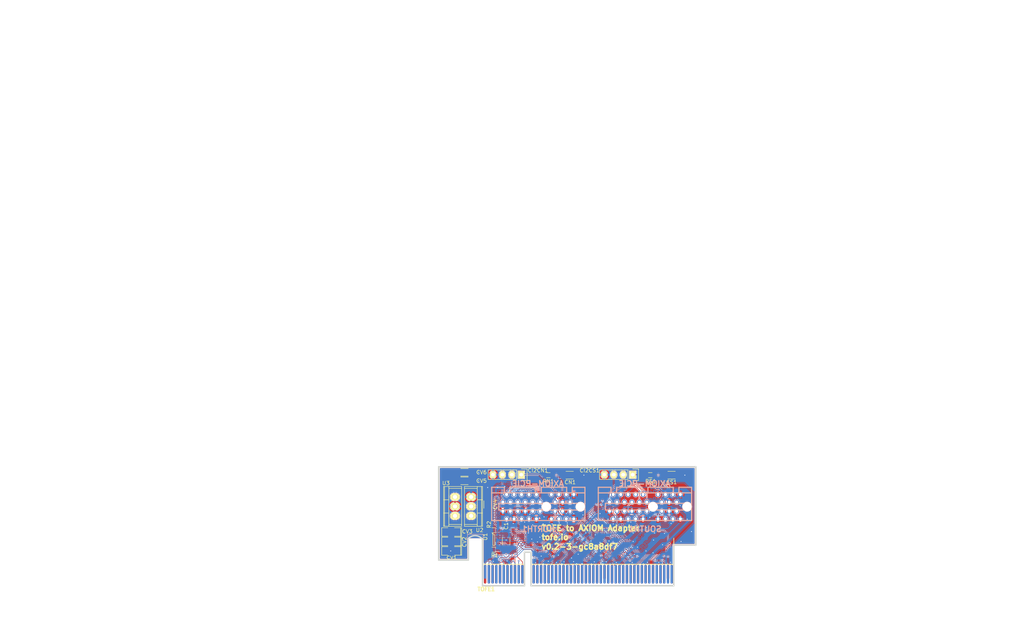
<source format=kicad_pcb>
(kicad_pcb (version 4) (host pcbnew 4.0.2+e4-6225~38~ubuntu14.04.1-stable)

  (general
    (links 254)
    (no_connects 0)
    (area 44.504 30.828 319.124001 202.833)
    (thickness 1.6)
    (drawings 280)
    (tracks 7997)
    (zones 0)
    (modules 21)
    (nets 56)
  )

  (page A3)
  (title_block
    (title "TOFE to apertus AXIOM Adapter")
    (company "TimVideos.us HDMI2USB Project")
    (comment 1 http://tofe.io)
    (comment 2 "License : CC BY-SA")
  )

  (layers
    (0 F.Cu signal)
    (1 In1.Cu signal)
    (2 In2.Cu signal)
    (31 B.Cu signal)
    (32 B.Adhes user hide)
    (33 F.Adhes user hide)
    (34 B.Paste user hide)
    (35 F.Paste user hide)
    (36 B.SilkS user)
    (37 F.SilkS user)
    (38 B.Mask user hide)
    (39 F.Mask user hide)
    (40 Dwgs.User user)
    (41 Cmts.User user hide)
    (42 Eco1.User user hide)
    (43 Eco2.User user hide)
    (44 Edge.Cuts user)
  )

  (setup
    (last_trace_width 0.1524)
    (user_trace_width 0.127)
    (user_trace_width 0.1524)
    (user_trace_width 0.2032)
    (user_trace_width 0.254)
    (user_trace_width 0.3048)
    (user_trace_width 0.4064)
    (user_trace_width 0.6096)
    (user_trace_width 0.762)
    (trace_clearance 0.1524)
    (zone_clearance 0.1524)
    (zone_45_only yes)
    (trace_min 0.1524)
    (segment_width 0.2)
    (edge_width 0.381)
    (via_size 0.4572)
    (via_drill 0.254)
    (via_min_size 0.4572)
    (via_min_drill 0.254)
    (user_via 0.4572 0.254)
    (user_via 0.6096 0.254)
    (uvia_size 0.2032)
    (uvia_drill 0.1524)
    (uvias_allowed no)
    (uvia_min_size 0)
    (uvia_min_drill 0.127)
    (pcb_text_width 0.3)
    (pcb_text_size 1.5 1.5)
    (mod_edge_width 0.15)
    (mod_text_size 1 1)
    (mod_text_width 0.15)
    (pad_size 0.65024 0.65024)
    (pad_drill 0)
    (pad_to_mask_clearance 0)
    (aux_axis_origin 166.624 169.418)
    (grid_origin 166.624 169.418)
    (visible_elements 7FFFCE79)
    (pcbplotparams
      (layerselection 0x01020_80000007)
      (usegerberextensions true)
      (gerberprecision 5)
      (excludeedgelayer false)
      (linewidth 0.150000)
      (plotframeref false)
      (viasonmask false)
      (mode 1)
      (useauxorigin false)
      (hpglpennumber 1)
      (hpglpenspeed 20)
      (hpglpendiameter 15)
      (hpglpenoverlay 2)
      (psnegative false)
      (psa4output false)
      (plotreference true)
      (plotvalue false)
      (plotinvisibletext false)
      (padsonsilk false)
      (subtractmaskfromsilk false)
      (outputformat 1)
      (mirror false)
      (drillshape 0)
      (scaleselection 1)
      (outputdirectory gerber))
  )

  (net 0 "")
  (net 1 /PRSTN)
  (net 2 /RESET)
  (net 3 /VCC12V)
  (net 4 /VCC3V3)
  (net 5 GND)
  (net 6 /SMCLK)
  (net 7 /SMDAT)
  (net 8 /S_IO5)
  (net 9 /N_IO4)
  (net 10 /S_IO7)
  (net 11 /S_IO6)
  (net 12 /N_IO7)
  (net 13 /N_IO6)
  (net 14 /S_IO0)
  (net 15 /N_IO0)
  (net 16 /S_IO4)
  (net 17 /S_IO3)
  (net 18 /S_IO2)
  (net 19 /S_IO1)
  (net 20 /S_SDA)
  (net 21 /S_SCL)
  (net 22 /N_IO3)
  (net 23 /N_IO2)
  (net 24 /N_IO1)
  (net 25 /N_SDA)
  (net 26 /N_SCL)
  (net 27 /N_IO5)
  (net 28 "Net-(CN1-Pad2)")
  (net 29 "Net-(TOFE1-PadA33)")
  (net 30 /N_LVDS_3_P)
  (net 31 /N_LVDS_3_N)
  (net 32 /N_LVDS_4_P)
  (net 33 /N_LVDS_4_N)
  (net 34 /N_LVDS_5_N)
  (net 35 /N_LVDS_5_P)
  (net 36 /N_LVDS_2_N)
  (net 37 /N_LVDS_1_P)
  (net 38 /N_LVDS_0_N)
  (net 39 /N_LVDS_0_P)
  (net 40 /N_LVDS_1_N)
  (net 41 /N_LVDS_2_P)
  (net 42 /S_LVDS_0_P)
  (net 43 /S_LVDS_0_N)
  (net 44 /S_LVDS_1_P)
  (net 45 /S_LVDS_1_N)
  (net 46 /S_LVDS_2_P)
  (net 47 /S_LVDS_2_N)
  (net 48 /S_LVDS_3_P)
  (net 49 /S_LVDS_3_N)
  (net 50 /S_LVDS_4_P)
  (net 51 /S_LVDS_4_N)
  (net 52 /S_LVDS_5_P)
  (net 53 /S_LVDS_5_N)
  (net 54 "Net-(CS1-Pad2)")
  (net 55 /VCC5V0)

  (net_class Default "This is the default net class."
    (clearance 0.1524)
    (trace_width 0.1524)
    (via_dia 0.4572)
    (via_drill 0.254)
    (uvia_dia 0.2032)
    (uvia_drill 0.1524)
    (add_net /N_SCL)
    (add_net /N_SDA)
    (add_net /PRSTN)
    (add_net /RESET)
    (add_net /SMCLK)
    (add_net /SMDAT)
    (add_net /S_SCL)
    (add_net /S_SDA)
    (add_net /VCC5V0)
    (add_net "Net-(CN1-Pad2)")
    (add_net "Net-(CS1-Pad2)")
    (add_net "Net-(TOFE1-PadA33)")
  )

  (net_class IO_NORTH_LM0.254 ""
    (clearance 0.1524)
    (trace_width 0.1524)
    (via_dia 0.4572)
    (via_drill 0.254)
    (uvia_dia 0.2032)
    (uvia_drill 0.1524)
    (add_net /N_IO0)
    (add_net /N_IO1)
    (add_net /N_IO2)
    (add_net /N_IO3)
    (add_net /N_IO4)
    (add_net /N_IO5)
    (add_net /N_IO6)
    (add_net /N_IO7)
  )

  (net_class IO_SOUTH_LM0.254 ""
    (clearance 0.1524)
    (trace_width 0.1524)
    (via_dia 0.4572)
    (via_drill 0.254)
    (uvia_dia 0.2032)
    (uvia_drill 0.1524)
    (add_net /S_IO0)
    (add_net /S_IO1)
    (add_net /S_IO2)
    (add_net /S_IO3)
    (add_net /S_IO4)
    (add_net /S_IO5)
    (add_net /S_IO6)
    (add_net /S_IO7)
  )

  (net_class LVDS_DP0.0635/0.254 ""
    (clearance 0.1524)
    (trace_width 0.1524)
    (via_dia 0.4572)
    (via_drill 0.254)
    (uvia_dia 0.2032)
    (uvia_drill 0.1524)
    (add_net /N_LVDS_0_N)
    (add_net /N_LVDS_0_P)
    (add_net /N_LVDS_1_N)
    (add_net /N_LVDS_1_P)
    (add_net /N_LVDS_2_N)
    (add_net /N_LVDS_2_P)
    (add_net /N_LVDS_3_N)
    (add_net /N_LVDS_3_P)
    (add_net /N_LVDS_4_N)
    (add_net /N_LVDS_4_P)
    (add_net /N_LVDS_5_N)
    (add_net /N_LVDS_5_P)
    (add_net /S_LVDS_0_N)
    (add_net /S_LVDS_0_P)
    (add_net /S_LVDS_1_N)
    (add_net /S_LVDS_1_P)
    (add_net /S_LVDS_2_N)
    (add_net /S_LVDS_2_P)
    (add_net /S_LVDS_3_N)
    (add_net /S_LVDS_3_P)
    (add_net /S_LVDS_4_N)
    (add_net /S_LVDS_4_P)
    (add_net /S_LVDS_5_N)
    (add_net /S_LVDS_5_P)
  )

  (net_class PWR ""
    (clearance 0.1524)
    (trace_width 0.4572)
    (via_dia 0.4572)
    (via_drill 0.254)
    (uvia_dia 0.2032)
    (uvia_drill 0.1524)
    (add_net /VCC12V)
    (add_net /VCC3V3)
    (add_net GND)
  )

  (module w_conn_pc:pci-x_conn-x1 (layer B.Cu) (tedit 57027946) (tstamp 56EBDC8A)
    (at 217.52454 166.95)
    (descr "PCI-X 1x card edge connector, FCI P/N 10018783-10x00x")
    (path /56EBD93B)
    (fp_text reference SOUTH1 (at 0 5.99948) (layer B.SilkS)
      (effects (font (thickness 0.3048)) (justify mirror))
    )
    (fp_text value AXIOM-PCIE (at -0.10054 -6.168) (layer B.SilkS)
      (effects (font (thickness 0.3048)) (justify mirror))
    )
    (fp_line (start 1.09982 0.89916) (end -10.59942 0.89916) (layer B.SilkS) (width 0.3048))
    (fp_line (start -10.59942 0.89916) (end -10.59942 -0.89916) (layer B.SilkS) (width 0.3048))
    (fp_line (start 1.09982 -0.89916) (end -10.59942 -0.89916) (layer B.SilkS) (width 0.3048))
    (fp_line (start 2.90068 -0.89916) (end 2.90068 0.89916) (layer B.SilkS) (width 0.3048))
    (fp_line (start 2.90068 0.89916) (end 10.55116 0.89916) (layer B.SilkS) (width 0.3048))
    (fp_line (start 10.55116 0.89916) (end 10.55116 -0.89916) (layer B.SilkS) (width 0.3048))
    (fp_line (start 10.55116 -0.89916) (end 2.90068 -0.89916) (layer B.SilkS) (width 0.3048))
    (fp_line (start 1.09982 -0.89916) (end 1.09982 0.89916) (layer B.SilkS) (width 0.3048))
    (fp_line (start 9.10082 -3.70078) (end 9.10082 -5.19938) (layer B.SilkS) (width 0.3048))
    (fp_line (start 9.10082 -5.19938) (end 12.49934 -5.19938) (layer B.SilkS) (width 0.3048))
    (fp_line (start 12.49934 -5.19938) (end 12.49934 -3.70078) (layer B.SilkS) (width 0.3048))
    (fp_line (start 0.8001 -3.70078) (end 0.8001 -5.19938) (layer B.SilkS) (width 0.3048))
    (fp_line (start 0.8001 -5.19938) (end 7.59968 -5.19938) (layer B.SilkS) (width 0.3048))
    (fp_line (start 7.59968 -5.19938) (end 7.59968 -3.70078) (layer B.SilkS) (width 0.3048))
    (fp_line (start -7.59968 -5.19938) (end -0.8001 -5.19938) (layer B.SilkS) (width 0.3048))
    (fp_line (start -0.8001 -5.19938) (end -0.8001 -3.70078) (layer B.SilkS) (width 0.3048))
    (fp_line (start -7.59968 -3.70078) (end -7.59968 -5.19938) (layer B.SilkS) (width 0.3048))
    (fp_line (start -12.49934 -3.70078) (end -12.49934 -5.19938) (layer B.SilkS) (width 0.3048))
    (fp_line (start -12.49934 -5.19938) (end -9.10082 -5.19938) (layer B.SilkS) (width 0.3048))
    (fp_line (start -9.10082 -5.19938) (end -9.10082 -3.70078) (layer B.SilkS) (width 0.3048))
    (fp_line (start -12.49934 3.70078) (end -12.49934 -3.70078) (layer B.SilkS) (width 0.3048))
    (fp_line (start -12.49934 -3.70078) (end 12.49934 -3.70078) (layer B.SilkS) (width 0.3048))
    (fp_line (start 12.49934 -3.70078) (end 12.49934 3.70078) (layer B.SilkS) (width 0.3048))
    (fp_line (start 12.49934 3.70078) (end -12.49934 3.70078) (layer B.SilkS) (width 0.3048))
    (pad "" np_thru_hole circle (at 2.14884 0) (size 2.4003 2.4003) (drill 2.4003) (layers *.Cu B.SilkS))
    (pad "" np_thru_hole circle (at 11.30046 0) (size 2.4003 2.4003) (drill 2.4003) (layers *.Cu B.SilkS))
    (pad A12 thru_hole circle (at 3.50012 3.2512) (size 1.19888 1.19888) (drill 0.8001) (layers *.Cu *.Mask)
      (net 5 GND))
    (pad A13 thru_hole circle (at 4.50088 1.24968) (size 1.19888 1.19888) (drill 0.8001) (layers *.Cu *.Mask)
      (net 48 /S_LVDS_3_P))
    (pad A14 thru_hole circle (at 5.4991 3.2512) (size 1.19888 1.19888) (drill 0.8001) (layers *.Cu *.Mask)
      (net 49 /S_LVDS_3_N))
    (pad A15 thru_hole circle (at 6.49986 1.24968) (size 1.19888 1.19888) (drill 0.8001) (layers *.Cu *.Mask)
      (net 5 GND))
    (pad A16 thru_hole circle (at 7.50062 3.2512) (size 1.19888 1.19888) (drill 0.8001) (layers *.Cu *.Mask)
      (net 50 /S_LVDS_4_P))
    (pad A17 thru_hole circle (at 8.49884 1.24968) (size 1.19888 1.19888) (drill 0.8001) (layers *.Cu *.Mask)
      (net 51 /S_LVDS_4_N))
    (pad A18 thru_hole circle (at 9.4996 3.2512) (size 1.19888 1.19888) (drill 0.8001) (layers *.Cu *.Mask)
      (net 5 GND))
    (pad B13 thru_hole circle (at 4.50088 -1.24968) (size 1.19888 1.19888) (drill 0.8001) (layers *.Cu *.Mask)
      (net 4 /VCC3V3))
    (pad B15 thru_hole circle (at 6.49986 -1.24968) (size 1.19888 1.19888) (drill 0.8001) (layers *.Cu *.Mask)
      (net 5 GND))
    (pad B17 thru_hole circle (at 8.49884 -1.24968) (size 1.19888 1.19888) (drill 0.8001) (layers *.Cu *.Mask)
      (net 53 /S_LVDS_5_N))
    (pad B12 thru_hole circle (at 3.50012 -3.2512) (size 1.19888 1.19888) (drill 0.8001) (layers *.Cu *.Mask)
      (net 55 /VCC5V0))
    (pad B14 thru_hole circle (at 5.4991 -3.2512) (size 1.19888 1.19888) (drill 0.8001) (layers *.Cu *.Mask)
      (net 4 /VCC3V3))
    (pad B16 thru_hole circle (at 7.50062 -3.2512) (size 1.19888 1.19888) (drill 0.8001) (layers *.Cu *.Mask)
      (net 52 /S_LVDS_5_P))
    (pad B18 thru_hole circle (at 9.4996 -3.2512) (size 1.19888 1.19888) (drill 0.8001) (layers *.Cu *.Mask)
      (net 5 GND))
    (pad A11 thru_hole circle (at 0.50038 1.24968) (size 1.19888 1.19888) (drill 0.8001) (layers *.Cu *.Mask)
      (net 54 "Net-(CS1-Pad2)"))
    (pad A9 thru_hole circle (at -1.50114 1.24968) (size 1.19888 1.19888) (drill 0.8001) (layers *.Cu *.Mask)
      (net 47 /S_LVDS_2_N))
    (pad A7 thru_hole circle (at -3.50012 1.24968) (size 1.19888 1.19888) (drill 0.8001) (layers *.Cu *.Mask)
      (net 5 GND))
    (pad A5 thru_hole circle (at -5.4991 1.24968) (size 1.19888 1.19888) (drill 0.8001) (layers *.Cu *.Mask)
      (net 44 /S_LVDS_1_P))
    (pad A3 thru_hole circle (at -7.50062 1.24968) (size 1.19888 1.19888) (drill 0.8001) (layers *.Cu *.Mask)
      (net 43 /S_LVDS_0_N))
    (pad A1 thru_hole circle (at -9.4996 1.24968) (size 1.19888 1.19888) (drill 0.8001) (layers *.Cu *.Mask)
      (net 5 GND))
    (pad A2 thru_hole circle (at -8.49884 3.2512) (size 1.19888 1.19888) (drill 0.8001) (layers *.Cu *.Mask)
      (net 42 /S_LVDS_0_P))
    (pad A4 thru_hole circle (at -6.49986 3.2512) (size 1.19888 1.19888) (drill 0.8001) (layers *.Cu *.Mask)
      (net 5 GND))
    (pad A6 thru_hole circle (at -4.50088 3.2512) (size 1.19888 1.19888) (drill 0.8001) (layers *.Cu *.Mask)
      (net 45 /S_LVDS_1_N))
    (pad A8 thru_hole circle (at -2.49936 3.2512) (size 1.19888 1.19888) (drill 0.8001) (layers *.Cu *.Mask)
      (net 46 /S_LVDS_2_P))
    (pad A10 thru_hole circle (at -0.50038 3.2512) (size 1.19888 1.19888) (drill 0.8001) (layers *.Cu *.Mask)
      (net 5 GND))
    (pad B1 thru_hole circle (at -9.4996 -1.24968) (size 1.19888 1.19888) (drill 0.8001) (layers *.Cu *.Mask)
      (net 20 /S_SDA))
    (pad B2 thru_hole circle (at -8.49884 -3.2512) (size 1.19888 1.19888) (drill 0.8001) (layers *.Cu *.Mask)
      (net 21 /S_SCL))
    (pad B3 thru_hole circle (at -7.50062 -1.24968) (size 1.19888 1.19888) (drill 0.8001) (layers *.Cu *.Mask)
      (net 4 /VCC3V3))
    (pad B4 thru_hole circle (at -6.49986 -3.2512) (size 1.19888 1.19888) (drill 0.8001) (layers *.Cu *.Mask)
      (net 14 /S_IO0))
    (pad B5 thru_hole circle (at -5.4991 -1.24968) (size 1.19888 1.19888) (drill 0.8001) (layers *.Cu *.Mask)
      (net 19 /S_IO1))
    (pad B6 thru_hole circle (at -4.50088 -3.2512) (size 1.19888 1.19888) (drill 0.8001) (layers *.Cu *.Mask)
      (net 18 /S_IO2))
    (pad B7 thru_hole circle (at -3.50012 -1.24968) (size 1.19888 1.19888) (drill 0.8001) (layers *.Cu *.Mask)
      (net 17 /S_IO3))
    (pad B8 thru_hole circle (at -2.49936 -3.2512) (size 1.19888 1.19888) (drill 0.8001) (layers *.Cu *.Mask)
      (net 16 /S_IO4))
    (pad B9 thru_hole circle (at -1.50114 -1.24968) (size 1.19888 1.19888) (drill 0.8001) (layers *.Cu *.Mask)
      (net 8 /S_IO5))
    (pad B10 thru_hole circle (at -0.50038 -3.2512) (size 1.19888 1.19888) (drill 0.8001) (layers *.Cu *.Mask)
      (net 11 /S_IO6))
    (pad B11 thru_hole circle (at 0.50038 -1.24968) (size 1.19888 1.19888) (drill 0.8001) (layers *.Cu *.Mask)
      (net 10 /S_IO7))
    (model walter/conn_pc/pci-x_conn-x1.wrl
      (at (xyz 0 0 0))
      (scale (xyz 1 1 1))
      (rotate (xyz 0 0 0))
    )
  )

  (module w_conn_pc:pci-x_conn-x1 (layer B.Cu) (tedit 5702793D) (tstamp 56EBCAB4)
    (at 188.94954 166.95)
    (descr "PCI-X 1x card edge connector, FCI P/N 10018783-10x00x")
    (path /56EB9CF4)
    (fp_text reference NORTH1 (at 0 5.99948) (layer B.SilkS)
      (effects (font (thickness 0.3048)) (justify mirror))
    )
    (fp_text value AXIOM-PCIE (at -0.10054 -6.168) (layer B.SilkS)
      (effects (font (thickness 0.3048)) (justify mirror))
    )
    (fp_line (start 1.09982 0.89916) (end -10.59942 0.89916) (layer B.SilkS) (width 0.3048))
    (fp_line (start -10.59942 0.89916) (end -10.59942 -0.89916) (layer B.SilkS) (width 0.3048))
    (fp_line (start 1.09982 -0.89916) (end -10.59942 -0.89916) (layer B.SilkS) (width 0.3048))
    (fp_line (start 2.90068 -0.89916) (end 2.90068 0.89916) (layer B.SilkS) (width 0.3048))
    (fp_line (start 2.90068 0.89916) (end 10.55116 0.89916) (layer B.SilkS) (width 0.3048))
    (fp_line (start 10.55116 0.89916) (end 10.55116 -0.89916) (layer B.SilkS) (width 0.3048))
    (fp_line (start 10.55116 -0.89916) (end 2.90068 -0.89916) (layer B.SilkS) (width 0.3048))
    (fp_line (start 1.09982 -0.89916) (end 1.09982 0.89916) (layer B.SilkS) (width 0.3048))
    (fp_line (start 9.10082 -3.70078) (end 9.10082 -5.19938) (layer B.SilkS) (width 0.3048))
    (fp_line (start 9.10082 -5.19938) (end 12.49934 -5.19938) (layer B.SilkS) (width 0.3048))
    (fp_line (start 12.49934 -5.19938) (end 12.49934 -3.70078) (layer B.SilkS) (width 0.3048))
    (fp_line (start 0.8001 -3.70078) (end 0.8001 -5.19938) (layer B.SilkS) (width 0.3048))
    (fp_line (start 0.8001 -5.19938) (end 7.59968 -5.19938) (layer B.SilkS) (width 0.3048))
    (fp_line (start 7.59968 -5.19938) (end 7.59968 -3.70078) (layer B.SilkS) (width 0.3048))
    (fp_line (start -7.59968 -5.19938) (end -0.8001 -5.19938) (layer B.SilkS) (width 0.3048))
    (fp_line (start -0.8001 -5.19938) (end -0.8001 -3.70078) (layer B.SilkS) (width 0.3048))
    (fp_line (start -7.59968 -3.70078) (end -7.59968 -5.19938) (layer B.SilkS) (width 0.3048))
    (fp_line (start -12.49934 -3.70078) (end -12.49934 -5.19938) (layer B.SilkS) (width 0.3048))
    (fp_line (start -12.49934 -5.19938) (end -9.10082 -5.19938) (layer B.SilkS) (width 0.3048))
    (fp_line (start -9.10082 -5.19938) (end -9.10082 -3.70078) (layer B.SilkS) (width 0.3048))
    (fp_line (start -12.49934 3.70078) (end -12.49934 -3.70078) (layer B.SilkS) (width 0.3048))
    (fp_line (start -12.49934 -3.70078) (end 12.49934 -3.70078) (layer B.SilkS) (width 0.3048))
    (fp_line (start 12.49934 -3.70078) (end 12.49934 3.70078) (layer B.SilkS) (width 0.3048))
    (fp_line (start 12.49934 3.70078) (end -12.49934 3.70078) (layer B.SilkS) (width 0.3048))
    (pad "" np_thru_hole circle (at 2.14884 0) (size 2.4003 2.4003) (drill 2.4003) (layers *.Cu B.SilkS))
    (pad "" np_thru_hole circle (at 11.30046 0) (size 2.4003 2.4003) (drill 2.4003) (layers *.Cu B.SilkS))
    (pad A12 thru_hole circle (at 3.50012 3.2512) (size 1.19888 1.19888) (drill 0.8001) (layers *.Cu *.Mask)
      (net 5 GND))
    (pad A13 thru_hole circle (at 4.50088 1.24968) (size 1.19888 1.19888) (drill 0.8001) (layers *.Cu *.Mask)
      (net 30 /N_LVDS_3_P))
    (pad A14 thru_hole circle (at 5.4991 3.2512) (size 1.19888 1.19888) (drill 0.8001) (layers *.Cu *.Mask)
      (net 31 /N_LVDS_3_N))
    (pad A15 thru_hole circle (at 6.49986 1.24968) (size 1.19888 1.19888) (drill 0.8001) (layers *.Cu *.Mask)
      (net 5 GND))
    (pad A16 thru_hole circle (at 7.50062 3.2512) (size 1.19888 1.19888) (drill 0.8001) (layers *.Cu *.Mask)
      (net 32 /N_LVDS_4_P))
    (pad A17 thru_hole circle (at 8.49884 1.24968) (size 1.19888 1.19888) (drill 0.8001) (layers *.Cu *.Mask)
      (net 33 /N_LVDS_4_N))
    (pad A18 thru_hole circle (at 9.4996 3.2512) (size 1.19888 1.19888) (drill 0.8001) (layers *.Cu *.Mask)
      (net 5 GND))
    (pad B13 thru_hole circle (at 4.50088 -1.24968) (size 1.19888 1.19888) (drill 0.8001) (layers *.Cu *.Mask)
      (net 4 /VCC3V3))
    (pad B15 thru_hole circle (at 6.49986 -1.24968) (size 1.19888 1.19888) (drill 0.8001) (layers *.Cu *.Mask)
      (net 5 GND))
    (pad B17 thru_hole circle (at 8.49884 -1.24968) (size 1.19888 1.19888) (drill 0.8001) (layers *.Cu *.Mask)
      (net 34 /N_LVDS_5_N))
    (pad B12 thru_hole circle (at 3.50012 -3.2512) (size 1.19888 1.19888) (drill 0.8001) (layers *.Cu *.Mask)
      (net 55 /VCC5V0))
    (pad B14 thru_hole circle (at 5.4991 -3.2512) (size 1.19888 1.19888) (drill 0.8001) (layers *.Cu *.Mask)
      (net 4 /VCC3V3))
    (pad B16 thru_hole circle (at 7.50062 -3.2512) (size 1.19888 1.19888) (drill 0.8001) (layers *.Cu *.Mask)
      (net 35 /N_LVDS_5_P))
    (pad B18 thru_hole circle (at 9.4996 -3.2512) (size 1.19888 1.19888) (drill 0.8001) (layers *.Cu *.Mask)
      (net 5 GND))
    (pad A11 thru_hole circle (at 0.50038 1.24968) (size 1.19888 1.19888) (drill 0.8001) (layers *.Cu *.Mask)
      (net 28 "Net-(CN1-Pad2)"))
    (pad A9 thru_hole circle (at -1.50114 1.24968) (size 1.19888 1.19888) (drill 0.8001) (layers *.Cu *.Mask)
      (net 36 /N_LVDS_2_N))
    (pad A7 thru_hole circle (at -3.50012 1.24968) (size 1.19888 1.19888) (drill 0.8001) (layers *.Cu *.Mask)
      (net 5 GND))
    (pad A5 thru_hole circle (at -5.4991 1.24968) (size 1.19888 1.19888) (drill 0.8001) (layers *.Cu *.Mask)
      (net 37 /N_LVDS_1_P))
    (pad A3 thru_hole circle (at -7.50062 1.24968) (size 1.19888 1.19888) (drill 0.8001) (layers *.Cu *.Mask)
      (net 38 /N_LVDS_0_N))
    (pad A1 thru_hole circle (at -9.4996 1.24968) (size 1.19888 1.19888) (drill 0.8001) (layers *.Cu *.Mask)
      (net 5 GND))
    (pad A2 thru_hole circle (at -8.49884 3.2512) (size 1.19888 1.19888) (drill 0.8001) (layers *.Cu *.Mask)
      (net 39 /N_LVDS_0_P))
    (pad A4 thru_hole circle (at -6.49986 3.2512) (size 1.19888 1.19888) (drill 0.8001) (layers *.Cu *.Mask)
      (net 5 GND))
    (pad A6 thru_hole circle (at -4.50088 3.2512) (size 1.19888 1.19888) (drill 0.8001) (layers *.Cu *.Mask)
      (net 40 /N_LVDS_1_N))
    (pad A8 thru_hole circle (at -2.49936 3.2512) (size 1.19888 1.19888) (drill 0.8001) (layers *.Cu *.Mask)
      (net 41 /N_LVDS_2_P))
    (pad A10 thru_hole circle (at -0.50038 3.2512) (size 1.19888 1.19888) (drill 0.8001) (layers *.Cu *.Mask)
      (net 5 GND))
    (pad B1 thru_hole circle (at -9.4996 -1.24968) (size 1.19888 1.19888) (drill 0.8001) (layers *.Cu *.Mask)
      (net 25 /N_SDA))
    (pad B2 thru_hole circle (at -8.49884 -3.2512) (size 1.19888 1.19888) (drill 0.8001) (layers *.Cu *.Mask)
      (net 26 /N_SCL))
    (pad B3 thru_hole circle (at -7.50062 -1.24968) (size 1.19888 1.19888) (drill 0.8001) (layers *.Cu *.Mask)
      (net 4 /VCC3V3))
    (pad B4 thru_hole circle (at -6.49986 -3.2512) (size 1.19888 1.19888) (drill 0.8001) (layers *.Cu *.Mask)
      (net 15 /N_IO0))
    (pad B5 thru_hole circle (at -5.4991 -1.24968) (size 1.19888 1.19888) (drill 0.8001) (layers *.Cu *.Mask)
      (net 24 /N_IO1))
    (pad B6 thru_hole circle (at -4.50088 -3.2512) (size 1.19888 1.19888) (drill 0.8001) (layers *.Cu *.Mask)
      (net 23 /N_IO2))
    (pad B7 thru_hole circle (at -3.50012 -1.24968) (size 1.19888 1.19888) (drill 0.8001) (layers *.Cu *.Mask)
      (net 22 /N_IO3))
    (pad B8 thru_hole circle (at -2.49936 -3.2512) (size 1.19888 1.19888) (drill 0.8001) (layers *.Cu *.Mask)
      (net 9 /N_IO4))
    (pad B9 thru_hole circle (at -1.50114 -1.24968) (size 1.19888 1.19888) (drill 0.8001) (layers *.Cu *.Mask)
      (net 27 /N_IO5))
    (pad B10 thru_hole circle (at -0.50038 -3.2512) (size 1.19888 1.19888) (drill 0.8001) (layers *.Cu *.Mask)
      (net 13 /N_IO6))
    (pad B11 thru_hole circle (at 0.50038 -1.24968) (size 1.19888 1.19888) (drill 0.8001) (layers *.Cu *.Mask)
      (net 12 /N_IO7))
    (model walter/conn_pc/pci-x_conn-x1.wrl
      (at (xyz 0 0 0))
      (scale (xyz 1 1 1))
      (rotate (xyz 0 0 0))
    )
  )

  (module Capacitors_SMD:C_1206_HandSoldering (layer F.Cu) (tedit 56FCFD06) (tstamp 56EBCA8A)
    (at 180.330313 176.19529 90)
    (descr "Capacitor SMD 1206, hand soldering")
    (tags "capacitor 1206")
    (path /56EBC2B9)
    (attr smd)
    (fp_text reference C1 (at 4.064 0 90) (layer F.SilkS)
      (effects (font (size 1 1) (thickness 0.15)))
    )
    (fp_text value 0.1uF (at 0 2.3 90) (layer F.Fab)
      (effects (font (size 1 1) (thickness 0.15)))
    )
    (fp_line (start -3.3 -1.15) (end 3.3 -1.15) (layer F.CrtYd) (width 0.05))
    (fp_line (start -3.3 1.15) (end 3.3 1.15) (layer F.CrtYd) (width 0.05))
    (fp_line (start -3.3 -1.15) (end -3.3 1.15) (layer F.CrtYd) (width 0.05))
    (fp_line (start 3.3 -1.15) (end 3.3 1.15) (layer F.CrtYd) (width 0.05))
    (fp_line (start 1 -1.025) (end -1 -1.025) (layer F.SilkS) (width 0.15))
    (fp_line (start -1 1.025) (end 1 1.025) (layer F.SilkS) (width 0.15))
    (pad 1 smd rect (at -2 0 90) (size 2 1.6) (layers F.Cu F.Paste F.Mask)
      (net 4 /VCC3V3))
    (pad 2 smd rect (at 2 0 90) (size 2 1.6) (layers F.Cu F.Paste F.Mask)
      (net 5 GND))
    (model Capacitors_SMD.3dshapes/C_1206_HandSoldering.wrl
      (at (xyz 0 0 0))
      (scale (xyz 1 1 1))
      (rotate (xyz 0 0 0))
    )
  )

  (module Resistors_SMD:R_0603_HandSoldering (layer F.Cu) (tedit 56FCFEB7) (tstamp 56EBCABA)
    (at 177.028313 178.48129)
    (descr "Resistor SMD 0603, hand soldering")
    (tags "resistor 0603")
    (path /56EBC2B8)
    (attr smd)
    (fp_text reference R1 (at 0.254 1.524 180) (layer F.SilkS)
      (effects (font (size 1 1) (thickness 0.15)))
    )
    (fp_text value 10K (at 0 1.9) (layer F.Fab)
      (effects (font (size 1 1) (thickness 0.15)))
    )
    (fp_line (start -2 -0.8) (end 2 -0.8) (layer F.CrtYd) (width 0.05))
    (fp_line (start -2 0.8) (end 2 0.8) (layer F.CrtYd) (width 0.05))
    (fp_line (start -2 -0.8) (end -2 0.8) (layer F.CrtYd) (width 0.05))
    (fp_line (start 2 -0.8) (end 2 0.8) (layer F.CrtYd) (width 0.05))
    (fp_line (start 0.5 0.675) (end -0.5 0.675) (layer F.SilkS) (width 0.15))
    (fp_line (start -0.5 -0.675) (end 0.5 -0.675) (layer F.SilkS) (width 0.15))
    (pad 1 smd rect (at -1.1 0) (size 1.2 0.9) (layers F.Cu F.Paste F.Mask)
      (net 7 /SMDAT))
    (pad 2 smd rect (at 1.1 0) (size 1.2 0.9) (layers F.Cu F.Paste F.Mask)
      (net 4 /VCC3V3))
    (model Resistors_SMD.3dshapes/R_0603_HandSoldering.wrl
      (at (xyz 0 0 0))
      (scale (xyz 1 1 1))
      (rotate (xyz 0 0 0))
    )
  )

  (module Capacitors_SMD:C_1206_HandSoldering (layer F.Cu) (tedit 57027961) (tstamp 56EBCFB0)
    (at 197.358 158.496 180)
    (descr "Capacitor SMD 1206, hand soldering")
    (tags "capacitor 1206")
    (path /56EBC822)
    (attr smd)
    (fp_text reference CN1 (at -0.127 -1.905 180) (layer F.SilkS)
      (effects (font (size 1 1) (thickness 0.15)))
    )
    (fp_text value C (at 0 2.3 180) (layer F.Fab)
      (effects (font (size 1 1) (thickness 0.15)))
    )
    (fp_line (start -3.3 -1.15) (end 3.3 -1.15) (layer F.CrtYd) (width 0.05))
    (fp_line (start -3.3 1.15) (end 3.3 1.15) (layer F.CrtYd) (width 0.05))
    (fp_line (start -3.3 -1.15) (end -3.3 1.15) (layer F.CrtYd) (width 0.05))
    (fp_line (start 3.3 -1.15) (end 3.3 1.15) (layer F.CrtYd) (width 0.05))
    (fp_line (start 1 -1.025) (end -1 -1.025) (layer F.SilkS) (width 0.15))
    (fp_line (start -1 1.025) (end 1 1.025) (layer F.SilkS) (width 0.15))
    (pad 1 smd rect (at -2 0 180) (size 2 1.6) (layers F.Cu F.Paste F.Mask)
      (net 5 GND))
    (pad 2 smd rect (at 2 0 180) (size 2 1.6) (layers F.Cu F.Paste F.Mask)
      (net 28 "Net-(CN1-Pad2)"))
    (model Capacitors_SMD.3dshapes/C_1206_HandSoldering.wrl
      (at (xyz 0 0 0))
      (scale (xyz 1 1 1))
      (rotate (xyz 0 0 0))
    )
  )

  (module Resistors_SMD:R_0603_HandSoldering (layer F.Cu) (tedit 56FCFEBF) (tstamp 56EBCFBC)
    (at 177.028313 173.27429)
    (descr "Resistor SMD 0603, hand soldering")
    (tags "resistor 0603")
    (path /56EBC2B7)
    (attr smd)
    (fp_text reference R2 (at -1.27 -1.524 90) (layer F.SilkS)
      (effects (font (size 1 1) (thickness 0.15)))
    )
    (fp_text value 10K (at 0 1.9) (layer F.Fab)
      (effects (font (size 1 1) (thickness 0.15)))
    )
    (fp_line (start -2 -0.8) (end 2 -0.8) (layer F.CrtYd) (width 0.05))
    (fp_line (start -2 0.8) (end 2 0.8) (layer F.CrtYd) (width 0.05))
    (fp_line (start -2 -0.8) (end -2 0.8) (layer F.CrtYd) (width 0.05))
    (fp_line (start 2 -0.8) (end 2 0.8) (layer F.CrtYd) (width 0.05))
    (fp_line (start 0.5 0.675) (end -0.5 0.675) (layer F.SilkS) (width 0.15))
    (fp_line (start -0.5 -0.675) (end 0.5 -0.675) (layer F.SilkS) (width 0.15))
    (pad 1 smd rect (at -1.1 0) (size 1.2 0.9) (layers F.Cu F.Paste F.Mask)
      (net 6 /SMCLK))
    (pad 2 smd rect (at 1.1 0) (size 1.2 0.9) (layers F.Cu F.Paste F.Mask)
      (net 4 /VCC3V3))
    (model Resistors_SMD.3dshapes/R_0603_HandSoldering.wrl
      (at (xyz 0 0 0))
      (scale (xyz 1 1 1))
      (rotate (xyz 0 0 0))
    )
  )

  (module Resistors_SMD:R_0603_HandSoldering (layer F.Cu) (tedit 57027968) (tstamp 56EBCFC8)
    (at 191.643 158.496)
    (descr "Resistor SMD 0603, hand soldering")
    (tags "resistor 0603")
    (path /56EBC757)
    (attr smd)
    (fp_text reference RN1 (at 0 1.651) (layer F.SilkS)
      (effects (font (size 1 1) (thickness 0.15)))
    )
    (fp_text value R (at 0 1.9) (layer F.Fab)
      (effects (font (size 1 1) (thickness 0.15)))
    )
    (fp_line (start -2 -0.8) (end 2 -0.8) (layer F.CrtYd) (width 0.05))
    (fp_line (start -2 0.8) (end 2 0.8) (layer F.CrtYd) (width 0.05))
    (fp_line (start -2 -0.8) (end -2 0.8) (layer F.CrtYd) (width 0.05))
    (fp_line (start 2 -0.8) (end 2 0.8) (layer F.CrtYd) (width 0.05))
    (fp_line (start 0.5 0.675) (end -0.5 0.675) (layer F.SilkS) (width 0.15))
    (fp_line (start -0.5 -0.675) (end 0.5 -0.675) (layer F.SilkS) (width 0.15))
    (pad 1 smd rect (at -1.1 0) (size 1.2 0.9) (layers F.Cu F.Paste F.Mask)
      (net 4 /VCC3V3))
    (pad 2 smd rect (at 1.1 0) (size 1.2 0.9) (layers F.Cu F.Paste F.Mask)
      (net 28 "Net-(CN1-Pad2)"))
    (model Resistors_SMD.3dshapes/R_0603_HandSoldering.wrl
      (at (xyz 0 0 0))
      (scale (xyz 1 1 1))
      (rotate (xyz 0 0 0))
    )
  )

  (module TO_SOT_Packages_SMD:SOT-23-5 (layer F.Cu) (tedit 56FCFEE9) (tstamp 56EBD3D4)
    (at 177.028313 175.891467)
    (descr "5-pin SOT23 package")
    (tags SOT-23-5)
    (path /56EBC2B6)
    (attr smd)
    (fp_text reference U1 (at -2.276313 -0.885467 90) (layer F.SilkS)
      (effects (font (size 1 1) (thickness 0.15)))
    )
    (fp_text value 24AA01/24LC01B (at -0.05 2.35) (layer F.Fab)
      (effects (font (size 1 1) (thickness 0.15)))
    )
    (fp_line (start -1.8 -1.6) (end 1.8 -1.6) (layer F.CrtYd) (width 0.05))
    (fp_line (start 1.8 -1.6) (end 1.8 1.6) (layer F.CrtYd) (width 0.05))
    (fp_line (start 1.8 1.6) (end -1.8 1.6) (layer F.CrtYd) (width 0.05))
    (fp_line (start -1.8 1.6) (end -1.8 -1.6) (layer F.CrtYd) (width 0.05))
    (fp_circle (center -0.3 -1.7) (end -0.2 -1.7) (layer F.SilkS) (width 0.15))
    (fp_line (start 0.25 -1.45) (end -0.25 -1.45) (layer F.SilkS) (width 0.15))
    (fp_line (start 0.25 1.45) (end 0.25 -1.45) (layer F.SilkS) (width 0.15))
    (fp_line (start -0.25 1.45) (end 0.25 1.45) (layer F.SilkS) (width 0.15))
    (fp_line (start -0.25 -1.45) (end -0.25 1.45) (layer F.SilkS) (width 0.15))
    (pad 1 smd rect (at -1.1 -0.95) (size 1.06 0.65) (layers F.Cu F.Paste F.Mask)
      (net 6 /SMCLK))
    (pad 2 smd rect (at -1.1 0) (size 1.06 0.65) (layers F.Cu F.Paste F.Mask)
      (net 5 GND))
    (pad 3 smd rect (at -1.1 0.95) (size 1.06 0.65) (layers F.Cu F.Paste F.Mask)
      (net 7 /SMDAT))
    (pad 4 smd rect (at 1.1 0.95) (size 1.06 0.65) (layers F.Cu F.Paste F.Mask)
      (net 4 /VCC3V3))
    (pad 5 smd rect (at 1.1 -0.95) (size 1.06 0.65) (layers F.Cu F.Paste F.Mask)
      (net 5 GND))
    (model TO_SOT_Packages_SMD.3dshapes/SOT-23-5.wrl
      (at (xyz 0 0 0))
      (scale (xyz 1 1 1))
      (rotate (xyz 0 0 0))
    )
  )

  (module Capacitors_SMD:C_1206_HandSoldering (layer F.Cu) (tedit 57027D1D) (tstamp 56EBDC3C)
    (at 224.663 158.496 180)
    (descr "Capacitor SMD 1206, hand soldering")
    (tags "capacitor 1206")
    (path /56EBD996)
    (attr smd)
    (fp_text reference CS1 (at 0 -1.905 180) (layer F.SilkS)
      (effects (font (size 1 1) (thickness 0.15)))
    )
    (fp_text value C (at 0 2.3 180) (layer F.Fab)
      (effects (font (size 1 1) (thickness 0.15)))
    )
    (fp_line (start -3.3 -1.15) (end 3.3 -1.15) (layer F.CrtYd) (width 0.05))
    (fp_line (start -3.3 1.15) (end 3.3 1.15) (layer F.CrtYd) (width 0.05))
    (fp_line (start -3.3 -1.15) (end -3.3 1.15) (layer F.CrtYd) (width 0.05))
    (fp_line (start 3.3 -1.15) (end 3.3 1.15) (layer F.CrtYd) (width 0.05))
    (fp_line (start 1 -1.025) (end -1 -1.025) (layer F.SilkS) (width 0.15))
    (fp_line (start -1 1.025) (end 1 1.025) (layer F.SilkS) (width 0.15))
    (pad 1 smd rect (at -2 0 180) (size 2 1.6) (layers F.Cu F.Paste F.Mask)
      (net 5 GND))
    (pad 2 smd rect (at 2 0 180) (size 2 1.6) (layers F.Cu F.Paste F.Mask)
      (net 54 "Net-(CS1-Pad2)"))
    (model Capacitors_SMD.3dshapes/C_1206_HandSoldering.wrl
      (at (xyz 0 0 0))
      (scale (xyz 1 1 1))
      (rotate (xyz 0 0 0))
    )
  )

  (module Resistors_SMD:R_0603_HandSoldering (layer F.Cu) (tedit 57027D0B) (tstamp 56EBDC48)
    (at 218.948 158.496)
    (descr "Resistor SMD 0603, hand soldering")
    (tags "resistor 0603")
    (path /56EBD990)
    (attr smd)
    (fp_text reference RS1 (at 0.127 1.651) (layer F.SilkS)
      (effects (font (size 1 1) (thickness 0.15)))
    )
    (fp_text value R (at 0 1.9) (layer F.Fab)
      (effects (font (size 1 1) (thickness 0.15)))
    )
    (fp_line (start -2 -0.8) (end 2 -0.8) (layer F.CrtYd) (width 0.05))
    (fp_line (start -2 0.8) (end 2 0.8) (layer F.CrtYd) (width 0.05))
    (fp_line (start -2 -0.8) (end -2 0.8) (layer F.CrtYd) (width 0.05))
    (fp_line (start 2 -0.8) (end 2 0.8) (layer F.CrtYd) (width 0.05))
    (fp_line (start 0.5 0.675) (end -0.5 0.675) (layer F.SilkS) (width 0.15))
    (fp_line (start -0.5 -0.675) (end 0.5 -0.675) (layer F.SilkS) (width 0.15))
    (pad 1 smd rect (at -1.1 0) (size 1.2 0.9) (layers F.Cu F.Paste F.Mask)
      (net 4 /VCC3V3))
    (pad 2 smd rect (at 1.1 0) (size 1.2 0.9) (layers F.Cu F.Paste F.Mask)
      (net 54 "Net-(CS1-Pad2)"))
    (model Resistors_SMD.3dshapes/R_0603_HandSoldering.wrl
      (at (xyz 0 0 0))
      (scale (xyz 1 1 1))
      (rotate (xyz 0 0 0))
    )
  )

  (module Pin_Headers:Pin_Header_Straight_1x04 (layer F.Cu) (tedit 57028867) (tstamp 56F247E2)
    (at 184.404 158.369 270)
    (descr "Through hole pin header")
    (tags "pin header")
    (path /56EF4942)
    (fp_text reference CI2CN1 (at -1.143 -4.445 360) (layer F.SilkS)
      (effects (font (size 1 1) (thickness 0.15)))
    )
    (fp_text value CONN_01X04 (at 2.286 3.683 360) (layer F.Fab)
      (effects (font (size 1 1) (thickness 0.15)))
    )
    (fp_line (start -1.75 -1.75) (end -1.75 9.4) (layer F.CrtYd) (width 0.05))
    (fp_line (start 1.75 -1.75) (end 1.75 9.4) (layer F.CrtYd) (width 0.05))
    (fp_line (start -1.75 -1.75) (end 1.75 -1.75) (layer F.CrtYd) (width 0.05))
    (fp_line (start -1.75 9.4) (end 1.75 9.4) (layer F.CrtYd) (width 0.05))
    (fp_line (start -1.27 1.27) (end -1.27 8.89) (layer F.SilkS) (width 0.15))
    (fp_line (start 1.27 1.27) (end 1.27 8.89) (layer F.SilkS) (width 0.15))
    (fp_line (start 1.55 -1.55) (end 1.55 0) (layer F.SilkS) (width 0.15))
    (fp_line (start -1.27 8.89) (end 1.27 8.89) (layer F.SilkS) (width 0.15))
    (fp_line (start 1.27 1.27) (end -1.27 1.27) (layer F.SilkS) (width 0.15))
    (fp_line (start -1.55 0) (end -1.55 -1.55) (layer F.SilkS) (width 0.15))
    (fp_line (start -1.55 -1.55) (end 1.55 -1.55) (layer F.SilkS) (width 0.15))
    (pad 1 thru_hole rect (at 0 0 270) (size 2.032 1.7272) (drill 1.016) (layers *.Cu *.Mask F.SilkS)
      (net 4 /VCC3V3))
    (pad 2 thru_hole oval (at 0 2.54 270) (size 2.032 1.7272) (drill 1.016) (layers *.Cu *.Mask F.SilkS)
      (net 26 /N_SCL))
    (pad 3 thru_hole oval (at 0 5.08 270) (size 2.032 1.7272) (drill 1.016) (layers *.Cu *.Mask F.SilkS)
      (net 25 /N_SDA))
    (pad 4 thru_hole oval (at 0 7.62 270) (size 2.032 1.7272) (drill 1.016) (layers *.Cu *.Mask F.SilkS)
      (net 5 GND))
    (model Pin_Headers.3dshapes/Pin_Header_Straight_1x04.wrl
      (at (xyz 0 -0.15 0))
      (scale (xyz 1 1 1))
      (rotate (xyz 0 0 90))
    )
  )

  (module Pin_Headers:Pin_Header_Straight_1x04 (layer F.Cu) (tedit 57028874) (tstamp 56F247EA)
    (at 214.249 158.369 270)
    (descr "Through hole pin header")
    (tags "pin header")
    (path /56EF47D9)
    (fp_text reference CI2CS1 (at -1.143 11.557 360) (layer F.SilkS)
      (effects (font (size 1 1) (thickness 0.15)))
    )
    (fp_text value CONN_01X04 (at 2.286 3.683 360) (layer F.Fab)
      (effects (font (size 1 1) (thickness 0.15)))
    )
    (fp_line (start -1.75 -1.75) (end -1.75 9.4) (layer F.CrtYd) (width 0.05))
    (fp_line (start 1.75 -1.75) (end 1.75 9.4) (layer F.CrtYd) (width 0.05))
    (fp_line (start -1.75 -1.75) (end 1.75 -1.75) (layer F.CrtYd) (width 0.05))
    (fp_line (start -1.75 9.4) (end 1.75 9.4) (layer F.CrtYd) (width 0.05))
    (fp_line (start -1.27 1.27) (end -1.27 8.89) (layer F.SilkS) (width 0.15))
    (fp_line (start 1.27 1.27) (end 1.27 8.89) (layer F.SilkS) (width 0.15))
    (fp_line (start 1.55 -1.55) (end 1.55 0) (layer F.SilkS) (width 0.15))
    (fp_line (start -1.27 8.89) (end 1.27 8.89) (layer F.SilkS) (width 0.15))
    (fp_line (start 1.27 1.27) (end -1.27 1.27) (layer F.SilkS) (width 0.15))
    (fp_line (start -1.55 0) (end -1.55 -1.55) (layer F.SilkS) (width 0.15))
    (fp_line (start -1.55 -1.55) (end 1.55 -1.55) (layer F.SilkS) (width 0.15))
    (pad 1 thru_hole rect (at 0 0 270) (size 2.032 1.7272) (drill 1.016) (layers *.Cu *.Mask F.SilkS)
      (net 4 /VCC3V3))
    (pad 2 thru_hole oval (at 0 2.54 270) (size 2.032 1.7272) (drill 1.016) (layers *.Cu *.Mask F.SilkS)
      (net 21 /S_SCL))
    (pad 3 thru_hole oval (at 0 5.08 270) (size 2.032 1.7272) (drill 1.016) (layers *.Cu *.Mask F.SilkS)
      (net 20 /S_SDA))
    (pad 4 thru_hole oval (at 0 7.62 270) (size 2.032 1.7272) (drill 1.016) (layers *.Cu *.Mask F.SilkS)
      (net 5 GND))
    (model Pin_Headers.3dshapes/Pin_Header_Straight_1x04.wrl
      (at (xyz 0 -0.15 0))
      (scale (xyz 1 1 1))
      (rotate (xyz 0 0 90))
    )
  )

  (module SMD_Packages:SMD-1206_Pol (layer F.Cu) (tedit 577C2E50) (tstamp 56F247F0)
    (at 165.608 178.816 180)
    (path /56F27198)
    (attr smd)
    (fp_text reference CV1 (at -0.127 -1.778 180) (layer F.SilkS)
      (effects (font (size 0.8 1) (thickness 0.15)))
    )
    (fp_text value CP1 (at 0 0 180) (layer F.Fab)
      (effects (font (size 1 1) (thickness 0.15)))
    )
    (fp_line (start -2.54 -1.143) (end -2.794 -1.143) (layer F.SilkS) (width 0.15))
    (fp_line (start -2.794 -1.143) (end -2.794 1.143) (layer F.SilkS) (width 0.15))
    (fp_line (start -2.794 1.143) (end -2.54 1.143) (layer F.SilkS) (width 0.15))
    (fp_line (start -2.54 -1.143) (end -2.54 1.143) (layer F.SilkS) (width 0.15))
    (fp_line (start -2.54 1.143) (end -0.889 1.143) (layer F.SilkS) (width 0.15))
    (fp_line (start 0.889 -1.143) (end 2.54 -1.143) (layer F.SilkS) (width 0.15))
    (fp_line (start 2.54 -1.143) (end 2.54 1.143) (layer F.SilkS) (width 0.15))
    (fp_line (start 2.54 1.143) (end 0.889 1.143) (layer F.SilkS) (width 0.15))
    (fp_line (start -0.889 -1.143) (end -2.54 -1.143) (layer F.SilkS) (width 0.15))
    (pad 1 smd rect (at -1.651 0 180) (size 1.524 2.032) (layers F.Cu F.Paste F.Mask)
      (net 3 /VCC12V))
    (pad 2 smd rect (at 1.651 0 180) (size 1.524 2.032) (layers F.Cu F.Paste F.Mask)
      (net 5 GND))
    (model SMD_Packages.3dshapes/SMD-1206_Pol.wrl
      (at (xyz 0 0 0))
      (scale (xyz 0.17 0.16 0.16))
      (rotate (xyz 0 0 0))
    )
  )

  (module SMD_Packages:SMD-1206_Pol (layer F.Cu) (tedit 5702808D) (tstamp 56F247F6)
    (at 165.608 176.276 180)
    (path /56F27108)
    (attr smd)
    (fp_text reference CV2 (at -3.556 -0.127 270) (layer F.SilkS)
      (effects (font (size 1 1) (thickness 0.15)))
    )
    (fp_text value CP1 (at 0 0 180) (layer F.Fab)
      (effects (font (size 1 1) (thickness 0.15)))
    )
    (fp_line (start -2.54 -1.143) (end -2.794 -1.143) (layer F.SilkS) (width 0.15))
    (fp_line (start -2.794 -1.143) (end -2.794 1.143) (layer F.SilkS) (width 0.15))
    (fp_line (start -2.794 1.143) (end -2.54 1.143) (layer F.SilkS) (width 0.15))
    (fp_line (start -2.54 -1.143) (end -2.54 1.143) (layer F.SilkS) (width 0.15))
    (fp_line (start -2.54 1.143) (end -0.889 1.143) (layer F.SilkS) (width 0.15))
    (fp_line (start 0.889 -1.143) (end 2.54 -1.143) (layer F.SilkS) (width 0.15))
    (fp_line (start 2.54 -1.143) (end 2.54 1.143) (layer F.SilkS) (width 0.15))
    (fp_line (start 2.54 1.143) (end 0.889 1.143) (layer F.SilkS) (width 0.15))
    (fp_line (start -0.889 -1.143) (end -2.54 -1.143) (layer F.SilkS) (width 0.15))
    (pad 1 smd rect (at -1.651 0 180) (size 1.524 2.032) (layers F.Cu F.Paste F.Mask)
      (net 3 /VCC12V))
    (pad 2 smd rect (at 1.651 0 180) (size 1.524 2.032) (layers F.Cu F.Paste F.Mask)
      (net 5 GND))
    (model SMD_Packages.3dshapes/SMD-1206_Pol.wrl
      (at (xyz 0 0 0))
      (scale (xyz 0.17 0.16 0.16))
      (rotate (xyz 0 0 0))
    )
  )

  (module SMD_Packages:SMD-1206_Pol (layer F.Cu) (tedit 57028090) (tstamp 56F247FC)
    (at 165.608 173.736 180)
    (path /56F25E29)
    (attr smd)
    (fp_text reference CV3 (at -4.318 0.127 180) (layer F.SilkS)
      (effects (font (size 1 1) (thickness 0.15)))
    )
    (fp_text value CP1 (at 0 0 180) (layer F.Fab)
      (effects (font (size 1 1) (thickness 0.15)))
    )
    (fp_line (start -2.54 -1.143) (end -2.794 -1.143) (layer F.SilkS) (width 0.15))
    (fp_line (start -2.794 -1.143) (end -2.794 1.143) (layer F.SilkS) (width 0.15))
    (fp_line (start -2.794 1.143) (end -2.54 1.143) (layer F.SilkS) (width 0.15))
    (fp_line (start -2.54 -1.143) (end -2.54 1.143) (layer F.SilkS) (width 0.15))
    (fp_line (start -2.54 1.143) (end -0.889 1.143) (layer F.SilkS) (width 0.15))
    (fp_line (start 0.889 -1.143) (end 2.54 -1.143) (layer F.SilkS) (width 0.15))
    (fp_line (start 2.54 -1.143) (end 2.54 1.143) (layer F.SilkS) (width 0.15))
    (fp_line (start 2.54 1.143) (end 0.889 1.143) (layer F.SilkS) (width 0.15))
    (fp_line (start -0.889 -1.143) (end -2.54 -1.143) (layer F.SilkS) (width 0.15))
    (pad 1 smd rect (at -1.651 0 180) (size 1.524 2.032) (layers F.Cu F.Paste F.Mask)
      (net 3 /VCC12V))
    (pad 2 smd rect (at 1.651 0 180) (size 1.524 2.032) (layers F.Cu F.Paste F.Mask)
      (net 5 GND))
    (model SMD_Packages.3dshapes/SMD-1206_Pol.wrl
      (at (xyz 0 0 0))
      (scale (xyz 0.17 0.16 0.16))
      (rotate (xyz 0 0 0))
    )
  )

  (module Capacitors_SMD:C_1206_HandSoldering (layer F.Cu) (tedit 570280B3) (tstamp 56F24802)
    (at 175.387 166.37 90)
    (descr "Capacitor SMD 1206, hand soldering")
    (tags "capacitor 1206")
    (path /56F25EDA)
    (attr smd)
    (fp_text reference CV4 (at 0 2.032 90) (layer F.SilkS)
      (effects (font (size 1 1) (thickness 0.15)))
    )
    (fp_text value C (at 0 2.3 90) (layer F.Fab)
      (effects (font (size 1 1) (thickness 0.15)))
    )
    (fp_line (start -3.3 -1.15) (end 3.3 -1.15) (layer F.CrtYd) (width 0.05))
    (fp_line (start -3.3 1.15) (end 3.3 1.15) (layer F.CrtYd) (width 0.05))
    (fp_line (start -3.3 -1.15) (end -3.3 1.15) (layer F.CrtYd) (width 0.05))
    (fp_line (start 3.3 -1.15) (end 3.3 1.15) (layer F.CrtYd) (width 0.05))
    (fp_line (start 1 -1.025) (end -1 -1.025) (layer F.SilkS) (width 0.15))
    (fp_line (start -1 1.025) (end 1 1.025) (layer F.SilkS) (width 0.15))
    (pad 1 smd rect (at -2 0 90) (size 2 1.6) (layers F.Cu F.Paste F.Mask)
      (net 55 /VCC5V0))
    (pad 2 smd rect (at 2 0 90) (size 2 1.6) (layers F.Cu F.Paste F.Mask)
      (net 5 GND))
    (model Capacitors_SMD.3dshapes/C_1206_HandSoldering.wrl
      (at (xyz 0 0 0))
      (scale (xyz 1 1 1))
      (rotate (xyz 0 0 0))
    )
  )

  (module Capacitors_SMD:C_1206_HandSoldering (layer F.Cu) (tedit 57028200) (tstamp 56F24808)
    (at 169.164 160.02)
    (descr "Capacitor SMD 1206, hand soldering")
    (tags "capacitor 1206")
    (path /56F26946)
    (attr smd)
    (fp_text reference CV5 (at 4.572 0) (layer F.SilkS)
      (effects (font (size 1 1) (thickness 0.15)))
    )
    (fp_text value C (at 0 2.3) (layer F.Fab)
      (effects (font (size 1 1) (thickness 0.15)))
    )
    (fp_line (start -3.3 -1.15) (end 3.3 -1.15) (layer F.CrtYd) (width 0.05))
    (fp_line (start -3.3 1.15) (end 3.3 1.15) (layer F.CrtYd) (width 0.05))
    (fp_line (start -3.3 -1.15) (end -3.3 1.15) (layer F.CrtYd) (width 0.05))
    (fp_line (start 3.3 -1.15) (end 3.3 1.15) (layer F.CrtYd) (width 0.05))
    (fp_line (start 1 -1.025) (end -1 -1.025) (layer F.SilkS) (width 0.15))
    (fp_line (start -1 1.025) (end 1 1.025) (layer F.SilkS) (width 0.15))
    (pad 1 smd rect (at -2 0) (size 2 1.6) (layers F.Cu F.Paste F.Mask)
      (net 55 /VCC5V0))
    (pad 2 smd rect (at 2 0) (size 2 1.6) (layers F.Cu F.Paste F.Mask)
      (net 5 GND))
    (model Capacitors_SMD.3dshapes/C_1206_HandSoldering.wrl
      (at (xyz 0 0 0))
      (scale (xyz 1 1 1))
      (rotate (xyz 0 0 0))
    )
  )

  (module Capacitors_SMD:C_1206_HandSoldering (layer F.Cu) (tedit 541A9C03) (tstamp 56F2480E)
    (at 169.164 157.734)
    (descr "Capacitor SMD 1206, hand soldering")
    (tags "capacitor 1206")
    (path /56F269CE)
    (attr smd)
    (fp_text reference CV6 (at 4.572 0) (layer F.SilkS)
      (effects (font (size 1 1) (thickness 0.15)))
    )
    (fp_text value C (at 0 2.3) (layer F.Fab)
      (effects (font (size 1 1) (thickness 0.15)))
    )
    (fp_line (start -3.3 -1.15) (end 3.3 -1.15) (layer F.CrtYd) (width 0.05))
    (fp_line (start -3.3 1.15) (end 3.3 1.15) (layer F.CrtYd) (width 0.05))
    (fp_line (start -3.3 -1.15) (end -3.3 1.15) (layer F.CrtYd) (width 0.05))
    (fp_line (start 3.3 -1.15) (end 3.3 1.15) (layer F.CrtYd) (width 0.05))
    (fp_line (start 1 -1.025) (end -1 -1.025) (layer F.SilkS) (width 0.15))
    (fp_line (start -1 1.025) (end 1 1.025) (layer F.SilkS) (width 0.15))
    (pad 1 smd rect (at -2 0) (size 2 1.6) (layers F.Cu F.Paste F.Mask)
      (net 55 /VCC5V0))
    (pad 2 smd rect (at 2 0) (size 2 1.6) (layers F.Cu F.Paste F.Mask)
      (net 5 GND))
    (model Capacitors_SMD.3dshapes/C_1206_HandSoldering.wrl
      (at (xyz 0 0 0))
      (scale (xyz 1 1 1))
      (rotate (xyz 0 0 0))
    )
  )

  (module Power_Integrations:TO-220 (layer F.Cu) (tedit 57028211) (tstamp 56F24815)
    (at 170.942 166.878 270)
    (descr "Non Isolated JEDEC TO-220 Package")
    (tags "Power Integration YN Package")
    (path /56F236A7)
    (fp_text reference U2 (at 6.35 -2.286 360) (layer F.SilkS)
      (effects (font (size 1 1) (thickness 0.15)))
    )
    (fp_text value LM317T (at 0 -4.318 270) (layer F.Fab)
      (effects (font (size 1 1) (thickness 0.15)))
    )
    (fp_line (start 4.826 -1.651) (end 4.826 1.778) (layer F.SilkS) (width 0.15))
    (fp_line (start -4.826 -1.651) (end -4.826 1.778) (layer F.SilkS) (width 0.15))
    (fp_line (start 5.334 -2.794) (end -5.334 -2.794) (layer F.SilkS) (width 0.15))
    (fp_line (start 1.778 -1.778) (end 1.778 -3.048) (layer F.SilkS) (width 0.15))
    (fp_line (start -1.778 -1.778) (end -1.778 -3.048) (layer F.SilkS) (width 0.15))
    (fp_line (start -5.334 -1.651) (end 5.334 -1.651) (layer F.SilkS) (width 0.15))
    (fp_line (start 5.334 1.778) (end -5.334 1.778) (layer F.SilkS) (width 0.15))
    (fp_line (start -5.334 -3.048) (end -5.334 1.778) (layer F.SilkS) (width 0.15))
    (fp_line (start 5.334 -3.048) (end 5.334 1.778) (layer F.SilkS) (width 0.15))
    (fp_line (start 5.334 -3.048) (end -5.334 -3.048) (layer F.SilkS) (width 0.15))
    (pad 2 thru_hole oval (at 0 0 270) (size 2.032 2.54) (drill 1.143) (layers *.Cu *.Mask F.SilkS)
      (net 55 /VCC5V0))
    (pad 3 thru_hole oval (at 2.54 0 270) (size 2.032 2.54) (drill 1.143) (layers *.Cu *.Mask F.SilkS)
      (net 3 /VCC12V))
    (pad 1 thru_hole oval (at -2.54 0 270) (size 2.032 2.54) (drill 1.143) (layers *.Cu *.Mask F.SilkS)
      (net 5 GND))
  )

  (module Power_Integrations:TO-220 (layer F.Cu) (tedit 57028219) (tstamp 56F2481C)
    (at 166.624 166.878 90)
    (descr "Non Isolated JEDEC TO-220 Package")
    (tags "Power Integration YN Package")
    (path /56F237BB)
    (fp_text reference U3 (at 6.223 -2.413 180) (layer F.SilkS)
      (effects (font (size 1 1) (thickness 0.15)))
    )
    (fp_text value LM7805CT (at 0.127 -3.683 90) (layer F.Fab)
      (effects (font (size 1 1) (thickness 0.15)))
    )
    (fp_line (start 4.826 -1.651) (end 4.826 1.778) (layer F.SilkS) (width 0.15))
    (fp_line (start -4.826 -1.651) (end -4.826 1.778) (layer F.SilkS) (width 0.15))
    (fp_line (start 5.334 -2.794) (end -5.334 -2.794) (layer F.SilkS) (width 0.15))
    (fp_line (start 1.778 -1.778) (end 1.778 -3.048) (layer F.SilkS) (width 0.15))
    (fp_line (start -1.778 -1.778) (end -1.778 -3.048) (layer F.SilkS) (width 0.15))
    (fp_line (start -5.334 -1.651) (end 5.334 -1.651) (layer F.SilkS) (width 0.15))
    (fp_line (start 5.334 1.778) (end -5.334 1.778) (layer F.SilkS) (width 0.15))
    (fp_line (start -5.334 -3.048) (end -5.334 1.778) (layer F.SilkS) (width 0.15))
    (fp_line (start 5.334 -3.048) (end 5.334 1.778) (layer F.SilkS) (width 0.15))
    (fp_line (start 5.334 -3.048) (end -5.334 -3.048) (layer F.SilkS) (width 0.15))
    (pad 2 thru_hole oval (at 0 0 90) (size 2.032 2.54) (drill 1.143) (layers *.Cu *.Mask F.SilkS)
      (net 5 GND))
    (pad 3 thru_hole oval (at 2.54 0 90) (size 2.032 2.54) (drill 1.143) (layers *.Cu *.Mask F.SilkS)
      (net 55 /VCC5V0))
    (pad 1 thru_hole oval (at -2.54 0 90) (size 2.032 2.54) (drill 1.143) (layers *.Cu *.Mask F.SilkS)
      (net 3 /VCC12V))
  )

  (module TOFE_8X_Pins:TOFE_8X_Pins locked (layer F.Cu) (tedit 5749066E) (tstamp 56EF404F)
    (at 174 188.15)
    (path /560CFB49)
    (fp_text reference TOFE1 (at 0.98044 0.9271) (layer F.SilkS)
      (effects (font (size 1.016 1.016) (thickness 0.254)))
    )
    (fp_text value TOFE-8X (at 19.175 -10.75) (layer F.SilkS) hide
      (effects (font (size 1.016 1.016) (thickness 0.254)))
    )
    (fp_line (start -0.00118 -0.00088) (end -0.00118 -7.00088) (layer F.SilkS) (width 0.2))
    (fp_line (start -0.00118 -7.00088) (end -0.00118 -12.50088) (layer F.SilkS) (width 0.2))
    (fp_line (start -0.00118 -12.50088) (end -0.25118 -12.75088) (layer F.SilkS) (width 0.2))
    (fp_arc (start -2.00118 -11.00088) (end -3.75118 -12.75088) (angle 90) (layer F.SilkS) (width 0.2))
    (fp_line (start 51.24882 -5.25088) (end 51.24882 -12.75088) (layer F.SilkS) (width 0.2))
    (fp_line (start 51.24882 -5.75088) (end 12.99882 -5.75088) (layer F.SilkS) (width 0.2))
    (fp_line (start 51.24882 -0.00088) (end 51.24882 -5.75088) (layer F.SilkS) (width 0.2))
    (fp_line (start 12.99882 -0.00088) (end 51.24882 -0.00088) (layer F.SilkS) (width 0.2))
    (fp_line (start 12.99882 -9.00088) (end 12.99882 -0.00088) (layer F.SilkS) (width 0.2))
    (fp_line (start 11.24882 -9.00088) (end 12.99882 -9.00088) (layer F.SilkS) (width 0.2))
    (fp_line (start 11.24882 -9.00088) (end 11.24882 -0.00088) (layer F.SilkS) (width 0.2))
    (fp_line (start 11.24882 -5.75088) (end -0.00118 -5.75088) (layer F.SilkS) (width 0.2))
    (fp_line (start -0.00118 -0.00088) (end 11.24882 -0.00088) (layer F.SilkS) (width 0.2))
    (pad B1 connect rect (at 0.69922 -3.20088) (size 0.65024 4.59994) (layers F.Cu F.Mask)
      (net 3 /VCC12V))
    (pad B2 connect rect (at 1.69998 -3.20088) (size 0.65024 4.59994) (layers F.Cu F.Mask)
      (net 3 /VCC12V))
    (pad B3 connect rect (at 2.6982 -3.20088) (size 0.65024 4.59994) (layers F.Cu F.Mask)
      (net 3 /VCC12V))
    (pad B4 connect rect (at 3.69896 -3.20088) (size 0.65024 4.59994) (layers F.Cu F.Mask)
      (net 5 GND))
    (pad B5 connect rect (at 4.69972 -3.20088) (size 0.65024 4.59994) (layers F.Cu F.Mask)
      (net 6 /SMCLK))
    (pad B6 connect rect (at 5.69794 -3.20088) (size 0.65024 4.59994) (layers F.Cu F.Mask)
      (net 7 /SMDAT))
    (pad B7 connect rect (at 6.6987 -3.20088) (size 0.65024 4.59994) (layers F.Cu F.Mask)
      (net 5 GND))
    (pad B8 connect rect (at 7.69946 -3.20088) (size 0.65024 4.59994) (layers F.Cu F.Mask)
      (net 4 /VCC3V3))
    (pad B9 connect rect (at 8.69768 -3.20088) (size 0.65024 4.59994) (layers F.Cu F.Mask)
      (net 8 /S_IO5))
    (pad B10 connect rect (at 9.69844 -3.20088) (size 0.65024 4.59994) (layers F.Cu F.Mask)
      (net 4 /VCC3V3))
    (pad B11 connect rect (at 10.6992 -3.20088) (size 0.65024 4.59994) (layers F.Cu F.Mask)
      (net 27 /N_IO5))
    (pad B12 connect rect (at 13.69894 -3.20088) (size 0.65024 4.59994) (layers F.Cu F.Mask)
      (net 9 /N_IO4))
    (pad B13 connect rect (at 14.6997 -3.20088) (size 0.65024 4.59994) (layers F.Cu F.Mask)
      (net 5 GND))
    (pad B14 connect rect (at 15.69792 -3.20088) (size 0.65024 4.59994) (layers F.Cu F.Mask)
      (net 39 /N_LVDS_0_P))
    (pad B15 connect rect (at 16.69868 -3.20088) (size 0.65024 4.59994) (layers F.Cu F.Mask)
      (net 38 /N_LVDS_0_N))
    (pad B16 connect rect (at 17.69944 -3.20088) (size 0.65024 4.59994) (layers F.Cu F.Mask)
      (net 5 GND))
    (pad B17 connect rect (at 18.69766 -3.70126) (size 0.65024 3.59918) (layers F.Cu F.Mask)
      (net 1 /PRSTN))
    (pad B18 connect rect (at 19.69842 -3.20088) (size 0.65024 4.59994) (layers F.Cu F.Mask)
      (net 5 GND))
    (pad B19 connect rect (at 20.69882 -3.20088) (size 0.65024 4.59994) (layers F.Cu F.Mask)
      (net 37 /N_LVDS_1_P))
    (pad B20 connect rect (at 21.69882 -3.20088) (size 0.65024 4.59994) (layers F.Cu F.Mask)
      (net 40 /N_LVDS_1_N))
    (pad B21 connect rect (at 22.69882 -3.20088) (size 0.65024 4.59994) (layers F.Cu F.Mask)
      (net 5 GND))
    (pad B22 connect rect (at 23.69882 -3.20088) (size 0.65024 4.59994) (layers F.Cu F.Mask)
      (net 5 GND))
    (pad B23 connect rect (at 24.69882 -3.20088) (size 0.65024 4.59994) (layers F.Cu F.Mask)
      (net 41 /N_LVDS_2_P))
    (pad B24 connect rect (at 25.69882 -3.20088) (size 0.65024 4.59994) (layers F.Cu F.Mask)
      (net 36 /N_LVDS_2_N))
    (pad B25 connect rect (at 26.69882 -3.20088) (size 0.65024 4.59994) (layers F.Cu F.Mask)
      (net 5 GND))
    (pad B26 connect rect (at 27.69882 -3.20088) (size 0.65024 4.59994) (layers F.Cu F.Mask)
      (net 5 GND))
    (pad B27 connect rect (at 28.69882 -3.20088) (size 0.65024 4.59994) (layers F.Cu F.Mask)
      (net 30 /N_LVDS_3_P))
    (pad B28 connect rect (at 29.69882 -3.20088) (size 0.65024 4.59994) (layers F.Cu F.Mask)
      (net 31 /N_LVDS_3_N))
    (pad B29 connect rect (at 30.69882 -3.20088) (size 0.65024 4.59994) (layers F.Cu F.Mask)
      (net 5 GND))
    (pad B30 connect rect (at 31.69882 -3.20088) (size 0.65024 4.59994) (layers F.Cu F.Mask)
      (net 22 /N_IO3))
    (pad B31 connect rect (at 32.69882 -3.70088) (size 0.65024 3.59918) (layers F.Cu F.Mask)
      (net 1 /PRSTN))
    (pad B32 connect rect (at 33.69882 -3.20088) (size 0.65024 4.59994) (layers F.Cu F.Mask)
      (net 5 GND))
    (pad B33 connect rect (at 34.69882 -3.20088) (size 0.65024 4.59994) (layers F.Cu F.Mask)
      (net 32 /N_LVDS_4_P))
    (pad B34 connect rect (at 35.69882 -3.20088) (size 0.65024 4.59994) (layers F.Cu F.Mask)
      (net 33 /N_LVDS_4_N))
    (pad B35 connect rect (at 36.69882 -3.20088) (size 0.65024 4.59994) (layers F.Cu F.Mask)
      (net 5 GND))
    (pad B36 connect rect (at 37.69882 -3.20088) (size 0.65024 4.59994) (layers F.Cu F.Mask)
      (net 5 GND))
    (pad B37 connect rect (at 38.69882 -3.20088) (size 0.65024 4.59994) (layers F.Cu F.Mask)
      (net 35 /N_LVDS_5_P))
    (pad B38 connect rect (at 39.69882 -3.20088) (size 0.65024 4.59994) (layers F.Cu F.Mask)
      (net 34 /N_LVDS_5_N))
    (pad B39 connect rect (at 40.69882 -3.20088) (size 0.65024 4.59994) (layers F.Cu F.Mask)
      (net 5 GND))
    (pad B40 connect rect (at 41.69882 -3.20088) (size 0.65024 4.59994) (layers F.Cu F.Mask)
      (net 5 GND))
    (pad B41 connect rect (at 42.69882 -3.20088) (size 0.65024 4.59994) (layers F.Cu F.Mask)
      (net 23 /N_IO2))
    (pad B42 connect rect (at 43.69882 -3.20088) (size 0.65024 4.59994) (layers F.Cu F.Mask)
      (net 24 /N_IO1))
    (pad B43 connect rect (at 44.69882 -3.20088) (size 0.65024 4.59994) (layers F.Cu F.Mask)
      (net 5 GND))
    (pad B44 connect rect (at 45.69882 -3.20088) (size 0.65024 4.59994) (layers F.Cu F.Mask)
      (net 5 GND))
    (pad B45 connect rect (at 46.69882 -3.20088) (size 0.65024 4.59994) (layers F.Cu F.Mask)
      (net 25 /N_SDA))
    (pad B46 connect rect (at 47.69882 -3.20088) (size 0.65024 4.59994) (layers F.Cu F.Mask)
      (net 26 /N_SCL))
    (pad B47 connect rect (at 48.69882 -3.20088) (size 0.65024 4.59994) (layers F.Cu F.Mask)
      (net 5 GND))
    (pad B48 connect rect (at 49.69882 -3.70088) (size 0.65024 3.59918) (layers F.Cu F.Mask)
      (net 1 /PRSTN))
    (pad B49 connect rect (at 50.69882 -3.20088) (size 0.65024 4.59994) (layers F.Cu F.Mask)
      (net 5 GND))
    (pad B1 connect circle (at 0.69922 -0.89964) (size 0.65024 0.65024) (layers F.Cu F.Mask)
      (net 3 /VCC12V))
    (pad B2 connect circle (at 1.69998 -0.89964) (size 0.65024 0.65024) (layers F.Cu F.Mask)
      (net 3 /VCC12V))
    (pad B3 connect circle (at 2.6982 -0.89964) (size 0.65024 0.65024) (layers F.Cu F.Mask)
      (net 3 /VCC12V))
    (pad B4 connect circle (at 3.69896 -0.89964) (size 0.65024 0.65024) (layers F.Cu F.Mask)
      (net 5 GND))
    (pad B5 connect circle (at 4.69972 -0.89964) (size 0.65024 0.65024) (layers F.Cu F.Mask)
      (net 6 /SMCLK))
    (pad B6 connect circle (at 5.69794 -0.89964) (size 0.65024 0.65024) (layers F.Cu F.Mask)
      (net 7 /SMDAT))
    (pad B7 connect circle (at 6.6987 -0.89964) (size 0.65024 0.65024) (layers F.Cu F.Mask)
      (net 5 GND))
    (pad B8 connect circle (at 7.69946 -0.89964) (size 0.65024 0.65024) (layers F.Cu F.Mask)
      (net 4 /VCC3V3))
    (pad B9 connect circle (at 8.69768 -0.89964) (size 0.65024 0.65024) (layers F.Cu F.Mask)
      (net 8 /S_IO5))
    (pad B10 connect circle (at 9.69844 -0.89964) (size 0.65024 0.65024) (layers F.Cu F.Mask)
      (net 4 /VCC3V3))
    (pad B11 connect circle (at 10.6992 -0.89964) (size 0.65024 0.65024) (layers F.Cu F.Mask)
      (net 27 /N_IO5))
    (pad B12 connect circle (at 13.69894 -0.89964) (size 0.65024 0.65024) (layers F.Cu F.Mask)
      (net 9 /N_IO4))
    (pad B13 connect circle (at 14.6997 -0.89964) (size 0.65024 0.65024) (layers F.Cu F.Mask)
      (net 5 GND))
    (pad B14 connect circle (at 15.69792 -0.89964) (size 0.65024 0.65024) (layers F.Cu F.Mask)
      (net 39 /N_LVDS_0_P))
    (pad B15 connect circle (at 16.69868 -0.89964) (size 0.65024 0.65024) (layers F.Cu F.Mask)
      (net 38 /N_LVDS_0_N))
    (pad B16 connect circle (at 17.69944 -0.89964) (size 0.65024 0.65024) (layers F.Cu F.Mask)
      (net 5 GND))
    (pad B18 connect circle (at 19.69842 -0.89964) (size 0.65024 0.65024) (layers F.Cu F.Mask)
      (net 5 GND))
    (pad B19 connect circle (at 20.69882 -0.89964) (size 0.65024 0.65024) (layers F.Cu F.Mask)
      (net 37 /N_LVDS_1_P))
    (pad B20 connect circle (at 21.69882 -0.89964) (size 0.65024 0.65024) (layers F.Cu F.Mask)
      (net 40 /N_LVDS_1_N))
    (pad B21 connect circle (at 22.69882 -0.89964) (size 0.65024 0.65024) (layers F.Cu F.Mask)
      (net 5 GND))
    (pad B22 connect circle (at 23.69882 -0.89964) (size 0.65024 0.65024) (layers F.Cu F.Mask)
      (net 5 GND))
    (pad B23 connect circle (at 24.69882 -0.89964) (size 0.65024 0.65024) (layers F.Cu F.Mask)
      (net 41 /N_LVDS_2_P))
    (pad B24 connect circle (at 25.69882 -0.89964) (size 0.65024 0.65024) (layers F.Cu F.Mask)
      (net 36 /N_LVDS_2_N))
    (pad B25 connect circle (at 26.69882 -0.89964) (size 0.65024 0.65024) (layers F.Cu F.Mask)
      (net 5 GND))
    (pad B26 connect circle (at 27.69882 -0.89964) (size 0.65024 0.65024) (layers F.Cu F.Mask)
      (net 5 GND))
    (pad B27 connect circle (at 28.69882 -0.89964) (size 0.65024 0.65024) (layers F.Cu F.Mask)
      (net 30 /N_LVDS_3_P))
    (pad B28 connect circle (at 29.69882 -0.89964) (size 0.65024 0.65024) (layers F.Cu F.Mask)
      (net 31 /N_LVDS_3_N))
    (pad B29 connect circle (at 30.69882 -0.89964) (size 0.65024 0.65024) (layers F.Cu F.Mask)
      (net 5 GND))
    (pad B30 connect circle (at 31.69882 -0.89964) (size 0.65024 0.65024) (layers F.Cu F.Mask)
      (net 22 /N_IO3))
    (pad B32 connect circle (at 33.69882 -0.89964) (size 0.65024 0.65024) (layers F.Cu F.Mask)
      (net 5 GND))
    (pad B33 connect circle (at 34.69882 -0.89964) (size 0.65024 0.65024) (layers F.Cu F.Mask)
      (net 32 /N_LVDS_4_P))
    (pad B34 connect circle (at 35.69882 -0.89964) (size 0.65024 0.65024) (layers F.Cu F.Mask)
      (net 33 /N_LVDS_4_N))
    (pad B35 connect circle (at 36.69882 -0.89964) (size 0.65024 0.65024) (layers F.Cu F.Mask)
      (net 5 GND))
    (pad B36 connect circle (at 37.69882 -0.89964) (size 0.65024 0.65024) (layers F.Cu F.Mask)
      (net 5 GND))
    (pad B37 connect circle (at 38.69882 -0.89964) (size 0.65024 0.65024) (layers F.Cu F.Mask)
      (net 35 /N_LVDS_5_P))
    (pad B38 connect circle (at 39.69882 -0.89964) (size 0.65024 0.65024) (layers F.Cu F.Mask)
      (net 34 /N_LVDS_5_N))
    (pad B39 connect circle (at 40.69882 -0.89964) (size 0.65024 0.65024) (layers F.Cu F.Mask)
      (net 5 GND))
    (pad B40 connect circle (at 41.69882 -0.89964) (size 0.65024 0.65024) (layers F.Cu F.Mask)
      (net 5 GND))
    (pad B41 connect circle (at 42.69882 -0.89964) (size 0.65024 0.65024) (layers F.Cu F.Mask)
      (net 23 /N_IO2))
    (pad B42 connect circle (at 43.69882 -0.89964) (size 0.65024 0.65024) (layers F.Cu F.Mask)
      (net 24 /N_IO1))
    (pad B43 connect circle (at 44.69882 -0.89964) (size 0.65024 0.65024) (layers F.Cu F.Mask)
      (net 5 GND))
    (pad B44 connect circle (at 45.69882 -0.89964) (size 0.65024 0.65024) (layers F.Cu F.Mask)
      (net 5 GND))
    (pad B45 connect circle (at 46.69882 -0.89964) (size 0.65024 0.65024) (layers F.Cu F.Mask)
      (net 25 /N_SDA))
    (pad B46 connect circle (at 47.69882 -0.89964) (size 0.65024 0.65024) (layers F.Cu F.Mask)
      (net 26 /N_SCL))
    (pad B47 connect circle (at 48.69882 -0.89964) (size 0.65024 0.65024) (layers F.Cu F.Mask)
      (net 5 GND))
    (pad B49 connect circle (at 50.69882 -0.89964) (size 0.65024 0.65024) (layers F.Cu F.Mask)
      (net 5 GND))
    (pad A1 connect rect (at 0.69922 -3.70126) (size 0.65024 3.59918) (layers B.Cu B.Mask)
      (net 1 /PRSTN))
    (pad A2 connect rect (at 1.69998 -3.20088) (size 0.65024 4.59994) (layers B.Cu B.Mask)
      (net 3 /VCC12V))
    (pad A3 connect rect (at 2.6982 -3.20088) (size 0.65024 4.59994) (layers B.Cu B.Mask)
      (net 3 /VCC12V))
    (pad A4 connect rect (at 3.69896 -3.20088) (size 0.65024 4.59994) (layers B.Cu B.Mask)
      (net 5 GND))
    (pad A5 connect rect (at 4.69972 -3.20088) (size 0.65024 4.59994) (layers B.Cu B.Mask)
      (net 10 /S_IO7))
    (pad A6 connect rect (at 5.69794 -3.20088) (size 0.65024 4.59994) (layers B.Cu B.Mask)
      (net 11 /S_IO6))
    (pad A7 connect rect (at 6.6987 -3.20088) (size 0.65024 4.59994) (layers B.Cu B.Mask)
      (net 12 /N_IO7))
    (pad A8 connect rect (at 7.69946 -3.20088) (size 0.65024 4.59994) (layers B.Cu B.Mask)
      (net 13 /N_IO6))
    (pad A9 connect rect (at 8.69768 -3.20088) (size 0.65024 4.59994) (layers B.Cu B.Mask)
      (net 4 /VCC3V3))
    (pad A10 connect rect (at 9.69844 -3.20088) (size 0.65024 4.59994) (layers B.Cu B.Mask)
      (net 4 /VCC3V3))
    (pad A11 connect rect (at 10.6992 -3.20088) (size 0.65024 4.59994) (layers B.Cu B.Mask)
      (net 2 /RESET))
    (pad A12 connect rect (at 13.69894 -3.20088) (size 0.65024 4.59994) (layers B.Cu B.Mask)
      (net 5 GND))
    (pad A13 connect rect (at 14.6997 -3.20088) (size 0.65024 4.59994) (layers B.Cu B.Mask)
      (net 15 /N_IO0))
    (pad A14 connect rect (at 15.69792 -3.20088) (size 0.65024 4.59994) (layers B.Cu B.Mask)
      (net 14 /S_IO0))
    (pad A15 connect rect (at 16.69868 -3.20088) (size 0.65024 4.59994) (layers B.Cu B.Mask)
      (net 5 GND))
    (pad A16 connect rect (at 17.69944 -3.20088) (size 0.65024 4.59994) (layers B.Cu B.Mask)
      (net 42 /S_LVDS_0_P))
    (pad A17 connect rect (at 18.69766 -3.20088) (size 0.65024 4.59994) (layers B.Cu B.Mask)
      (net 43 /S_LVDS_0_N))
    (pad A18 connect rect (at 19.69882 -3.20088) (size 0.65024 4.59994) (layers B.Cu B.Mask)
      (net 5 GND))
    (pad A19 connect rect (at 20.69882 -3.20088) (size 0.65024 4.59994) (layers B.Cu B.Mask)
      (net 16 /S_IO4))
    (pad A20 connect rect (at 21.69882 -3.20088) (size 0.65024 4.59994) (layers B.Cu B.Mask)
      (net 5 GND))
    (pad A21 connect rect (at 22.69882 -3.20088) (size 0.65024 4.59994) (layers B.Cu B.Mask)
      (net 44 /S_LVDS_1_P))
    (pad A22 connect rect (at 23.69882 -3.20088) (size 0.65024 4.59994) (layers B.Cu B.Mask)
      (net 45 /S_LVDS_1_N))
    (pad A23 connect rect (at 24.69882 -3.20088) (size 0.65024 4.59994) (layers B.Cu B.Mask)
      (net 5 GND))
    (pad A24 connect rect (at 25.69882 -3.20088) (size 0.65024 4.59994) (layers B.Cu B.Mask)
      (net 5 GND))
    (pad A25 connect rect (at 26.69882 -3.20088) (size 0.65024 4.59994) (layers B.Cu B.Mask)
      (net 46 /S_LVDS_2_P))
    (pad A26 connect rect (at 27.69882 -3.20088) (size 0.65024 4.59994) (layers B.Cu B.Mask)
      (net 47 /S_LVDS_2_N))
    (pad A27 connect rect (at 28.69882 -3.20088) (size 0.65024 4.59994) (layers B.Cu B.Mask)
      (net 5 GND))
    (pad A28 connect rect (at 29.69882 -3.20088) (size 0.65024 4.59994) (layers B.Cu B.Mask)
      (net 5 GND))
    (pad A29 connect rect (at 30.69882 -3.20088) (size 0.65024 4.59994) (layers B.Cu B.Mask)
      (net 48 /S_LVDS_3_P))
    (pad A30 connect rect (at 31.69882 -3.20088) (size 0.65024 4.59994) (layers B.Cu B.Mask)
      (net 49 /S_LVDS_3_N))
    (pad A31 connect rect (at 32.69882 -3.20088) (size 0.65024 4.59994) (layers B.Cu B.Mask)
      (net 5 GND))
    (pad A32 connect rect (at 33.69882 -3.20088) (size 0.65024 4.59994) (layers B.Cu B.Mask)
      (net 17 /S_IO3))
    (pad A33 connect rect (at 34.69882 -3.20088) (size 0.65024 4.59994) (layers B.Cu B.Mask)
      (net 29 "Net-(TOFE1-PadA33)"))
    (pad A34 connect rect (at 35.69882 -3.20088) (size 0.65024 4.59994) (layers B.Cu B.Mask)
      (net 5 GND))
    (pad A35 connect rect (at 36.69882 -3.20088) (size 0.65024 4.59994) (layers B.Cu B.Mask)
      (net 50 /S_LVDS_4_P))
    (pad A36 connect rect (at 37.69882 -3.20088) (size 0.65024 4.59994) (layers B.Cu B.Mask)
      (net 51 /S_LVDS_4_N))
    (pad A37 connect rect (at 38.69882 -3.20088) (size 0.65024 4.59994) (layers B.Cu B.Mask)
      (net 5 GND))
    (pad A38 connect rect (at 39.69882 -3.20088) (size 0.65024 4.59994) (layers B.Cu B.Mask)
      (net 5 GND))
    (pad A39 connect rect (at 40.69882 -3.20088) (size 0.65024 4.59994) (layers B.Cu B.Mask)
      (net 52 /S_LVDS_5_P))
    (pad A40 connect rect (at 41.69882 -3.20088) (size 0.65024 4.59994) (layers B.Cu B.Mask)
      (net 53 /S_LVDS_5_N))
    (pad A41 connect rect (at 42.69882 -3.20088) (size 0.65024 4.59994) (layers B.Cu B.Mask)
      (net 5 GND))
    (pad A42 connect rect (at 43.69882 -3.20088) (size 0.65024 4.59994) (layers B.Cu B.Mask)
      (net 5 GND))
    (pad A43 connect rect (at 44.69882 -3.20088) (size 0.65024 4.59994) (layers B.Cu B.Mask)
      (net 18 /S_IO2))
    (pad A44 connect rect (at 45.69882 -3.20088) (size 0.65024 4.59994) (layers B.Cu B.Mask)
      (net 19 /S_IO1))
    (pad A45 connect rect (at 46.69882 -3.20088) (size 0.65024 4.59994) (layers B.Cu B.Mask)
      (net 5 GND))
    (pad A46 connect rect (at 47.69882 -3.20088) (size 0.65024 4.59994) (layers B.Cu B.Mask)
      (net 5 GND))
    (pad A47 connect rect (at 48.69882 -3.20088) (size 0.65024 4.59994) (layers B.Cu B.Mask)
      (net 20 /S_SDA))
    (pad A48 connect rect (at 49.69882 -3.20088) (size 0.65024 4.59994) (layers B.Cu B.Mask)
      (net 21 /S_SCL))
    (pad A49 connect rect (at 50.69882 -3.20088) (size 0.65024 4.59994) (layers B.Cu B.Mask)
      (net 5 GND))
    (pad A2 connect oval (at 1.69998 -0.89964 90) (size 0.65024 0.65024) (layers B.Cu B.Mask)
      (net 3 /VCC12V))
    (pad A3 connect oval (at 2.6982 -0.89964 90) (size 0.65024 0.65024) (layers B.Cu B.Mask)
      (net 3 /VCC12V))
    (pad A4 connect oval (at 3.69896 -0.89964 90) (size 0.65024 0.65024) (layers B.Cu B.Mask)
      (net 5 GND))
    (pad A5 connect oval (at 4.69972 -0.89964 90) (size 0.65024 0.65024) (layers B.Cu B.Mask)
      (net 10 /S_IO7))
    (pad A6 connect oval (at 5.69794 -0.89964 90) (size 0.65024 0.65024) (layers B.Cu B.Mask)
      (net 11 /S_IO6))
    (pad A7 connect oval (at 6.6987 -0.89964 90) (size 0.65024 0.65024) (layers B.Cu B.Mask)
      (net 12 /N_IO7))
    (pad A8 connect oval (at 7.69946 -0.89964 90) (size 0.65024 0.65024) (layers B.Cu B.Mask)
      (net 13 /N_IO6))
    (pad A9 connect oval (at 8.69768 -0.89964 90) (size 0.65024 0.65024) (layers B.Cu B.Mask)
      (net 4 /VCC3V3))
    (pad A10 connect oval (at 9.69844 -0.89964 90) (size 0.65024 0.65024) (layers B.Cu B.Mask)
      (net 4 /VCC3V3))
    (pad A11 connect oval (at 10.6992 -0.89964 90) (size 0.65024 0.65024) (layers B.Cu B.Mask)
      (net 2 /RESET))
    (pad A12 connect oval (at 13.69894 -0.89964 90) (size 0.65024 0.65024) (layers B.Cu B.Mask)
      (net 5 GND))
    (pad A13 connect oval (at 14.6997 -0.89964 90) (size 0.65024 0.65024) (layers B.Cu B.Mask)
      (net 15 /N_IO0))
    (pad A14 connect oval (at 15.69792 -0.89964 90) (size 0.65024 0.65024) (layers B.Cu B.Mask)
      (net 14 /S_IO0))
    (pad A15 connect oval (at 16.69868 -0.89964 90) (size 0.65024 0.65024) (layers B.Cu B.Mask)
      (net 5 GND))
    (pad A16 connect oval (at 17.69944 -0.89964 90) (size 0.65024 0.65024) (layers B.Cu B.Mask)
      (net 42 /S_LVDS_0_P))
    (pad A17 connect oval (at 18.69766 -0.89964 90) (size 0.65024 0.65024) (layers B.Cu B.Mask)
      (net 43 /S_LVDS_0_N))
    (pad A18 connect oval (at 19.69842 -0.89964 90) (size 0.65024 0.65024) (layers B.Cu B.Mask)
      (net 5 GND))
    (pad A19 connect oval (at 20.69882 -0.89964 90) (size 0.65024 0.65024) (layers B.Cu B.Mask)
      (net 16 /S_IO4))
    (pad A20 connect oval (at 21.69882 -0.89964 90) (size 0.65024 0.65024) (layers B.Cu B.Mask)
      (net 5 GND))
    (pad A21 connect oval (at 22.69882 -0.89964 90) (size 0.65024 0.65024) (layers B.Cu B.Mask)
      (net 44 /S_LVDS_1_P))
    (pad A22 connect oval (at 23.69882 -0.89964 90) (size 0.65024 0.65024) (layers B.Cu B.Mask)
      (net 45 /S_LVDS_1_N))
    (pad A23 connect oval (at 24.69882 -0.89964 90) (size 0.65024 0.65024) (layers B.Cu B.Mask)
      (net 5 GND))
    (pad A24 connect oval (at 25.69882 -0.89964 90) (size 0.65024 0.65024) (layers B.Cu B.Mask)
      (net 5 GND))
    (pad A25 connect oval (at 26.69882 -0.89964 90) (size 0.65024 0.65024) (layers B.Cu B.Mask)
      (net 46 /S_LVDS_2_P))
    (pad A26 connect oval (at 27.69882 -0.89964 90) (size 0.65024 0.65024) (layers B.Cu B.Mask)
      (net 47 /S_LVDS_2_N))
    (pad A27 connect oval (at 28.69882 -0.89964 90) (size 0.65024 0.65024) (layers B.Cu B.Mask)
      (net 5 GND))
    (pad A28 connect oval (at 29.69882 -0.89964 90) (size 0.65024 0.65024) (layers B.Cu B.Mask)
      (net 5 GND))
    (pad A29 connect oval (at 30.69882 -0.89964 90) (size 0.65024 0.65024) (layers B.Cu B.Mask)
      (net 48 /S_LVDS_3_P))
    (pad A30 connect oval (at 31.69882 -0.89964 90) (size 0.65024 0.65024) (layers B.Cu B.Mask)
      (net 49 /S_LVDS_3_N))
    (pad A31 connect oval (at 32.69882 -0.89964 90) (size 0.65024 0.65024) (layers B.Cu B.Mask)
      (net 5 GND))
    (pad A32 connect oval (at 33.69882 -0.89964 90) (size 0.65024 0.65024) (layers B.Cu B.Mask)
      (net 17 /S_IO3))
    (pad A33 connect oval (at 34.69882 -0.89964 90) (size 0.65024 0.65024) (layers B.Cu B.Mask)
      (net 29 "Net-(TOFE1-PadA33)"))
    (pad A34 connect oval (at 35.69882 -0.89964 90) (size 0.65024 0.65024) (layers B.Cu B.Mask)
      (net 5 GND))
    (pad A35 connect oval (at 36.69882 -0.89964 90) (size 0.65024 0.65024) (layers B.Cu B.Mask)
      (net 50 /S_LVDS_4_P))
    (pad A36 connect oval (at 37.69882 -0.89964 90) (size 0.65024 0.65024) (layers B.Cu B.Mask)
      (net 51 /S_LVDS_4_N))
    (pad A37 connect oval (at 38.69882 -0.89964 90) (size 0.65024 0.65024) (layers B.Cu B.Mask)
      (net 5 GND))
    (pad A38 connect oval (at 39.69882 -0.89964 90) (size 0.65024 0.65024) (layers B.Cu B.Mask)
      (net 5 GND))
    (pad A39 connect oval (at 40.69882 -0.89964 90) (size 0.65024 0.65024) (layers B.Cu B.Mask)
      (net 52 /S_LVDS_5_P))
    (pad A40 connect oval (at 41.69882 -0.89964 90) (size 0.65024 0.65024) (layers B.Cu B.Mask)
      (net 53 /S_LVDS_5_N))
    (pad A41 connect oval (at 42.69882 -0.89964 90) (size 0.65024 0.65024) (layers B.Cu B.Mask)
      (net 5 GND))
    (pad A42 connect oval (at 43.69882 -0.89964 90) (size 0.65024 0.65024) (layers B.Cu B.Mask)
      (net 5 GND))
    (pad A43 connect oval (at 44.69882 -0.89964 90) (size 0.65024 0.65024) (layers B.Cu B.Mask)
      (net 18 /S_IO2))
    (pad A44 connect oval (at 45.69882 -0.89964 90) (size 0.65024 0.65024) (layers B.Cu B.Mask)
      (net 19 /S_IO1))
    (pad A45 connect oval (at 46.69882 -0.89964 90) (size 0.65024 0.65024) (layers B.Cu B.Mask)
      (net 5 GND))
    (pad A46 connect oval (at 47.69882 -0.89964 90) (size 0.65024 0.65024) (layers B.Cu B.Mask)
      (net 5 GND))
    (pad A47 connect oval (at 48.69882 -0.89964 90) (size 0.65024 0.65024) (layers B.Cu B.Mask)
      (net 20 /S_SDA))
    (pad A48 connect oval (at 49.69882 -0.89964 90) (size 0.65024 0.65024) (layers B.Cu B.Mask)
      (net 21 /S_SCL))
    (pad A49 connect oval (at 50.69882 -0.89964 90) (size 0.65024 0.65024) (layers B.Cu B.Mask)
      (net 5 GND))
    (pad "" smd rect (at -1.92618 -13.25088) (size 4 1) (layers B.Cu))
    (pad "" smd rect (at -1.92618 -13.25088) (size 4 1) (layers F.Cu))
  )

  (gr_text "v0.2-3-gc8a8df7" (at 189.624 177.668) (layer F.SilkS)
    (effects (font (size 1.5 1.5) (thickness 0.375)) (justify left))
  )
  (gr_text "TOFE to AXIOM Adapter\ntofe.io" (at 189.624 173.918) (layer F.SilkS)
    (effects (font (size 1.5 1.5) (thickness 0.375)) (justify left))
  )
  (gr_text "TO BE INCLUDED ON ALL BOARDS." (at 54.864 137.668) (layer Dwgs.User) (tstamp 57768EBA)
    (effects (font (size 3 2) (thickness 0.4)) (justify left))
  )
  (gr_text "8. MANUFACTURER'S UL LOGO AND DATE CODE" (at 51.054 131.318) (layer Dwgs.User) (tstamp 57768EB5)
    (effects (font (size 3 2) (thickness 0.4)) (justify left))
  )
  (gr_text "FOR SHORT AND OPEN CIRCUITS." (at 54.864 124.968) (layer Dwgs.User) (tstamp 57768EB4)
    (effects (font (size 3 2) (thickness 0.4)) (justify left))
  )
  (gr_text "7. FINISHED PCB TO BE ELECTRICALLY TESTED" (at 51.054 118.618) (layer Dwgs.User) (tstamp 57768EB3)
    (effects (font (size 3 2) (thickness 0.4)) (justify left))
  )
  (gr_text "NON-CONDUCTIVE INK." (at 54.864 112.268) (layer Dwgs.User) (tstamp 57768EB2)
    (effects (font (size 3 2) (thickness 0.4)) (justify left))
  )
  (gr_text "6. SILKSCREEN TOP WITH WHITE, PERMANENT," (at 51.054 105.918) (layer Dwgs.User) (tstamp 57768E8A)
    (effects (font (size 3 2) (thickness 0.4)) (justify left))
  )
  (gr_text " " (at 54.864 80.518) (layer Dwgs.User) (tstamp 57768E89)
    (effects (font (size 3 2) (thickness 0.4)) (justify left))
  )
  (gr_text "PCB SURFACE FINISH TO BE HASL." (at 54.864 80.518) (layer Dwgs.User) (tstamp 57768E88)
    (effects (font (size 3 2) (thickness 0.4)) (justify left))
  )
  (gr_text "OVER BARE COPPER.  COLOR: GREEN." (at 54.864 99.568) (layer Dwgs.User) (tstamp 57768E87)
    (effects (font (size 3 2) (thickness 0.4)) (justify left))
  )
  (gr_text "5. SOLDERMASK BOTH SIDES PER IPC-SM-840 CLASS 3" (at 51.054 93.218) (layer Dwgs.User) (tstamp 57768E7C)
    (effects (font (size 3 2) (thickness 0.4)) (justify left))
  )
  (gr_text "PLATED HOLES TO HAVE 1/4 OZ MINIMUM." (at 54.864 86.868) (layer Dwgs.User) (tstamp 57768E7B)
    (effects (font (size 3 2) (thickness 0.4)) (justify left))
  )
  (gr_text "4. FINISHED CU, ALL 4 LAYERS, TO BE 1/2 OZ AFTER PLATING." (at 51.054 74.168) (layer Dwgs.User) (tstamp 57768E7A)
    (effects (font (size 3 2) (thickness 0.4)) (justify left))
  )
  (gr_text "3. PCB MATERIAL MUST MEET UL 94V-0 FLAMMABILITY RATING." (at 51.054 67.818) (layer Dwgs.User) (tstamp 57768E79)
    (effects (font (size 3 2) (thickness 0.4)) (justify left))
  )
  (gr_text "CLASS 2, PER IPC-6011 USING SUPPLIED DATA FILES." (at 54.864 61.468) (layer Dwgs.User) (tstamp 57768E6B)
    (effects (font (size 3 2) (thickness 0.4)) (justify left))
  )
  (gr_text "2. FABRICATE PCB IN ACCORDANCE WITH IPC 6012-A " (at 51.054 55.118) (layer Dwgs.User) (tstamp 57768E4D)
    (effects (font (size 3 2) (thickness 0.4)) (justify left))
  )
  (gr_text "4 LAYERS, 1/2 +/- 10% OZ FINISHED ." (at 54.864 48.768) (layer Dwgs.User) (tstamp 57768E45)
    (effects (font (size 3 2) (thickness 0.4)) (justify left))
  )
  (gr_text "1. PCB LAMINATE IN ACCORDANCE WITH IPE-4101B/21," (at 51.054 42.418) (layer Dwgs.User)
    (effects (font (size 3 2) (thickness 0.4)) (justify left))
  )
  (gr_text "NOTES :  (DIMENSIONS IN MM)" (at 44.704 33.528) (layer Dwgs.User)
    (effects (font (size 3 2) (thickness 0.4)) (justify left))
  )
  (gr_text .75 (at 304.292 176.149) (layer Dwgs.User)
    (effects (font (size 3 2) (thickness 0.4)) (justify right))
  )
  (gr_line (start 317.881 168.148) (end 318.008 165.735) (layer Dwgs.User) (width 0.2))
  (gr_line (start 317.119 165.735) (end 317.881 168.148) (layer Dwgs.User) (width 0.2))
  (gr_line (start 316.484 157.988) (end 315.214 157.988) (layer Dwgs.User) (width 0.2))
  (gr_line (start 317.881 168.148) (end 316.484 157.988) (layer Dwgs.User) (width 0.2))
  (gr_text "TYP 2" (at 314.071 161.798) (layer Dwgs.User)
    (effects (font (size 3 2) (thickness 0.4)) (justify right))
  )
  (gr_text "30 DEGREES" (at 314.071 157.607) (layer Dwgs.User)
    (effects (font (size 3 2) (thickness 0.4)) (justify right))
  )
  (gr_line (start 317.754 170.561) (end 317.373 172.847) (layer Dwgs.User) (width 0.2))
  (gr_line (start 316.357 172.339) (end 317.754 170.561) (layer Dwgs.User) (width 0.2))
  (gr_line (start 317.881 170.434) (end 316.484 173.228) (layer Dwgs.User) (width 0.2))
  (gr_line (start 312.42 169.037) (end 319.024 170.688) (layer Dwgs.User) (width 0.2))
  (gr_line (start 311.404 168.148) (end 319.024 168.148) (layer Dwgs.User) (width 0.2))
  (gr_line (start 308.864 175.768) (end 306.451 176.276) (layer Dwgs.User) (width 0.2))
  (gr_line (start 306.451 175.133) (end 308.864 175.768) (layer Dwgs.User) (width 0.2))
  (gr_line (start 311.404 175.768) (end 313.563 176.276) (layer Dwgs.User) (width 0.2))
  (gr_line (start 313.436 175.387) (end 311.404 175.768) (layer Dwgs.User) (width 0.2))
  (gr_line (start 311.404 175.768) (end 315.214 175.768) (layer Dwgs.User) (width 0.2))
  (gr_line (start 308.864 175.768) (end 305.054 175.768) (layer Dwgs.User) (width 0.2))
  (gr_line (start 311.404 170.688) (end 311.404 177.038) (layer Dwgs.User) (width 0.2))
  (gr_line (start 308.864 171.577) (end 308.864 177.038) (layer Dwgs.User) (width 0.2))
  (gr_line (start 308.864 170.18) (end 308.864 168.91) (layer Dwgs.User) (width 0.2))
  (gr_line (start 298.069 169.291) (end 296.926 171.831) (layer Dwgs.User) (width 0.2))
  (gr_line (start 296.799 169.291) (end 298.069 169.291) (layer Dwgs.User) (width 0.2))
  (gr_line (start 298.069 165.989) (end 296.799 169.291) (layer Dwgs.User) (width 0.2))
  (gr_line (start 311.404 169.799) (end 308.864 170.688) (layer Dwgs.User) (width 0.2))
  (gr_line (start 311.404 168.91) (end 311.404 169.799) (layer Dwgs.User) (width 0.2))
  (gr_line (start 308.864 168.148) (end 311.404 168.91) (layer Dwgs.User) (width 0.2))
  (gr_line (start 297.434 170.688) (end 308.864 170.688) (layer Dwgs.User) (width 0.2))
  (gr_line (start 297.307 168.148) (end 308.864 168.148) (layer Dwgs.User) (width 0.2))
  (gr_text "NO SCALE" (at 308.102 191.262) (layer Dwgs.User)
    (effects (font (size 1.5 1.5) (thickness 0.3)))
  )
  (gr_text "VIEW A-A" (at 306.959 186.309) (layer Dwgs.User)
    (effects (font (size 4 3) (thickness 0.5)))
  )
  (gr_text A (at 271.907 189.738) (layer Dwgs.User)
    (effects (font (size 4 3) (thickness 0.5)))
  )
  (gr_text A (at 271.653 182.245) (layer Dwgs.User)
    (effects (font (size 4 3) (thickness 0.5)))
  )
  (gr_line (start 264.414 182.118) (end 265.684 180.848) (layer Dwgs.User) (width 0.5))
  (gr_line (start 265.684 183.388) (end 264.414 182.118) (layer Dwgs.User) (width 0.5))
  (gr_line (start 264.414 189.865) (end 265.684 188.722) (layer Dwgs.User) (width 0.5))
  (gr_line (start 265.684 191.008) (end 264.414 189.865) (layer Dwgs.User) (width 0.5))
  (gr_line (start 264.414 189.865) (end 269.367 189.865) (layer Dwgs.User) (width 0.5))
  (gr_line (start 264.414 182.118) (end 269.494 182.118) (layer Dwgs.User) (width 0.5))
  (gr_line (start 165.989 170.815) (end 164.973 173.609) (layer Dwgs.User) (width 0.2))
  (gr_line (start 165.989 170.688) (end 163.83 172.974) (layer Dwgs.User) (width 0.2))
  (gr_line (start 155.321 188.468) (end 165.989 170.688) (layer Dwgs.User) (width 0.2))
  (gr_line (start 151.384 188.468) (end 155.321 188.468) (layer Dwgs.User) (width 0.2))
  (gr_line (start 82.804 181.229) (end 83.439 183.769) (layer Dwgs.User) (width 0.2))
  (gr_line (start 82.169 183.769) (end 82.804 181.229) (layer Dwgs.User) (width 0.2))
  (gr_line (start 82.804 171.069) (end 83.566 168.91) (layer Dwgs.User) (width 0.2))
  (gr_line (start 82.169 168.91) (end 82.804 171.069) (layer Dwgs.User) (width 0.2))
  (gr_line (start 82.804 171.069) (end 82.804 167.259) (layer Dwgs.User) (width 0.2))
  (gr_line (start 82.804 181.229) (end 82.804 185.039) (layer Dwgs.User) (width 0.2))
  (gr_line (start 105.918 171.069) (end 80.264 171.069) (layer Dwgs.User) (width 0.2))
  (gr_text "5.75 REF" (at 83.693 176.784) (layer Dwgs.User)
    (effects (font (size 3 2) (thickness 0.4)))
  )
  (gr_text "5.75 REF" (at 149.606 178.689) (layer Dwgs.User)
    (effects (font (size 3 2) (thickness 0.4)))
  )
  (gr_line (start 147.574 181.229) (end 147.955 182.88) (layer Dwgs.User) (width 0.2))
  (gr_line (start 147.193 182.88) (end 147.574 181.229) (layer Dwgs.User) (width 0.2))
  (gr_line (start 147.574 181.229) (end 147.574 184.658) (layer Dwgs.User) (width 0.2))
  (gr_text "NO SCALE" (at 108.966 201.295) (layer Dwgs.User)
    (effects (font (size 1.5 1.5) (thickness 0.3)))
  )
  (gr_text "DETAIL A" (at 108.966 197.104) (layer Dwgs.User)
    (effects (font (size 3 2) (thickness 0.4)))
  )
  (gr_text 2.40R (at 103.378 167.132) (layer Dwgs.User)
    (effects (font (size 3 2) (thickness 0.4)) (justify right))
  )
  (gr_text 4.10 (at 94.361 177.038 90) (layer Dwgs.User)
    (effects (font (size 3 2) (thickness 0.4)))
  )
  (gr_line (start 105.537 167.259) (end 104.521 167.259) (layer Dwgs.User) (width 0.2))
  (gr_line (start 107.569 170.053) (end 105.537 167.259) (layer Dwgs.User) (width 0.2))
  (gr_line (start 96.774 181.229) (end 97.282 179.578) (layer Dwgs.User) (width 0.2))
  (gr_line (start 96.266 179.705) (end 96.774 181.229) (layer Dwgs.User) (width 0.2))
  (gr_line (start 96.774 172.974) (end 97.282 174.498) (layer Dwgs.User) (width 0.2))
  (gr_line (start 96.393 174.498) (end 96.774 172.974) (layer Dwgs.User) (width 0.2))
  (gr_line (start 96.774 181.229) (end 96.774 172.974) (layer Dwgs.User) (width 0.2))
  (gr_line (start 100.711 181.229) (end 80.264 181.229) (layer Dwgs.User) (width 0.2))
  (gr_line (start 108.331 172.974) (end 95.504 172.974) (layer Dwgs.User) (width 0.2))
  (gr_text "3.75 REF" (at 103.759 190.119) (layer Dwgs.User)
    (effects (font (size 3 2) (thickness 0.4)) (justify right))
  )
  (gr_text 1.90 (at 103.632 185.039) (layer Dwgs.User)
    (effects (font (size 3 2) (thickness 0.4)) (justify right))
  )
  (gr_line (start 112.014 190.119) (end 113.411 190.5) (layer Dwgs.User) (width 0.2))
  (gr_line (start 113.411 189.738) (end 112.014 190.119) (layer Dwgs.User) (width 0.2))
  (gr_line (start 109.474 185.039) (end 110.744 185.547) (layer Dwgs.User) (width 0.2))
  (gr_line (start 110.744 184.531) (end 109.474 185.039) (layer Dwgs.User) (width 0.2))
  (gr_line (start 106.807 190.119) (end 105.41 190.5) (layer Dwgs.User) (width 0.2))
  (gr_line (start 105.41 189.738) (end 106.807 190.119) (layer Dwgs.User) (width 0.2))
  (gr_line (start 106.807 185.039) (end 105.41 185.42) (layer Dwgs.User) (width 0.2))
  (gr_line (start 105.41 184.658) (end 106.807 185.039) (layer Dwgs.User) (width 0.2))
  (gr_line (start 106.807 190.119) (end 104.394 190.119) (layer Dwgs.User) (width 0.2))
  (gr_line (start 112.014 190.119) (end 114.554 190.119) (layer Dwgs.User) (width 0.2))
  (gr_line (start 112.014 181.991) (end 112.014 191.389) (layer Dwgs.User) (width 0.2))
  (gr_line (start 106.807 185.039) (end 104.394 185.039) (layer Dwgs.User) (width 0.2))
  (gr_line (start 109.474 185.039) (end 111.252 185.039) (layer Dwgs.User) (width 0.2))
  (gr_line (start 106.807 181.864) (end 106.807 191.389) (layer Dwgs.User) (width 0.2))
  (gr_line (start 109.474 174.371) (end 109.474 186.309) (layer Dwgs.User) (width 0.2))
  (gr_line (start 107.95 170.688) (end 109.22 171.831) (layer Dwgs.User) (width 0.2))
  (gr_line (start 107.95 170.688) (end 108.458 172.085) (layer Dwgs.User) (width 0.2))
  (gr_line (start 109.22 172.72) (end 107.95 170.688) (layer Dwgs.User) (width 0.2))
  (gr_line (start 108.966 172.974) (end 110.109 172.974) (layer Dwgs.User) (width 0.2))
  (gr_line (start 109.474 173.482) (end 109.474 172.466) (layer Dwgs.User) (width 0.2))
  (gr_line (start 101.346 180.721) (end 102.362 179.451) (layer Dwgs.User) (width 0.2))
  (gr_line (start 102.108 180.721) (end 101.346 180.721) (layer Dwgs.User) (width 0.2))
  (gr_line (start 101.092 182.245) (end 102.108 180.721) (layer Dwgs.User) (width 0.2))
  (gr_line (start 115.951 180.721) (end 116.967 179.451) (layer Dwgs.User) (width 0.2))
  (gr_line (start 116.459 180.721) (end 115.951 180.721) (layer Dwgs.User) (width 0.2))
  (gr_line (start 115.443 182.245) (end 116.459 180.721) (layer Dwgs.User) (width 0.2))
  (gr_line (start 112.014 181.229) (end 116.078 181.229) (layer Dwgs.User) (width 0.2))
  (gr_line (start 112.014 171.196) (end 112.014 181.229) (layer Dwgs.User) (width 0.2))
  (gr_line (start 106.807 181.229) (end 101.981 181.229) (layer Dwgs.User) (width 0.2))
  (gr_line (start 106.807 171.069) (end 106.807 181.229) (layer Dwgs.User) (width 0.2))
  (gr_arc (start 109.347 173.609) (end 106.934 170.942) (angle 89.86390577) (layer Dwgs.User) (width 0.2))
  (gr_text "DETAIL A" (at 149.86 197.231) (layer Dwgs.User)
    (effects (font (size 3 2) (thickness 0.4)) (justify right))
  )
  (gr_line (start 167.894 182.372) (end 165.481 185.674) (layer Dwgs.User) (width 0.2))
  (gr_line (start 164.973 184.404) (end 167.894 182.372) (layer Dwgs.User) (width 0.2))
  (gr_line (start 152.654 197.358) (end 151.384 197.358) (layer Dwgs.User) (width 0.2))
  (gr_line (start 167.894 182.372) (end 152.654 197.358) (layer Dwgs.User) (width 0.2))
  (gr_line (start 170.688 175.26) (end 171.577 176.022) (layer Dwgs.User) (width 0.2))
  (gr_line (start 170.688 175.26) (end 170.942 176.276) (layer Dwgs.User) (width 0.2))
  (gr_line (start 171.704 176.784) (end 170.688 175.26) (layer Dwgs.User) (width 0.2))
  (gr_line (start 172.085 177.8) (end 172.085 176.53) (layer Dwgs.User) (width 0.2))
  (gr_line (start 171.323 177.165) (end 172.72 177.165) (layer Dwgs.User) (width 0.2))
  (gr_text "DRILL ORIGIN" (at 149.987 188.468) (layer Dwgs.User)
    (effects (font (size 3 2) (thickness 0.4)) (justify right))
  )
  (gr_text 31.90 (at 259.715 172.847 90) (layer Dwgs.User)
    (effects (font (size 3 2) (thickness 0.4)))
  )
  (gr_text 22.90 (at 252.095 167.132 90) (layer Dwgs.User)
    (effects (font (size 3 2) (thickness 0.4)))
  )
  (gr_text 21.00 (at 244.602 167.132 90) (layer Dwgs.User)
    (effects (font (size 3 2) (thickness 0.4)))
  )
  (gr_text 10.75 (at 236.22 161.798 90) (layer Dwgs.User)
    (effects (font (size 3 2) (thickness 0.4)))
  )
  (gr_text 38.25 (at 204.597 200.533) (layer Dwgs.User)
    (effects (font (size 3 2) (thickness 0.4)))
  )
  (gr_text 11.25 (at 179.07 200.533) (layer Dwgs.User)
    (effects (font (size 3 2) (thickness 0.4)))
  )
  (gr_text 8.00 (at 165.862 200.533) (layer Dwgs.User)
    (effects (font (size 3 2) (thickness 0.4)))
  )
  (gr_text 1.75 (at 193.294 193.04) (layer Dwgs.User)
    (effects (font (size 3 2) (thickness 0.4)) (justify left))
  )
  (gr_text 3.75 (at 172.466 193.04 90) (layer Dwgs.User)
    (effects (font (size 2.5 2) (thickness 0.4)))
  )
  (gr_text 25.00 (at 137.541 168.402 90) (layer Dwgs.User)
    (effects (font (size 3 2) (thickness 0.4)))
  )
  (gr_text 19.25 (at 145.288 165.989 90) (layer Dwgs.User)
    (effects (font (size 3 2) (thickness 0.4)))
  )
  (gr_text 13.05 (at 152.781 162.814 90) (layer Dwgs.User)
    (effects (font (size 3 2) (thickness 0.4)))
  )
  (gr_text TOP (at 141.351 138.811) (layer Dwgs.User)
    (effects (font (size 4 3.5) (thickness 0.5)))
  )
  (gr_text 9.15 (at 224.155 138.684) (layer Dwgs.User)
    (effects (font (size 3 2) (thickness 0.4)))
  )
  (gr_text 4.40 (at 172.72 150.495) (layer Dwgs.User)
    (effects (font (size 3 2) (thickness 0.4)) (justify left))
  )
  (gr_text 9.15 (at 201.676 146.685) (layer Dwgs.User)
    (effects (font (size 3 2) (thickness 0.4)) (justify left))
  )
  (gr_text 28.90 (at 176.784 144.272) (layer Dwgs.User)
    (effects (font (size 3 2) (thickness 0.4)))
  )
  (gr_text 57.49 (at 195.199 139.192) (layer Dwgs.User)
    (effects (font (size 3 2) (thickness 0.4)))
  )
  (gr_text 68.95 (at 195.326 133.985) (layer Dwgs.User)
    (effects (font (size 3 2) (thickness 0.4)))
  )
  (gr_line (start 225.298 197.358) (end 222.25 197.993) (layer Dwgs.User) (width 0.2))
  (gr_line (start 222.25 196.85) (end 225.298 197.358) (layer Dwgs.User) (width 0.2))
  (gr_line (start 187.071 197.358) (end 189.357 197.993) (layer Dwgs.User) (width 0.2))
  (gr_line (start 189.23 196.85) (end 187.071 197.358) (layer Dwgs.User) (width 0.2))
  (gr_line (start 185.166 197.358) (end 182.499 197.993) (layer Dwgs.User) (width 0.2))
  (gr_line (start 182.626 196.723) (end 185.166 197.358) (layer Dwgs.User) (width 0.2))
  (gr_line (start 173.99 197.358) (end 176.53 197.993) (layer Dwgs.User) (width 0.2))
  (gr_line (start 176.657 196.723) (end 173.99 197.358) (layer Dwgs.User) (width 0.2))
  (gr_line (start 170.307 197.485) (end 167.767 197.993) (layer Dwgs.User) (width 0.2))
  (gr_line (start 167.767 196.596) (end 170.307 197.485) (layer Dwgs.User) (width 0.2))
  (gr_line (start 162.433 197.358) (end 164.211 197.993) (layer Dwgs.User) (width 0.2))
  (gr_line (start 164.084 196.85) (end 162.433 197.358) (layer Dwgs.User) (width 0.2))
  (gr_line (start 187.071 193.548) (end 189.357 194.056) (layer Dwgs.User) (width 0.2))
  (gr_line (start 189.357 193.04) (end 187.071 193.548) (layer Dwgs.User) (width 0.2))
  (gr_line (start 185.166 193.548) (end 182.626 194.056) (layer Dwgs.User) (width 0.2))
  (gr_line (start 182.626 192.913) (end 185.166 193.548) (layer Dwgs.User) (width 0.2))
  (gr_line (start 173.99 193.548) (end 177.038 194.056) (layer Dwgs.User) (width 0.2))
  (gr_line (start 177.038 192.913) (end 173.99 193.548) (layer Dwgs.User) (width 0.2))
  (gr_line (start 170.307 193.548) (end 167.64 193.929) (layer Dwgs.User) (width 0.2))
  (gr_line (start 167.767 193.04) (end 170.307 193.548) (layer Dwgs.User) (width 0.2))
  (gr_line (start 261.874 188.214) (end 262.636 185.42) (layer Dwgs.User) (width 0.2))
  (gr_line (start 260.985 185.42) (end 261.874 188.214) (layer Dwgs.User) (width 0.2))
  (gr_line (start 254.254 179.197) (end 254.889 176.657) (layer Dwgs.User) (width 0.2))
  (gr_line (start 253.492 176.657) (end 254.254 179.197) (layer Dwgs.User) (width 0.2))
  (gr_line (start 246.634 177.292) (end 247.269 175.006) (layer Dwgs.User) (width 0.2))
  (gr_line (start 245.999 174.879) (end 246.634 177.292) (layer Dwgs.User) (width 0.2))
  (gr_line (start 239.014 167.005) (end 239.776 164.465) (layer Dwgs.User) (width 0.2))
  (gr_line (start 238.379 164.465) (end 239.014 167.005) (layer Dwgs.User) (width 0.2))
  (gr_line (start 261.874 156.21) (end 262.636 159.258) (layer Dwgs.User) (width 0.2))
  (gr_line (start 261.112 159.258) (end 261.874 156.21) (layer Dwgs.User) (width 0.2))
  (gr_line (start 254.254 156.21) (end 254.889 159.258) (layer Dwgs.User) (width 0.2))
  (gr_line (start 253.492 159.131) (end 254.254 156.21) (layer Dwgs.User) (width 0.2))
  (gr_line (start 246.634 156.21) (end 247.269 159.004) (layer Dwgs.User) (width 0.2))
  (gr_line (start 245.999 159.004) (end 246.634 156.21) (layer Dwgs.User) (width 0.2))
  (gr_line (start 239.141 156.21) (end 239.776 158.877) (layer Dwgs.User) (width 0.2))
  (gr_line (start 238.379 158.877) (end 239.141 156.21) (layer Dwgs.User) (width 0.2))
  (gr_line (start 231.14 136.398) (end 228.092 137.16) (layer Dwgs.User) (width 0.2))
  (gr_line (start 227.965 135.763) (end 231.14 136.398) (layer Dwgs.User) (width 0.2))
  (gr_line (start 228.854 141.478) (end 225.933 142.113) (layer Dwgs.User) (width 0.2))
  (gr_line (start 225.933 140.716) (end 228.854 141.478) (layer Dwgs.User) (width 0.2))
  (gr_line (start 219.71 141.478) (end 223.139 142.24) (layer Dwgs.User) (width 0.2))
  (gr_line (start 222.885 140.716) (end 219.71 141.478) (layer Dwgs.User) (width 0.2))
  (gr_line (start 219.71 141.478) (end 216.789 142.113) (layer Dwgs.User) (width 0.2))
  (gr_line (start 216.789 140.843) (end 219.71 141.478) (layer Dwgs.User) (width 0.2))
  (gr_line (start 200.279 146.558) (end 197.485 147.193) (layer Dwgs.User) (width 0.2))
  (gr_line (start 197.485 145.796) (end 200.279 146.558) (layer Dwgs.User) (width 0.2))
  (gr_line (start 191.135 146.558) (end 194.183 147.32) (layer Dwgs.User) (width 0.2))
  (gr_line (start 194.183 145.796) (end 191.135 146.558) (layer Dwgs.User) (width 0.2))
  (gr_line (start 191.135 146.558) (end 187.96 147.193) (layer Dwgs.User) (width 0.2))
  (gr_line (start 188.087 145.923) (end 191.135 146.558) (layer Dwgs.User) (width 0.2))
  (gr_line (start 162.306 150.368) (end 159.004 151.13) (layer Dwgs.User) (width 0.2))
  (gr_line (start 159.131 149.606) (end 162.306 150.368) (layer Dwgs.User) (width 0.2))
  (gr_line (start 166.624 150.368) (end 169.545 151.13) (layer Dwgs.User) (width 0.2))
  (gr_line (start 169.418 149.606) (end 166.624 150.368) (layer Dwgs.User) (width 0.2))
  (gr_line (start 162.306 146.558) (end 165.481 147.193) (layer Dwgs.User) (width 0.2))
  (gr_line (start 165.481 145.923) (end 162.306 146.558) (layer Dwgs.User) (width 0.2))
  (gr_line (start 162.306 141.478) (end 165.354 142.113) (layer Dwgs.User) (width 0.2))
  (gr_line (start 165.354 140.843) (end 162.306 141.478) (layer Dwgs.User) (width 0.2))
  (gr_line (start 162.306 136.398) (end 165.354 137.033) (layer Dwgs.User) (width 0.2))
  (gr_line (start 165.354 135.763) (end 162.306 136.398) (layer Dwgs.User) (width 0.2))
  (gr_line (start 139.827 181.229) (end 140.462 178.943) (layer Dwgs.User) (width 0.2))
  (gr_line (start 139.319 178.943) (end 139.827 181.229) (layer Dwgs.User) (width 0.2))
  (gr_line (start 139.827 156.337) (end 140.462 158.115) (layer Dwgs.User) (width 0.2))
  (gr_line (start 139.319 158.115) (end 139.827 156.337) (layer Dwgs.User) (width 0.2))
  (gr_line (start 147.574 175.514) (end 147.955 173.863) (layer Dwgs.User) (width 0.2))
  (gr_line (start 147.193 173.863) (end 147.574 175.514) (layer Dwgs.User) (width 0.2))
  (gr_line (start 147.574 156.337) (end 148.082 158.115) (layer Dwgs.User) (width 0.2))
  (gr_line (start 147.066 158.115) (end 147.574 156.337) (layer Dwgs.User) (width 0.2))
  (gr_line (start 155.194 169.418) (end 155.575 167.767) (layer Dwgs.User) (width 0.2))
  (gr_line (start 154.813 167.894) (end 155.194 169.418) (layer Dwgs.User) (width 0.2))
  (gr_line (start 155.194 156.337) (end 155.702 157.988) (layer Dwgs.User) (width 0.2))
  (gr_line (start 154.813 157.988) (end 155.194 156.337) (layer Dwgs.User) (width 0.2))
  (gr_line (start 231.14 136.398) (end 162.306 136.398) (layer Dwgs.User) (width 0.2))
  (gr_line (start 162.306 141.478) (end 228.854 141.478) (layer Dwgs.User) (width 0.2))
  (gr_line (start 191.135 146.558) (end 162.306 146.558) (layer Dwgs.User) (width 0.2))
  (gr_line (start 191.135 146.558) (end 200.279 146.558) (layer Dwgs.User) (width 0.2))
  (gr_line (start 231.14 155.448) (end 231.14 135.128) (layer Dwgs.User) (width 0.2))
  (gr_line (start 228.854 165.481) (end 228.854 140.208) (layer Dwgs.User) (width 0.2))
  (gr_line (start 219.71 165.608) (end 219.71 140.208) (layer Dwgs.User) (width 0.2))
  (gr_line (start 200.279 165.481) (end 200.279 145.288) (layer Dwgs.User) (width 0.2))
  (gr_line (start 191.135 165.481) (end 191.135 145.288) (layer Dwgs.User) (width 0.2))
  (gr_line (start 162.306 150.368) (end 156.464 150.368) (layer Dwgs.User) (width 0.2))
  (gr_line (start 166.624 150.368) (end 171.704 150.368) (layer Dwgs.User) (width 0.2))
  (gr_line (start 166.624 168.656) (end 166.624 149.098) (layer Dwgs.User) (width 0.2))
  (gr_line (start 162.306 155.321) (end 162.306 135.128) (layer Dwgs.User) (width 0.2))
  (gr_line (start 170.307 193.548) (end 166.624 193.548) (layer Dwgs.User) (width 0.2))
  (gr_line (start 173.99 193.548) (end 179.324 193.548) (layer Dwgs.User) (width 0.2))
  (gr_line (start 185.166 193.548) (end 181.864 193.548) (layer Dwgs.User) (width 0.2))
  (gr_line (start 187.071 193.548) (end 192.024 193.548) (layer Dwgs.User) (width 0.2))
  (gr_line (start 187.071 197.358) (end 225.298 197.358) (layer Dwgs.User) (width 0.2))
  (gr_line (start 173.99 197.358) (end 185.166 197.358) (layer Dwgs.User) (width 0.2))
  (gr_line (start 162.306 197.358) (end 170.307 197.358) (layer Dwgs.User) (width 0.2))
  (gr_line (start 225.298 188.722) (end 225.298 198.628) (layer Dwgs.User) (width 0.2))
  (gr_line (start 162.306 181.991) (end 162.306 198.628) (layer Dwgs.User) (width 0.2))
  (gr_line (start 170.307 181.864) (end 170.307 198.628) (layer Dwgs.User) (width 0.2))
  (gr_line (start 173.99 188.849) (end 173.99 198.628) (layer Dwgs.User) (width 0.2))
  (gr_line (start 185.166 188.976) (end 185.166 198.628) (layer Dwgs.User) (width 0.2))
  (gr_line (start 187.071 188.976) (end 187.071 198.628) (layer Dwgs.User) (width 0.2))
  (gr_line (start 261.874 156.21) (end 261.874 188.214) (layer Dwgs.User) (width 0.2))
  (gr_line (start 254.254 179.197) (end 254.254 156.21) (layer Dwgs.User) (width 0.2))
  (gr_line (start 246.634 177.292) (end 246.634 156.21) (layer Dwgs.User) (width 0.2))
  (gr_line (start 239.014 167.005) (end 239.014 156.21) (layer Dwgs.User) (width 0.2))
  (gr_line (start 225.933 188.214) (end 263.144 188.214) (layer Dwgs.User) (width 0.2))
  (gr_line (start 187.452 179.197) (end 255.524 179.197) (layer Dwgs.User) (width 0.2))
  (gr_line (start 232.029 177.292) (end 247.904 177.292) (layer Dwgs.User) (width 0.2))
  (gr_line (start 230.124 167.005) (end 240.284 167.005) (layer Dwgs.User) (width 0.2))
  (gr_line (start 232.156 156.21) (end 263.144 156.21) (layer Dwgs.User) (width 0.2))
  (gr_line (start 139.827 181.229) (end 139.827 156.337) (layer Dwgs.User) (width 0.2))
  (gr_line (start 147.574 175.514) (end 147.574 156.337) (layer Dwgs.User) (width 0.2))
  (gr_line (start 155.194 169.418) (end 155.194 156.337) (layer Dwgs.User) (width 0.2))
  (gr_line (start 161.417 181.229) (end 137.795 181.229) (layer Dwgs.User) (width 0.2))
  (gr_line (start 169.672 175.514) (end 146.304 175.514) (layer Dwgs.User) (width 0.2))
  (gr_line (start 165.862 169.418) (end 153.924 169.418) (layer Dwgs.User) (width 0.2))
  (gr_line (start 161.29 156.337) (end 136.652 156.337) (layer Dwgs.User) (width 0.2))
  (gr_line (start 187 179.15) (end 185.25 179.15) (angle 90) (layer Edge.Cuts) (width 0.381))
  (gr_line (start 185.25 179.15) (end 185.25 188.15) (angle 90) (layer Edge.Cuts) (width 0.381))
  (gr_line (start 187 188.15) (end 187 179.15) (angle 90) (layer Edge.Cuts) (width 0.381))
  (gr_line (start 174 175.67736) (end 173.75 175.42736) (angle 90) (layer Edge.Cuts) (width 0.381))
  (gr_line (start 174 175.72006) (end 174 188.15) (angle 90) (layer Edge.Cuts) (width 0.381))
  (gr_line (start 162.25 156.2481) (end 162.25 181.25) (angle 90) (layer Edge.Cuts) (width 0.381))
  (gr_line (start 170.22572 175.4886) (end 170.22572 181.25) (angle 90) (layer Edge.Cuts) (width 0.381))
  (gr_line (start 170.17238 181.25) (end 162.25 181.25) (angle 90) (layer Edge.Cuts) (width 0.381))
  (gr_line (start 225.2472 177.25) (end 231.1654 177.25) (angle 90) (layer Edge.Cuts) (width 0.381))
  (gr_line (start 231.16286 156.2481) (end 162.25 156.2481) (angle 90) (layer Edge.Cuts) (width 0.381))
  (gr_line (start 231.1654 177.2412) (end 231.1654 156.2481) (angle 90) (layer Edge.Cuts) (width 0.381))
  (gr_line (start 185.25 188.15) (end 174 188.15) (angle 90) (layer Edge.Cuts) (width 0.381) (tstamp 56371D90))
  (gr_line (start 225.25 188.15) (end 187 188.15) (angle 90) (layer Edge.Cuts) (width 0.381))
  (gr_line (start 225.25 177.25) (end 225.25 188.15) (angle 90) (layer Edge.Cuts) (width 0.381))
  (gr_arc (start 172.01524 177.1926) (end 170.26524 175.4426) (angle 91) (layer Edge.Cuts) (width 0.381) (tstamp 5614C12E))

  (segment (start 192.993712 179.83663) (end 192.993712 179.941245) (width 0.1524) (layer B.Cu) (net 1))
  (segment (start 197.138543 175.691799) (end 192.993712 179.83663) (width 0.1524) (layer B.Cu) (net 1))
  (segment (start 192.993712 179.941245) (end 192.993712 180.264534) (width 0.1524) (layer B.Cu) (net 1))
  (segment (start 197.307201 175.691799) (end 197.138543 175.691799) (width 0.1524) (layer B.Cu) (net 1))
  (segment (start 199.136 173.863) (end 197.307201 175.691799) (width 0.1524) (layer B.Cu) (net 1))
  (segment (start 192.444928 180.264534) (end 191.357796 179.177402) (width 0.1524) (layer F.Cu) (net 1))
  (segment (start 192.993712 180.264534) (end 192.444928 180.264534) (width 0.1524) (layer F.Cu) (net 1))
  (segment (start 192.993712 180.254518) (end 192.993712 180.264534) (width 0.1524) (layer F.Cu) (net 1))
  (segment (start 183.007 180.467) (end 185.039 178.435) (width 0.1524) (layer B.Cu) (net 1))
  (segment (start 180.086 180.467) (end 183.007 180.467) (width 0.1524) (layer B.Cu) (net 1))
  (segment (start 190.805908 178.948803) (end 191.129197 178.948803) (width 0.1524) (layer B.Cu) (net 1))
  (segment (start 191.357796 179.177402) (end 191.129197 178.948803) (width 0.1524) (layer F.Cu) (net 1))
  (segment (start 192.69766 180.560586) (end 192.765113 180.493133) (width 0.1524) (layer F.Cu) (net 1))
  (segment (start 188.600803 178.948803) (end 190.805908 178.948803) (width 0.1524) (layer B.Cu) (net 1))
  (segment (start 188.087 178.435) (end 188.600803 178.948803) (width 0.1524) (layer B.Cu) (net 1))
  (segment (start 192.69766 184.44874) (end 192.69766 180.560586) (width 0.1524) (layer F.Cu) (net 1))
  (segment (start 192.926794 180.1876) (end 192.993712 180.254518) (width 0.1524) (layer F.Cu) (net 1))
  (segment (start 185.039 178.435) (end 188.087 178.435) (width 0.1524) (layer B.Cu) (net 1))
  (via (at 192.993712 180.264534) (size 0.4572) (drill 0.254) (layers F.Cu B.Cu) (net 1))
  (via (at 191.129197 178.948803) (size 0.4572) (drill 0.254) (layers F.Cu B.Cu) (net 1))
  (segment (start 179.578 179.959) (end 180.086 180.467) (width 0.1524) (layer B.Cu) (net 1))
  (segment (start 192.765113 180.493133) (end 192.993712 180.264534) (width 0.1524) (layer F.Cu) (net 1))
  (via (at 199.136 173.863) (size 0.4572) (drill 0.254) (layers F.Cu B.Cu) (net 1))
  (segment (start 200.025 173.99) (end 200.152 174.117) (width 0.1524) (layer F.Cu) (net 1))
  (segment (start 200.152 174.117) (end 205.486 179.451) (width 0.1524) (layer F.Cu) (net 1))
  (segment (start 199.898 173.863) (end 200.152 174.117) (width 0.1524) (layer F.Cu) (net 1))
  (segment (start 199.136 173.863) (end 199.898 173.863) (width 0.1524) (layer F.Cu) (net 1))
  (segment (start 205.486 179.451) (end 205.486 179.665749) (width 0.1524) (layer F.Cu) (net 1))
  (segment (start 205.486 179.665749) (end 205.828929 180.008678) (width 0.1524) (layer F.Cu) (net 1))
  (segment (start 205.828929 180.809929) (end 205.828929 180.331967) (width 0.1524) (layer F.Cu) (net 1))
  (segment (start 206.69882 181.67982) (end 205.828929 180.809929) (width 0.1524) (layer F.Cu) (net 1))
  (segment (start 206.69882 184.44912) (end 206.69882 181.67982) (width 0.1524) (layer F.Cu) (net 1))
  (segment (start 205.828929 179.835175) (end 205.828929 180.008678) (width 0.1524) (layer B.Cu) (net 1))
  (segment (start 208.975936 176.688168) (end 205.828929 179.835175) (width 0.1524) (layer B.Cu) (net 1))
  (segment (start 205.828929 180.331967) (end 205.828929 180.008678) (width 0.1524) (layer F.Cu) (net 1))
  (via (at 205.828929 180.008678) (size 0.4572) (drill 0.254) (layers F.Cu B.Cu) (net 1))
  (segment (start 213.510206 181.367599) (end 208.975936 176.833329) (width 0.1524) (layer F.Cu) (net 1))
  (via (at 208.975936 176.688168) (size 0.4572) (drill 0.254) (layers F.Cu B.Cu) (net 1))
  (segment (start 208.975936 176.833329) (end 208.975936 176.688168) (width 0.1524) (layer F.Cu) (net 1))
  (segment (start 215.43 180.29) (end 214.587805 180.29) (width 0.1524) (layer B.Cu) (net 1))
  (segment (start 213.738805 181.139) (end 213.510206 181.367599) (width 0.1524) (layer B.Cu) (net 1))
  (segment (start 214.587805 180.29) (end 213.738805 181.139) (width 0.1524) (layer B.Cu) (net 1))
  (via (at 213.510206 181.367599) (size 0.4572) (drill 0.254) (layers F.Cu B.Cu) (net 1))
  (segment (start 174.69922 184.44874) (end 174.69922 182.245) (width 0.1524) (layer B.Cu) (net 1))
  (segment (start 177.419 179.959) (end 176.276 181.102) (width 0.1524) (layer B.Cu) (net 1))
  (segment (start 176.276 181.102) (end 175.84222 181.102) (width 0.1524) (layer B.Cu) (net 1))
  (segment (start 175.84222 181.102) (end 174.69922 182.245) (width 0.1524) (layer B.Cu) (net 1))
  (segment (start 177.419 179.959) (end 179.578 179.959) (width 0.1524) (layer F.Cu) (net 1))
  (segment (start 215.43 180.29) (end 216.242 181.102) (width 0.1524) (layer F.Cu) (net 1))
  (segment (start 219.942 181.102) (end 216.242 181.102) (width 0.1524) (layer F.Cu) (net 1))
  (segment (start 220.23 181.39) (end 219.942 181.102) (width 0.1524) (layer F.Cu) (net 1))
  (via (at 177.419 179.959) (size 0.4572) (drill 0.254) (layers F.Cu B.Cu) (net 1))
  (segment (start 220.2386 181.3814) (end 220.23 181.39) (width 0.1524) (layer B.Cu) (net 1))
  (segment (start 222.2246 181.3814) (end 220.2386 181.3814) (width 0.1524) (layer B.Cu) (net 1))
  (via (at 220.23 181.39) (size 0.4572) (drill 0.254) (layers F.Cu B.Cu) (net 1))
  (via (at 215.43 180.29) (size 0.4572) (drill 0.254) (layers F.Cu B.Cu) (net 1))
  (via (at 179.578 179.959) (size 0.4572) (drill 0.254) (layers F.Cu B.Cu) (net 1))
  (segment (start 206.629 184.3793) (end 206.69882 184.44912) (width 0.1524) (layer F.Cu) (net 1))
  (segment (start 222.58309 181.3814) (end 222.2246 181.3814) (width 0.1524) (layer F.Cu) (net 1))
  (via (at 222.2246 181.3814) (size 0.4572) (drill 0.254) (layers F.Cu B.Cu) (net 1))
  (segment (start 223.69882 184.44912) (end 223.69882 182.49713) (width 0.1524) (layer F.Cu) (net 1))
  (segment (start 223.69882 182.49713) (end 222.58309 181.3814) (width 0.1524) (layer F.Cu) (net 1))
  (segment (start 184.6992 187.25036) (end 184.6992 184.94912) (width 0.1524) (layer B.Cu) (net 2))
  (segment (start 174.69922 181.991) (end 174.69922 181.91678) (width 0.1524) (layer F.Cu) (net 3))
  (segment (start 175.005972 181.610028) (end 176.022 181.610028) (width 0.1524) (layer F.Cu) (net 3) (tstamp 57715510))
  (segment (start 174.69922 181.91678) (end 175.005972 181.610028) (width 0.1524) (layer F.Cu) (net 3) (tstamp 57715509))
  (segment (start 175.26 178.520341) (end 174.675795 179.104543) (width 0.1524) (layer In2.Cu) (net 3))
  (segment (start 175.793401 181.381429) (end 176.022 181.610028) (width 0.1524) (layer In2.Cu) (net 3))
  (segment (start 174.675795 180.051454) (end 174.989742 180.365401) (width 0.1524) (layer In2.Cu) (net 3))
  (segment (start 174.989742 180.365401) (end 174.989742 180.57777) (width 0.1524) (layer In2.Cu) (net 3))
  (segment (start 174.989742 180.57777) (end 175.793401 181.381429) (width 0.1524) (layer In2.Cu) (net 3))
  (segment (start 174.675795 179.104543) (end 174.675795 180.051454) (width 0.1524) (layer In2.Cu) (net 3))
  (segment (start 175.26 172.72) (end 175.26 178.520341) (width 0.1524) (layer In2.Cu) (net 3))
  (segment (start 175.69998 184.94912) (end 175.69998 181.93202) (width 0.1524) (layer F.Cu) (net 3))
  (segment (start 175.69998 181.93202) (end 176.022 181.61) (width 0.1524) (layer F.Cu) (net 3))
  (segment (start 176.022 181.61) (end 176.6982 182.2862) (width 0.1524) (layer F.Cu) (net 3))
  (segment (start 176.6982 182.2862) (end 176.6982 184.94912) (width 0.1524) (layer F.Cu) (net 3))
  (segment (start 176.022 181.61) (end 176.022 181.610028) (width 0.1524) (layer F.Cu) (net 3))
  (segment (start 175.69998 184.94912) (end 175.69998 181.93202) (width 0.1524) (layer B.Cu) (net 3))
  (segment (start 175.69998 181.93202) (end 176.022 181.61) (width 0.1524) (layer B.Cu) (net 3))
  (segment (start 176.022 181.61) (end 176.6982 182.2862) (width 0.1524) (layer B.Cu) (net 3))
  (segment (start 176.6982 182.2862) (end 176.6982 184.94912) (width 0.1524) (layer B.Cu) (net 3))
  (segment (start 176.022 181.61) (end 176.022 181.610028) (width 0.1524) (layer B.Cu) (net 3))
  (segment (start 174.69922 184.94912) (end 174.69922 182.97427) (width 0.1524) (layer F.Cu) (net 3))
  (via (at 176.022 181.610028) (size 0.4572) (drill 0.254) (layers F.Cu B.Cu) (net 3))
  (segment (start 174.69922 184.94912) (end 174.69922 181.991) (width 0.1524) (layer F.Cu) (net 3))
  (segment (start 175.69998 187.25036) (end 175.69998 184.94912) (width 0.1524) (layer B.Cu) (net 3))
  (segment (start 176.6982 187.25036) (end 176.6982 184.94912) (width 0.1524) (layer B.Cu) (net 3))
  (segment (start 176.6982 184.94912) (end 176.6982 187.25036) (width 0.1524) (layer F.Cu) (net 3))
  (segment (start 175.69998 184.94912) (end 175.69998 187.25036) (width 0.1524) (layer F.Cu) (net 3))
  (segment (start 174.69922 187.25036) (end 174.69922 184.94912) (width 0.1524) (layer F.Cu) (net 3))
  (segment (start 167.259 173.736) (end 167.259 176.276) (width 0.1524) (layer F.Cu) (net 3))
  (segment (start 167.259 176.276) (end 167.259 178.816) (width 0.1524) (layer F.Cu) (net 3) (tstamp 57029552))
  (segment (start 166.624 169.418) (end 166.624 169.799) (width 0.1524) (layer F.Cu) (net 3))
  (segment (start 166.624 169.799) (end 167.259 170.434) (width 0.1524) (layer F.Cu) (net 3) (tstamp 57028177))
  (segment (start 167.259 170.434) (end 167.259 173.736) (width 0.1524) (layer F.Cu) (net 3) (tstamp 57028178))
  (segment (start 171.069 169.545) (end 166.751 169.545) (width 0.1524) (layer In2.Cu) (net 3))
  (segment (start 185.547 178.181) (end 182.422799 181.305201) (width 0.1524) (layer In2.Cu) (net 4))
  (segment (start 182.422799 181.305201) (end 182.1942 181.5338) (width 0.1524) (layer In2.Cu) (net 4))
  (segment (start 220.7762 162.179) (end 221.50384 162.179) (width 0.3048) (layer F.Cu) (net 4))
  (segment (start 221.50384 162.179) (end 223.02364 163.6988) (width 0.3048) (layer F.Cu) (net 4))
  (segment (start 217.848 158.496) (end 217.848 159.2508) (width 0.3048) (layer F.Cu) (net 4))
  (segment (start 217.848 159.2508) (end 220.7762 162.179) (width 0.3048) (layer F.Cu) (net 4))
  (segment (start 194.44864 163.6988) (end 194.4328 163.6988) (width 0.254) (layer B.Cu) (net 4))
  (segment (start 194.4328 163.6988) (end 189.103 158.369) (width 0.254) (layer B.Cu) (net 4))
  (segment (start 189.103 158.369) (end 184.404 158.369) (width 0.254) (layer B.Cu) (net 4))
  (segment (start 184.404 158.369) (end 190.416 158.369) (width 0.1524) (layer F.Cu) (net 4))
  (segment (start 190.416 158.369) (end 190.543 158.496) (width 0.1524) (layer F.Cu) (net 4))
  (via (at 179.324 172.847) (size 0.4572) (drill 0.254) (layers F.Cu B.Cu) (net 4))
  (segment (start 178.89671 173.27429) (end 179.324 172.847) (width 0.1524) (layer F.Cu) (net 4))
  (segment (start 178.128313 173.27429) (end 178.89671 173.27429) (width 0.1524) (layer F.Cu) (net 4))
  (segment (start 183.69844 184.94912) (end 183.69844 181.483) (width 0.1524) (layer F.Cu) (net 4))
  (segment (start 183.69844 184.94912) (end 183.69844 181.483) (width 0.1524) (layer B.Cu) (net 4))
  (segment (start 180.330313 178.19529) (end 180.330313 179.75129) (width 0.1524) (layer F.Cu) (net 4))
  (segment (start 178.128313 176.841467) (end 180.123319 176.841467) (width 0.1524) (layer F.Cu) (net 4))
  (segment (start 180.123319 176.841467) (end 180.330313 177.048461) (width 0.1524) (layer F.Cu) (net 4))
  (segment (start 180.330313 177.048461) (end 180.330313 178.145467) (width 0.1524) (layer F.Cu) (net 4))
  (segment (start 193.45042 165.70032) (end 193.45042 164.69702) (width 0.3048) (layer B.Cu) (net 4))
  (segment (start 193.45042 164.69702) (end 194.44864 163.6988) (width 0.3048) (layer B.Cu) (net 4))
  (segment (start 222.02542 165.70032) (end 222.02542 164.69702) (width 0.3048) (layer F.Cu) (net 4))
  (segment (start 222.02542 164.69702) (end 223.02364 163.6988) (width 0.3048) (layer F.Cu) (net 4))
  (segment (start 214.249 158.369) (end 217.69384 158.369) (width 0.3048) (layer F.Cu) (net 4))
  (segment (start 182.69768 184.94912) (end 182.69768 182.03728) (width 0.1524) (layer B.Cu) (net 4))
  (segment (start 182.69768 182.03728) (end 182.1942 181.5338) (width 0.1524) (layer B.Cu) (net 4))
  (segment (start 184.404 158.369) (end 184.404 158.5214) (width 0.4572) (layer In2.Cu) (net 4))
  (segment (start 214.249 158.369) (end 214.249 158.5214) (width 0.4572) (layer In2.Cu) (net 4))
  (segment (start 182.69768 187.25036) (end 182.69768 184.94912) (width 0.1524) (layer B.Cu) (net 4))
  (segment (start 183.69844 187.25036) (end 183.69844 184.94912) (width 0.1524) (layer B.Cu) (net 4))
  (segment (start 183.69844 187.25036) (end 183.69844 184.94912) (width 0.1524) (layer F.Cu) (net 4))
  (segment (start 181.69946 187.25036) (end 181.69946 184.94912) (width 0.1524) (layer F.Cu) (net 4))
  (via (at 183.69844 181.483) (size 0.4572) (drill 0.254) (layers F.Cu B.Cu) (net 4))
  (segment (start 181.69946 182.0926) (end 181.69946 182.02854) (width 0.1524) (layer F.Cu) (net 4))
  (segment (start 181.69946 182.02854) (end 182.1942 181.5338) (width 0.1524) (layer F.Cu) (net 4) (tstamp 570ABD3B))
  (via (at 182.1942 181.5338) (size 0.4572) (drill 0.254) (layers F.Cu B.Cu) (net 4))
  (via (at 180.330313 179.75129) (size 0.4572) (drill 0.254) (layers F.Cu B.Cu) (net 4))
  (segment (start 178.128313 176.841467) (end 178.128313 178.304467) (width 0.1524) (layer F.Cu) (net 4))
  (segment (start 181.69946 182.0926) (end 181.69946 184.94912) (width 0.1524) (layer F.Cu) (net 4) (tstamp 570ABD39))
  (segment (start 192.44966 168.44666) (end 192.405 168.402) (width 0.1524) (layer F.Cu) (net 5))
  (via (at 192.405 168.402) (size 0.4572) (drill 0.254) (layers F.Cu B.Cu) (net 5))
  (segment (start 192.44966 170.2012) (end 192.44966 168.44666) (width 0.1524) (layer F.Cu) (net 5))
  (segment (start 198.501 165.481) (end 198.501 166.116) (width 0.1524) (layer B.Cu) (net 5))
  (via (at 198.501 166.116) (size 0.4572) (drill 0.254) (layers F.Cu B.Cu) (net 5))
  (segment (start 197.612 164.592) (end 198.501 165.481) (width 0.1524) (layer B.Cu) (net 5))
  (segment (start 197.231 164.592) (end 197.612 164.592) (width 0.1524) (layer B.Cu) (net 5))
  (segment (start 198.1242 163.6988) (end 197.231 164.592) (width 0.1524) (layer F.Cu) (net 5))
  (via (at 197.231 164.592) (size 0.4572) (drill 0.254) (layers F.Cu B.Cu) (net 5))
  (segment (start 198.44914 163.6988) (end 198.1242 163.6988) (width 0.1524) (layer F.Cu) (net 5))
  (segment (start 192.44966 170.2012) (end 192.44966 171.36766) (width 0.1524) (layer F.Cu) (net 5))
  (segment (start 192.44966 171.36766) (end 192.659 171.577) (width 0.1524) (layer F.Cu) (net 5))
  (segment (start 229.87 173.609) (end 227.203 176.276) (width 0.1524) (layer F.Cu) (net 5))
  (via (at 227.203 176.276) (size 0.4572) (drill 0.254) (layers F.Cu B.Cu) (net 5))
  (segment (start 229.997 173.609) (end 229.87 173.609) (width 0.1524) (layer F.Cu) (net 5))
  (via (at 229.997 173.609) (size 0.4572) (drill 0.254) (layers F.Cu B.Cu) (net 5))
  (segment (start 229.997 171.45) (end 229.997 173.609) (width 0.1524) (layer F.Cu) (net 5))
  (segment (start 228.854 170.307) (end 229.997 171.45) (width 0.1524) (layer F.Cu) (net 5))
  (segment (start 227.711 171.45) (end 228.854 170.307) (width 0.1524) (layer F.Cu) (net 5))
  (via (at 228.854 170.307) (size 0.4572) (drill 0.254) (layers F.Cu B.Cu) (net 5))
  (segment (start 224.536 171.45) (end 227.711 171.45) (width 0.1524) (layer F.Cu) (net 5))
  (segment (start 222.25 171.45) (end 224.536 171.45) (width 0.1524) (layer F.Cu) (net 5))
  (via (at 224.536 171.45) (size 0.4572) (drill 0.254) (layers F.Cu B.Cu) (net 5))
  (segment (start 221.02466 170.22466) (end 222.25 171.45) (width 0.1524) (layer F.Cu) (net 5))
  (segment (start 221.02466 170.2012) (end 221.02466 170.22466) (width 0.1524) (layer F.Cu) (net 5))
  (segment (start 221.107 172.847) (end 223.647 172.847) (width 0.1524) (layer B.Cu) (net 5))
  (segment (start 220.091 173.863) (end 221.107 172.847) (width 0.1524) (layer B.Cu) (net 5))
  (segment (start 220.091 173.99) (end 220.091 173.863) (width 0.1524) (layer B.Cu) (net 5))
  (segment (start 220.218 174.117) (end 220.091 173.99) (width 0.1524) (layer F.Cu) (net 5))
  (via (at 220.091 173.99) (size 0.4572) (drill 0.254) (layers F.Cu B.Cu) (net 5))
  (segment (start 222.758 174.117) (end 220.218 174.117) (width 0.1524) (layer F.Cu) (net 5))
  (via (at 219.837 175.895) (size 0.4572) (drill 0.254) (layers F.Cu B.Cu) (net 5))
  (segment (start 220.98 175.895) (end 219.837 175.895) (width 0.1524) (layer B.Cu) (net 5))
  (segment (start 222.758 174.117) (end 220.98 175.895) (width 0.1524) (layer B.Cu) (net 5))
  (segment (start 222.758 176.403) (end 222.758 174.117) (width 0.1524) (layer F.Cu) (net 5))
  (via (at 222.758 174.117) (size 0.4572) (drill 0.254) (layers F.Cu B.Cu) (net 5))
  (segment (start 222.885 176.53) (end 222.758 176.403) (width 0.1524) (layer F.Cu) (net 5))
  (segment (start 222.25 177.165) (end 222.885 176.53) (width 0.1524) (layer F.Cu) (net 5))
  (segment (start 221.869 177.165) (end 222.25 177.165) (width 0.1524) (layer B.Cu) (net 5))
  (via (at 222.25 177.165) (size 0.4572) (drill 0.254) (layers F.Cu B.Cu) (net 5))
  (segment (start 219.71 179.324) (end 221.869 177.165) (width 0.1524) (layer B.Cu) (net 5))
  (segment (start 219.202 178.816) (end 219.71 179.324) (width 0.1524) (layer F.Cu) (net 5))
  (via (at 219.71 179.324) (size 0.4572) (drill 0.254) (layers F.Cu B.Cu) (net 5))
  (segment (start 217.805 178.816) (end 219.202 178.816) (width 0.1524) (layer F.Cu) (net 5))
  (segment (start 216.789 177.8) (end 217.805 178.816) (width 0.1524) (layer F.Cu) (net 5))
  (via (at 217.805 178.816) (size 0.4572) (drill 0.254) (layers F.Cu B.Cu) (net 5))
  (segment (start 215.519 177.8) (end 216.789 177.8) (width 0.1524) (layer F.Cu) (net 5))
  (segment (start 214.376 176.657) (end 215.519 177.8) (width 0.1524) (layer F.Cu) (net 5))
  (via (at 215.519 177.8) (size 0.4572) (drill 0.254) (layers F.Cu B.Cu) (net 5))
  (segment (start 214.376 176.276) (end 214.376 176.657) (width 0.1524) (layer F.Cu) (net 5))
  (via (at 214.376 176.276) (size 0.4572) (drill 0.254) (layers F.Cu B.Cu) (net 5))
  (segment (start 214.376 173.99) (end 214.376 176.276) (width 0.1524) (layer F.Cu) (net 5))
  (segment (start 214.122 173.736) (end 214.376 173.99) (width 0.1524) (layer F.Cu) (net 5))
  (via (at 214.376 173.99) (size 0.4572) (drill 0.254) (layers F.Cu B.Cu) (net 5))
  (segment (start 212.217 173.736) (end 214.122 173.736) (width 0.1524) (layer F.Cu) (net 5))
  (segment (start 218.4188 170.2012) (end 218.821 169.799) (width 0.1524) (layer B.Cu) (net 5))
  (via (at 218.821 169.799) (size 0.4572) (drill 0.254) (layers F.Cu B.Cu) (net 5))
  (segment (start 217.02416 170.2012) (end 218.4188 170.2012) (width 0.1524) (layer B.Cu) (net 5))
  (segment (start 217.932 171.069) (end 217.932 172.593) (width 0.1524) (layer F.Cu) (net 5))
  (via (at 217.932 172.593) (size 0.4572) (drill 0.254) (layers F.Cu B.Cu) (net 5))
  (segment (start 217.0642 170.2012) (end 217.932 171.069) (width 0.1524) (layer F.Cu) (net 5))
  (segment (start 217.02416 170.2012) (end 217.0642 170.2012) (width 0.1524) (layer F.Cu) (net 5))
  (segment (start 213.741 172.212) (end 212.217 173.736) (width 0.1524) (layer B.Cu) (net 5))
  (via (at 212.217 173.736) (size 0.4572) (drill 0.254) (layers F.Cu B.Cu) (net 5))
  (segment (start 213.741 171.069) (end 213.741 172.212) (width 0.1524) (layer B.Cu) (net 5))
  (segment (start 207.772 170.307) (end 209.042 171.577) (width 0.1524) (layer F.Cu) (net 5))
  (via (at 209.042 171.577) (size 0.4572) (drill 0.254) (layers F.Cu B.Cu) (net 5))
  (segment (start 207.645 170.307) (end 207.772 170.307) (width 0.1524) (layer F.Cu) (net 5))
  (segment (start 214.02442 170.78558) (end 213.741 171.069) (width 0.1524) (layer B.Cu) (net 5))
  (via (at 213.741 171.069) (size 0.4572) (drill 0.254) (layers F.Cu B.Cu) (net 5))
  (segment (start 214.02442 168.19968) (end 214.02442 170.78558) (width 0.1524) (layer B.Cu) (net 5))
  (segment (start 207.645 176.149) (end 207.899 176.149) (width 0.1524) (layer F.Cu) (net 5))
  (via (at 207.899 176.149) (size 0.4572) (drill 0.254) (layers F.Cu B.Cu) (net 5))
  (segment (start 200.914 169.418) (end 207.645 176.149) (width 0.1524) (layer F.Cu) (net 5))
  (segment (start 200.914 169.164) (end 200.914 169.418) (width 0.1524) (layer F.Cu) (net 5))
  (segment (start 207.01 177.419) (end 205.613 178.816) (width 0.1524) (layer B.Cu) (net 5))
  (via (at 205.613 178.816) (size 0.4572) (drill 0.254) (layers F.Cu B.Cu) (net 5))
  (segment (start 207.137 177.419) (end 207.01 177.419) (width 0.1524) (layer B.Cu) (net 5))
  (segment (start 206.248 176.53) (end 207.137 177.419) (width 0.1524) (layer F.Cu) (net 5))
  (via (at 207.137 177.419) (size 0.4572) (drill 0.254) (layers F.Cu B.Cu) (net 5))
  (segment (start 205.486 176.53) (end 206.248 176.53) (width 0.1524) (layer F.Cu) (net 5))
  (segment (start 205.486 175.768) (end 204.216 174.498) (width 0.1524) (layer B.Cu) (net 5))
  (via (at 204.216 174.498) (size 0.4572) (drill 0.254) (layers F.Cu B.Cu) (net 5))
  (segment (start 205.486 176.149) (end 205.486 175.768) (width 0.1524) (layer B.Cu) (net 5))
  (segment (start 205.486 176.53) (end 205.486 176.149) (width 0.1524) (layer B.Cu) (net 5))
  (via (at 205.486 176.53) (size 0.4572) (drill 0.254) (layers F.Cu B.Cu) (net 5))
  (segment (start 204.851 176.53) (end 205.486 176.53) (width 0.1524) (layer B.Cu) (net 5))
  (segment (start 204.089 177.292) (end 204.851 176.53) (width 0.1524) (layer B.Cu) (net 5))
  (via (at 204.089 177.292) (size 0.4572) (drill 0.254) (layers F.Cu B.Cu) (net 5))
  (segment (start 204.089 177.165) (end 204.089 177.292) (width 0.1524) (layer B.Cu) (net 5))
  (segment (start 203.073 176.149) (end 204.089 177.165) (width 0.1524) (layer B.Cu) (net 5))
  (segment (start 201.676 174.752) (end 203.073 176.149) (width 0.1524) (layer F.Cu) (net 5))
  (via (at 203.073 176.149) (size 0.4572) (drill 0.254) (layers F.Cu B.Cu) (net 5))
  (segment (start 201.676 173.99) (end 201.676 174.752) (width 0.1524) (layer F.Cu) (net 5))
  (segment (start 201.041 173.99) (end 201.676 173.99) (width 0.1524) (layer F.Cu) (net 5))
  (via (at 201.676 173.99) (size 0.4572) (drill 0.254) (layers F.Cu B.Cu) (net 5))
  (segment (start 199.39 172.339) (end 201.041 173.99) (width 0.1524) (layer F.Cu) (net 5))
  (segment (start 199.009 172.339) (end 199.39 172.339) (width 0.1524) (layer F.Cu) (net 5))
  (segment (start 197.739 172.339) (end 199.009 172.339) (width 0.1524) (layer F.Cu) (net 5))
  (segment (start 196.723 171.323) (end 197.739 172.339) (width 0.1524) (layer F.Cu) (net 5))
  (via (at 205.502119 168.799119) (size 0.4572) (drill 0.254) (layers F.Cu B.Cu) (net 5))
  (segment (start 207.425501 168.799119) (end 205.502119 168.799119) (width 0.1524) (layer B.Cu) (net 5))
  (via (at 207.645 170.307) (size 0.4572) (drill 0.254) (layers F.Cu B.Cu) (net 5))
  (segment (start 207.645 169.672) (end 207.645 170.307) (width 0.1524) (layer B.Cu) (net 5))
  (segment (start 207.425501 169.452501) (end 207.645 169.672) (width 0.1524) (layer B.Cu) (net 5))
  (segment (start 208.02494 168.19968) (end 207.425501 168.799119) (width 0.1524) (layer B.Cu) (net 5))
  (segment (start 207.425501 168.799119) (end 207.425501 169.452501) (width 0.1524) (layer B.Cu) (net 5))
  (segment (start 200.58486 168.83486) (end 200.914 169.164) (width 0.1524) (layer B.Cu) (net 5))
  (via (at 200.914 169.164) (size 0.4572) (drill 0.254) (layers F.Cu B.Cu) (net 5))
  (segment (start 198.44914 168.83486) (end 200.58486 168.83486) (width 0.1524) (layer B.Cu) (net 5))
  (via (at 198.44914 168.83486) (size 0.4572) (drill 0.254) (layers F.Cu B.Cu) (net 5))
  (segment (start 198.44914 170.2012) (end 198.44914 168.83486) (width 0.1524) (layer F.Cu) (net 5))
  (via (at 196.469 168.783) (size 0.4572) (drill 0.254) (layers F.Cu B.Cu) (net 5))
  (segment (start 196.469 168.371544) (end 196.469 168.783) (width 0.1524) (layer F.Cu) (net 5))
  (segment (start 195.4494 168.19968) (end 196.297136 168.19968) (width 0.1524) (layer F.Cu) (net 5))
  (segment (start 196.297136 168.19968) (end 196.469 168.371544) (width 0.1524) (layer F.Cu) (net 5))
  (segment (start 197.32734 171.323) (end 196.723 171.323) (width 0.1524) (layer B.Cu) (net 5))
  (via (at 196.723 171.323) (size 0.4572) (drill 0.254) (layers F.Cu B.Cu) (net 5))
  (segment (start 198.44914 170.2012) (end 197.32734 171.323) (width 0.1524) (layer B.Cu) (net 5))
  (via (at 199.136 176.657) (size 0.4572) (drill 0.254) (layers F.Cu B.Cu) (net 5))
  (segment (start 199.459289 176.657) (end 199.136 176.657) (width 0.1524) (layer F.Cu) (net 5))
  (segment (start 200.025 177.546) (end 200.025 177.222711) (width 0.1524) (layer F.Cu) (net 5))
  (segment (start 200.025 177.222711) (end 199.459289 176.657) (width 0.1524) (layer F.Cu) (net 5))
  (segment (start 200.914 177.546) (end 200.025 177.546) (width 0.1524) (layer F.Cu) (net 5))
  (via (at 200.025 177.546) (size 0.4572) (drill 0.254) (layers F.Cu B.Cu) (net 5))
  (segment (start 201.168 177.8) (end 200.914 177.546) (width 0.1524) (layer F.Cu) (net 5))
  (segment (start 201.93 178.562) (end 201.168 177.8) (width 0.1524) (layer F.Cu) (net 5))
  (segment (start 203.962 180.594) (end 201.93 178.562) (width 0.1524) (layer F.Cu) (net 5))
  (segment (start 203.962 180.721) (end 203.962 180.594) (width 0.1524) (layer F.Cu) (net 5))
  (segment (start 203.962 181.737) (end 203.962 180.721) (width 0.1524) (layer F.Cu) (net 5))
  (segment (start 197.358 176.911) (end 197.358 176.149) (width 0.1524) (layer F.Cu) (net 5))
  (via (at 197.358 176.276) (size 0.4572) (drill 0.254) (layers F.Cu B.Cu) (net 5))
  (segment (start 199.644 179.197) (end 197.358 176.911) (width 0.1524) (layer F.Cu) (net 5))
  (segment (start 199.644 179.381711) (end 199.644 179.197) (width 0.1524) (layer F.Cu) (net 5))
  (segment (start 199.644 179.705) (end 199.644 179.381711) (width 0.1524) (layer F.Cu) (net 5))
  (segment (start 198.4 181.255) (end 197.866 180.721) (width 0.1524) (layer B.Cu) (net 5))
  (via (at 197.866 180.721) (size 0.4572) (drill 0.254) (layers F.Cu B.Cu) (net 5))
  (segment (start 198.4 181.680004) (end 198.4 181.255) (width 0.1524) (layer B.Cu) (net 5))
  (via (at 194.31 179.959) (size 0.4572) (drill 0.254) (layers F.Cu B.Cu) (net 5))
  (segment (start 193.548 180.721) (end 194.31 179.959) (width 0.1524) (layer F.Cu) (net 5))
  (segment (start 193.548 181.61) (end 193.548 180.721) (width 0.1524) (layer F.Cu) (net 5))
  (segment (start 193.597694 181.659694) (end 193.548 181.61) (width 0.1524) (layer F.Cu) (net 5))
  (segment (start 193.826293 181.925091) (end 193.597694 181.696492) (width 0.1524) (layer F.Cu) (net 5))
  (segment (start 193.597694 181.696492) (end 193.597694 181.659694) (width 0.1524) (layer F.Cu) (net 5))
  (via (at 189.738 180.213) (size 0.4572) (drill 0.254) (layers F.Cu B.Cu) (net 5))
  (segment (start 190.246 180.213) (end 189.738 180.213) (width 0.1524) (layer F.Cu) (net 5))
  (segment (start 191.643 181.61) (end 190.246 180.213) (width 0.1524) (layer F.Cu) (net 5))
  (segment (start 191.008 176.911) (end 191.008 177.419) (width 0.1524) (layer B.Cu) (net 5))
  (via (at 191.008 177.419) (size 0.4572) (drill 0.254) (layers F.Cu B.Cu) (net 5))
  (segment (start 192.151 175.768) (end 191.008 176.911) (width 0.1524) (layer B.Cu) (net 5))
  (segment (start 191.287401 174.904401) (end 192.151 175.768) (width 0.1524) (layer F.Cu) (net 5))
  (via (at 192.151 175.768) (size 0.4572) (drill 0.254) (layers F.Cu B.Cu) (net 5))
  (segment (start 190.855599 174.904401) (end 191.287401 174.904401) (width 0.1524) (layer F.Cu) (net 5))
  (segment (start 186.452119 168.799119) (end 186.69 169.037) (width 0.1524) (layer F.Cu) (net 5))
  (via (at 186.69 169.037) (size 0.4572) (drill 0.254) (layers F.Cu B.Cu) (net 5))
  (segment (start 185.44942 168.19968) (end 186.048859 168.799119) (width 0.1524) (layer F.Cu) (net 5))
  (segment (start 186.048859 168.799119) (end 186.452119 168.799119) (width 0.1524) (layer F.Cu) (net 5))
  (segment (start 194.31 171.577) (end 194.564 171.323) (width 0.1524) (layer B.Cu) (net 5))
  (via (at 194.564 171.323) (size 0.4572) (drill 0.254) (layers F.Cu B.Cu) (net 5))
  (segment (start 192.659 171.577) (end 194.31 171.577) (width 0.1524) (layer B.Cu) (net 5))
  (segment (start 192.659 173.101) (end 192.405 173.355) (width 0.1524) (layer B.Cu) (net 5))
  (via (at 192.405 173.355) (size 0.4572) (drill 0.254) (layers F.Cu B.Cu) (net 5))
  (segment (start 192.659 171.577) (end 192.659 173.101) (width 0.1524) (layer B.Cu) (net 5))
  (via (at 192.659 171.577) (size 0.4572) (drill 0.254) (layers F.Cu B.Cu) (net 5))
  (segment (start 190.246 171.577) (end 192.659 171.577) (width 0.1524) (layer B.Cu) (net 5))
  (segment (start 190.246 169.926) (end 190.5 169.672) (width 0.1524) (layer B.Cu) (net 5))
  (via (at 190.5 169.672) (size 0.4572) (drill 0.254) (layers F.Cu B.Cu) (net 5))
  (segment (start 190.246 171.577) (end 190.246 169.926) (width 0.1524) (layer B.Cu) (net 5))
  (segment (start 189.82496 171.577) (end 190.246 171.577) (width 0.1524) (layer B.Cu) (net 5))
  (via (at 190.246 171.577) (size 0.4572) (drill 0.254) (layers F.Cu B.Cu) (net 5))
  (segment (start 188.44916 170.2012) (end 189.82496 171.577) (width 0.1524) (layer B.Cu) (net 5))
  (via (at 190.855599 174.904401) (size 0.4572) (drill 0.254) (layers F.Cu B.Cu) (net 5))
  (segment (start 189.357 175.133) (end 189.585599 174.904401) (width 0.1524) (layer B.Cu) (net 5))
  (segment (start 189.585599 174.904401) (end 190.855599 174.904401) (width 0.1524) (layer B.Cu) (net 5))
  (segment (start 188.722 175.768) (end 189.357 175.133) (width 0.1524) (layer B.Cu) (net 5))
  (via (at 189.357 175.133) (size 0.4572) (drill 0.254) (layers F.Cu B.Cu) (net 5))
  (segment (start 188.722 176.403) (end 188.722 175.768) (width 0.1524) (layer B.Cu) (net 5))
  (segment (start 187.96 175.641) (end 188.722 176.403) (width 0.1524) (layer B.Cu) (net 5))
  (via (at 188.722 176.403) (size 0.4572) (drill 0.254) (layers F.Cu B.Cu) (net 5))
  (segment (start 187.198 175.641) (end 187.96 175.641) (width 0.1524) (layer B.Cu) (net 5))
  (segment (start 186.309 174.752) (end 187.198 175.641) (width 0.1524) (layer B.Cu) (net 5))
  (via (at 187.198 175.641) (size 0.4572) (drill 0.254) (layers F.Cu B.Cu) (net 5))
  (segment (start 186.309 173.99) (end 186.309 174.752) (width 0.1524) (layer B.Cu) (net 5))
  (via (at 186.309 173.99) (size 0.4572) (drill 0.254) (layers F.Cu B.Cu) (net 5))
  (segment (start 186.309 172.974) (end 186.309 173.99) (width 0.1524) (layer F.Cu) (net 5))
  (segment (start 185.801 172.466) (end 186.309 172.974) (width 0.1524) (layer F.Cu) (net 5))
  (segment (start 185.293 171.634711) (end 185.293 171.069) (width 0.1524) (layer B.Cu) (net 5))
  (via (at 185.293 171.069) (size 0.4572) (drill 0.254) (layers F.Cu B.Cu) (net 5))
  (segment (start 185.801 172.466) (end 185.801 172.142711) (width 0.1524) (layer B.Cu) (net 5))
  (segment (start 185.801 172.142711) (end 185.293 171.634711) (width 0.1524) (layer B.Cu) (net 5))
  (via (at 185.801 172.466) (size 0.4572) (drill 0.254) (layers F.Cu B.Cu) (net 5))
  (segment (start 186.436 171.831) (end 185.801 172.466) (width 0.1524) (layer B.Cu) (net 5))
  (segment (start 187.452 171.831) (end 186.436 171.831) (width 0.1524) (layer B.Cu) (net 5))
  (segment (start 187.849721 171.433279) (end 187.452 171.831) (width 0.1524) (layer B.Cu) (net 5))
  (via (at 187.452 171.831) (size 0.4572) (drill 0.254) (layers F.Cu B.Cu) (net 5))
  (segment (start 188.44916 170.2012) (end 187.849721 170.800639) (width 0.1524) (layer B.Cu) (net 5))
  (segment (start 187.849721 170.800639) (end 187.849721 171.433279) (width 0.1524) (layer B.Cu) (net 5))
  (via (at 180.721 171.45) (size 0.4572) (drill 0.254) (layers F.Cu B.Cu) (net 5))
  (segment (start 182.245 171.45) (end 180.721 171.45) (width 0.1524) (layer B.Cu) (net 5))
  (segment (start 182.245 171.253616) (end 182.245 171.45) (width 0.1524) (layer F.Cu) (net 5))
  (via (at 182.245 171.45) (size 0.4572) (drill 0.254) (layers F.Cu B.Cu) (net 5))
  (segment (start 182.44968 170.2012) (end 182.44968 171.048936) (width 0.1524) (layer F.Cu) (net 5))
  (segment (start 182.44968 171.048936) (end 182.245 171.253616) (width 0.1524) (layer F.Cu) (net 5))
  (segment (start 179.705 161.798) (end 179.959 161.544) (width 0.1524) (layer B.Cu) (net 5))
  (via (at 179.959 161.544) (size 0.4572) (drill 0.254) (layers F.Cu B.Cu) (net 5))
  (segment (start 178.054 161.798) (end 179.705 161.798) (width 0.1524) (layer B.Cu) (net 5))
  (via (at 178.054 161.798) (size 0.4572) (drill 0.254) (layers F.Cu B.Cu) (net 5))
  (segment (start 175.387 161.798) (end 178.054 161.798) (width 0.1524) (layer F.Cu) (net 5))
  (segment (start 175.387 163.2176) (end 175.387 161.798) (width 0.1524) (layer F.Cu) (net 5))
  (via (at 175.387 161.798) (size 0.4572) (drill 0.254) (layers F.Cu B.Cu) (net 5))
  (segment (start 175.387 164.37) (end 175.387 163.2176) (width 0.1524) (layer F.Cu) (net 5))
  (segment (start 172.3164 160.02) (end 172.974 160.02) (width 0.1524) (layer F.Cu) (net 5))
  (via (at 172.974 160.02) (size 0.4572) (drill 0.254) (layers F.Cu B.Cu) (net 5))
  (segment (start 171.164 160.02) (end 172.3164 160.02) (width 0.1524) (layer F.Cu) (net 5))
  (segment (start 172.3164 157.734) (end 172.974 157.734) (width 0.1524) (layer F.Cu) (net 5))
  (via (at 172.974 157.734) (size 0.4572) (drill 0.254) (layers F.Cu B.Cu) (net 5))
  (segment (start 171.164 157.734) (end 172.3164 157.734) (width 0.1524) (layer F.Cu) (net 5))
  (via (at 165.481 178.816) (size 0.4572) (drill 0.254) (layers F.Cu B.Cu) (net 5))
  (segment (start 163.957 178.816) (end 165.481 178.816) (width 0.1524) (layer F.Cu) (net 5))
  (segment (start 222.69882 184.94912) (end 222.69882 187.40149) (width 0.1524) (layer F.Cu) (net 5))
  (segment (start 222.69882 187.40149) (end 222.758 187.46067) (width 0.1524) (layer F.Cu) (net 5))
  (segment (start 178.308 175.895) (end 178.435 175.895) (width 0.1524) (layer F.Cu) (net 5))
  (segment (start 178.181 175.895) (end 178.308 175.895) (width 0.1524) (layer F.Cu) (net 5))
  (segment (start 178.689 175.895) (end 178.816 175.895) (width 0.1524) (layer F.Cu) (net 5))
  (segment (start 178.435 175.895) (end 178.689 175.895) (width 0.1524) (layer F.Cu) (net 5))
  (segment (start 179.197 175.895) (end 179.451 175.895) (width 0.1524) (layer F.Cu) (net 5))
  (segment (start 179.07 175.895) (end 179.197 175.895) (width 0.1524) (layer F.Cu) (net 5))
  (segment (start 180.330313 175.514) (end 180.330313 175.885313) (width 0.1524) (layer F.Cu) (net 5))
  (segment (start 180.330313 175.387) (end 180.330313 175.514) (width 0.1524) (layer F.Cu) (net 5))
  (segment (start 177.927 175.895) (end 178.181 175.895) (width 0.1524) (layer F.Cu) (net 5))
  (segment (start 177.807066 175.895) (end 177.927 175.895) (width 0.1524) (layer F.Cu) (net 5))
  (segment (start 178.943 175.895) (end 179.07 175.895) (width 0.1524) (layer F.Cu) (net 5))
  (segment (start 179.705 175.895) (end 180.34 175.895) (width 0.1524) (layer F.Cu) (net 5))
  (segment (start 179.578 175.895) (end 179.705 175.895) (width 0.1524) (layer F.Cu) (net 5))
  (segment (start 180.330313 174.19529) (end 180.330313 175.387) (width 0.1524) (layer F.Cu) (net 5))
  (segment (start 178.816 175.895) (end 178.943 175.895) (width 0.1524) (layer F.Cu) (net 5))
  (segment (start 179.451 175.895) (end 179.578 175.895) (width 0.1524) (layer F.Cu) (net 5))
  (segment (start 190.69868 184.94912) (end 190.69868 182.141321) (width 0.1524) (layer B.Cu) (net 5))
  (segment (start 190.69868 182.141321) (end 191.230001 181.61) (width 0.1524) (layer B.Cu) (net 5))
  (segment (start 191.230001 181.61) (end 191.643 181.61) (width 0.1524) (layer B.Cu) (net 5))
  (segment (start 217.69882 182.372) (end 217.69882 181.871174) (width 0.1524) (layer B.Cu) (net 5))
  (segment (start 217.69882 184.94912) (end 217.69882 182.372) (width 0.1524) (layer B.Cu) (net 5))
  (segment (start 217.69882 182.372) (end 216.69882 182.372) (width 0.1524) (layer B.Cu) (net 5))
  (segment (start 216.69882 184.94912) (end 216.69882 182.372) (width 0.1524) (layer B.Cu) (net 5))
  (segment (start 200.66 182.245) (end 200.66 181.178191) (width 0.1524) (layer B.Cu) (net 5))
  (segment (start 217.699994 181.87) (end 217.699994 181.973096) (width 0.1524) (layer B.Cu) (net 5))
  (segment (start 216.69882 182.97427) (end 216.69882 184.94912) (width 0.1524) (layer B.Cu) (net 5))
  (segment (start 198.628599 181.355401) (end 199.644 180.34) (width 0.1524) (layer B.Cu) (net 5))
  (segment (start 199.644 180.34) (end 199.644 179.705) (width 0.1524) (layer B.Cu) (net 5))
  (segment (start 198.4 181.680004) (end 198.628599 181.451405) (width 0.1524) (layer B.Cu) (net 5))
  (segment (start 198.628599 181.451405) (end 198.628599 181.355401) (width 0.1524) (layer B.Cu) (net 5))
  (segment (start 191.643 181.61) (end 191.643 182.022999) (width 0.1524) (layer F.Cu) (net 5))
  (segment (start 191.643 182.022999) (end 191.69944 182.079439) (width 0.1524) (layer F.Cu) (net 5))
  (segment (start 195.834 181.737) (end 196.723 181.737) (width 0.1524) (layer F.Cu) (net 5))
  (segment (start 196.723 181.737) (end 197.231 181.737) (width 0.1524) (layer F.Cu) (net 5))
  (segment (start 196.69882 184.94912) (end 196.69882 181.76118) (width 0.1524) (layer F.Cu) (net 5))
  (segment (start 196.69882 181.76118) (end 196.723 181.737) (width 0.1524) (layer F.Cu) (net 5))
  (segment (start 212.852 182.372) (end 212.725 182.372) (width 0.1524) (layer B.Cu) (net 5))
  (segment (start 212.725 182.372) (end 212.344 182.372) (width 0.1524) (layer B.Cu) (net 5))
  (segment (start 212.69882 182.52518) (end 212.69882 182.39818) (width 0.1524) (layer B.Cu) (net 5))
  (segment (start 212.69882 182.39818) (end 212.725 182.372) (width 0.1524) (layer B.Cu) (net 5))
  (segment (start 212.09 182.118) (end 212.447802 181.760198) (width 0.1524) (layer B.Cu) (net 5))
  (segment (start 212.447802 181.760198) (end 212.471 181.760198) (width 0.1524) (layer B.Cu) (net 5))
  (segment (start 212.344 182.372) (end 212.09 182.118) (width 0.1524) (layer B.Cu) (net 5))
  (segment (start 214.122 182.372) (end 214.122 181.920385) (width 0.1524) (layer B.Cu) (net 5))
  (segment (start 213.69882 182.372) (end 214.122 182.372) (width 0.1524) (layer B.Cu) (net 5))
  (segment (start 214.69882 184.94912) (end 214.69882 182.372) (width 0.1524) (layer F.Cu) (net 5))
  (segment (start 214.69882 182.372) (end 214.69882 181.93282) (width 0.1524) (layer F.Cu) (net 5))
  (segment (start 215.57407 182.372) (end 214.69882 182.372) (width 0.1524) (layer F.Cu) (net 5))
  (segment (start 214.69882 181.93282) (end 214.686385 181.920385) (width 0.1524) (layer F.Cu) (net 5))
  (segment (start 214.686385 181.920385) (end 214.122 181.920385) (width 0.1524) (layer F.Cu) (net 5))
  (segment (start 178.128313 174.941467) (end 178.128313 175.842313) (width 0.1524) (layer F.Cu) (net 5))
  (segment (start 178.128313 175.842313) (end 178.181 175.895) (width 0.1524) (layer F.Cu) (net 5))
  (segment (start 180.330313 175.885313) (end 180.34 175.895) (width 0.1524) (layer F.Cu) (net 5))
  (segment (start 177.803533 175.891467) (end 177.807066 175.895) (width 0.1524) (layer F.Cu) (net 5))
  (segment (start 177.803533 175.891467) (end 175.928313 175.891467) (width 0.1524) (layer F.Cu) (net 5))
  (segment (start 171.164 160.02) (end 171.164 159.0676) (width 0.1524) (layer F.Cu) (net 5))
  (segment (start 171.164 159.0676) (end 171.164 157.734) (width 0.1524) (layer F.Cu) (net 5))
  (segment (start 170.942 164.338) (end 175.355 164.338) (width 0.1524) (layer F.Cu) (net 5))
  (segment (start 175.355 164.338) (end 175.514 164.497) (width 0.1524) (layer F.Cu) (net 5))
  (segment (start 213.995 168.2291) (end 214.02442 168.19968) (width 0.1524) (layer B.Cu) (net 5))
  (segment (start 214.68587 179.64913) (end 214.68587 179.760869) (width 0.1524) (layer B.Cu) (net 5))
  (segment (start 214.24173 179.989468) (end 212.471 181.760198) (width 0.1524) (layer B.Cu) (net 5))
  (segment (start 214.457271 179.989468) (end 214.24173 179.989468) (width 0.1524) (layer B.Cu) (net 5))
  (via (at 214.68587 179.760869) (size 0.4572) (drill 0.254) (layers F.Cu B.Cu) (net 5))
  (segment (start 214.68587 179.760869) (end 214.457271 179.989468) (width 0.1524) (layer B.Cu) (net 5))
  (via (at 214.122 181.920385) (size 0.4572) (drill 0.254) (layers F.Cu B.Cu) (net 5))
  (segment (start 226.949 164.621676) (end 226.949 166.624) (width 0.1524) (layer B.Cu) (net 5))
  (via (at 226.949 166.624) (size 0.4572) (drill 0.254) (layers F.Cu B.Cu) (net 5))
  (segment (start 227.02414 163.6988) (end 227.02414 164.546536) (width 0.1524) (layer B.Cu) (net 5))
  (segment (start 227.02414 164.546536) (end 226.949 164.621676) (width 0.1524) (layer B.Cu) (net 5))
  (segment (start 226.409 158.496) (end 228.219 158.496) (width 0.1524) (layer F.Cu) (net 5))
  (segment (start 199.358 158.496) (end 201.168 158.496) (width 0.1524) (layer F.Cu) (net 5))
  (via (at 199.644 179.705) (size 0.4572) (drill 0.254) (layers F.Cu B.Cu) (net 5))
  (segment (start 199.644 180.34) (end 199.644 179.705) (width 0.1524) (layer F.Cu) (net 5))
  (segment (start 198.4 181.128) (end 198.4 181.680004) (width 0.1524) (layer F.Cu) (net 5))
  (segment (start 177.69896 184.94912) (end 177.69896 182.39796) (width 0.1524) (layer B.Cu) (net 5))
  (segment (start 177.69896 182.39796) (end 176.911 181.61) (width 0.1524) (layer B.Cu) (net 5))
  (segment (start 177.69896 184.94912) (end 177.69896 182.39796) (width 0.1524) (layer F.Cu) (net 5))
  (segment (start 177.69896 182.39796) (end 176.911 181.61) (width 0.1524) (layer F.Cu) (net 5))
  (segment (start 217.69882 181.97427) (end 217.69882 181.871174) (width 0.1524) (layer B.Cu) (net 5))
  (segment (start 193.69842 182.052964) (end 193.826293 181.925091) (width 0.1524) (layer F.Cu) (net 5))
  (segment (start 193.69842 184.94912) (end 193.69842 182.052964) (width 0.1524) (layer F.Cu) (net 5))
  (segment (start 193.69882 184.94912) (end 193.69882 182.052564) (width 0.1524) (layer B.Cu) (net 5))
  (via (at 193.826293 181.925091) (size 0.4572) (drill 0.254) (layers F.Cu B.Cu) (net 5))
  (segment (start 193.69882 182.052564) (end 193.826293 181.925091) (width 0.1524) (layer B.Cu) (net 5))
  (segment (start 209.85 181.909992) (end 210.173289 181.909992) (width 0.1524) (layer F.Cu) (net 5))
  (segment (start 210.173289 181.909992) (end 210.346281 181.737) (width 0.1524) (layer F.Cu) (net 5))
  (segment (start 210.346281 181.737) (end 210.693 181.737) (width 0.1524) (layer F.Cu) (net 5))
  (segment (start 215.69882 184.94912) (end 215.69882 182.49675) (width 0.1524) (layer F.Cu) (net 5))
  (segment (start 215.69882 182.49675) (end 215.57407 182.372) (width 0.1524) (layer F.Cu) (net 5))
  (via (at 200.66 182.245) (size 0.4572) (drill 0.254) (layers F.Cu B.Cu) (net 5))
  (segment (start 222.563 182.05) (end 222.69882 182.18582) (width 0.1524) (layer F.Cu) (net 5))
  (segment (start 222.69882 182.18582) (end 222.69882 184.94912) (width 0.1524) (layer F.Cu) (net 5))
  (segment (start 222.21 182.05) (end 222.563 182.05) (width 0.1524) (layer F.Cu) (net 5))
  (segment (start 217.69882 181.871174) (end 217.699994 181.87) (width 0.1524) (layer B.Cu) (net 5))
  (segment (start 217.699994 181.87) (end 218.186 181.87) (width 0.1524) (layer B.Cu) (net 5))
  (segment (start 218.186 181.87) (end 218.688 181.87) (width 0.1524) (layer F.Cu) (net 5))
  (segment (start 218.688 181.87) (end 218.694 181.864) (width 0.1524) (layer F.Cu) (net 5))
  (segment (start 224.69882 184.94912) (end 224.69882 182.15382) (width 0.1524) (layer B.Cu) (net 5))
  (segment (start 224.69882 182.15382) (end 224.409 181.864) (width 0.1524) (layer B.Cu) (net 5))
  (segment (start 177.69896 187.25036) (end 177.69896 184.94912) (width 0.1524) (layer B.Cu) (net 5))
  (segment (start 187.69894 187.25036) (end 187.69894 184.94912) (width 0.1524) (layer B.Cu) (net 5))
  (segment (start 190.69868 187.25036) (end 190.69868 184.94912) (width 0.1524) (layer B.Cu) (net 5))
  (segment (start 193.69842 187.25036) (end 193.69842 184.94952) (width 0.1524) (layer B.Cu) (net 5))
  (segment (start 193.69842 184.94952) (end 193.69882 184.94912) (width 0.1524) (layer B.Cu) (net 5))
  (segment (start 195.69882 184.94912) (end 195.69882 187.25036) (width 0.1524) (layer B.Cu) (net 5))
  (segment (start 198.69882 187.25036) (end 198.69882 184.94912) (width 0.1524) (layer B.Cu) (net 5))
  (segment (start 199.69882 187.25036) (end 199.69882 184.94912) (width 0.1524) (layer B.Cu) (net 5))
  (segment (start 202.69882 187.25036) (end 202.69882 184.94912) (width 0.1524) (layer B.Cu) (net 5))
  (segment (start 203.69882 187.25036) (end 203.69882 184.94912) (width 0.1524) (layer B.Cu) (net 5))
  (segment (start 206.69882 187.25036) (end 206.69882 184.94912) (width 0.1524) (layer B.Cu) (net 5))
  (segment (start 209.69882 187.25036) (end 209.69882 184.94912) (width 0.1524) (layer B.Cu) (net 5))
  (segment (start 212.69882 187.25036) (end 212.69882 184.94912) (width 0.1524) (layer B.Cu) (net 5))
  (segment (start 213.69882 187.25036) (end 213.69882 184.94912) (width 0.1524) (layer B.Cu) (net 5))
  (segment (start 216.69882 187.25036) (end 216.69882 184.94912) (width 0.1524) (layer B.Cu) (net 5))
  (segment (start 217.69882 187.25036) (end 217.69882 184.94912) (width 0.1524) (layer B.Cu) (net 5))
  (segment (start 220.69882 187.25036) (end 220.69882 184.94912) (width 0.1524) (layer B.Cu) (net 5))
  (segment (start 221.69882 187.25036) (end 221.69882 184.94912) (width 0.1524) (layer B.Cu) (net 5))
  (segment (start 224.69882 187.25036) (end 224.69882 184.94912) (width 0.1524) (layer B.Cu) (net 5))
  (segment (start 224.69882 187.25036) (end 224.69882 184.94912) (width 0.1524) (layer F.Cu) (net 5))
  (segment (start 222.69882 187.25036) (end 222.69882 184.94912) (width 0.1524) (layer F.Cu) (net 5))
  (segment (start 219.69882 187.25036) (end 219.69882 184.94912) (width 0.1524) (layer F.Cu) (net 5))
  (segment (start 218.69882 187.25036) (end 218.69882 184.94912) (width 0.1524) (layer F.Cu) (net 5))
  (segment (start 215.69882 187.25036) (end 215.69882 184.94912) (width 0.1524) (layer F.Cu) (net 5))
  (segment (start 214.69882 187.25036) (end 214.69882 185.4716) (width 0.1524) (layer F.Cu) (net 5))
  (segment (start 214.69882 185.4716) (end 214.69882 184.94912) (width 0.1524) (layer F.Cu) (net 5))
  (segment (start 211.69882 187.25036) (end 211.69882 184.94912) (width 0.1524) (layer F.Cu) (net 5))
  (segment (start 210.69882 187.25036) (end 210.69882 184.94912) (width 0.1524) (layer F.Cu) (net 5))
  (segment (start 207.69882 187.25036) (end 207.69882 184.94912) (width 0.1524) (layer F.Cu) (net 5))
  (segment (start 204.69882 187.25036) (end 204.69882 184.94912) (width 0.1524) (layer F.Cu) (net 5))
  (segment (start 201.69882 187.25036) (end 201.69882 184.94912) (width 0.1524) (layer F.Cu) (net 5))
  (segment (start 200.69882 187.25036) (end 200.69882 184.94912) (width 0.1524) (layer F.Cu) (net 5))
  (segment (start 197.69882 187.25036) (end 197.69882 184.94912) (width 0.1524) (layer F.Cu) (net 5))
  (segment (start 196.69882 187.25036) (end 196.69882 184.94912) (width 0.1524) (layer F.Cu) (net 5))
  (segment (start 193.69842 187.25036) (end 193.69842 184.94912) (width 0.1524) (layer F.Cu) (net 5))
  (segment (start 191.69944 187.25036) (end 191.69944 184.94912) (width 0.1524) (layer F.Cu) (net 5))
  (segment (start 188.6997 187.25036) (end 188.6997 184.94912) (width 0.1524) (layer F.Cu) (net 5))
  (segment (start 180.6987 187.25036) (end 180.6987 184.94912) (width 0.1524) (layer F.Cu) (net 5))
  (segment (start 177.69896 187.25036) (end 177.69896 184.94912) (width 0.1524) (layer F.Cu) (net 5))
  (segment (start 209.69882 184.94912) (end 209.69882 182.061172) (width 0.1524) (layer B.Cu) (net 5))
  (segment (start 209.69882 182.061172) (end 209.85 181.909992) (width 0.1524) (layer B.Cu) (net 5))
  (via (at 209.85 181.909992) (size 0.4572) (drill 0.254) (layers F.Cu B.Cu) (net 5))
  (segment (start 206.951407 181.958599) (end 207.180006 181.73) (width 0.1524) (layer B.Cu) (net 5))
  (segment (start 206.69882 184.94912) (end 206.69882 182.211186) (width 0.1524) (layer B.Cu) (net 5))
  (segment (start 206.69882 182.211186) (end 206.951407 181.958599) (width 0.1524) (layer B.Cu) (net 5))
  (segment (start 207.408605 181.958599) (end 207.180006 181.73) (width 0.1524) (layer F.Cu) (net 5))
  (segment (start 207.69882 182.248814) (end 207.408605 181.958599) (width 0.1524) (layer F.Cu) (net 5))
  (segment (start 207.69882 184.94912) (end 207.69882 182.248814) (width 0.1524) (layer F.Cu) (net 5))
  (via (at 207.180006 181.73) (size 0.4572) (drill 0.254) (layers F.Cu B.Cu) (net 5))
  (via (at 222.21 182.05) (size 0.4572) (drill 0.254) (layers F.Cu B.Cu) (net 5))
  (via (at 218.186 181.87) (size 0.4572) (drill 0.254) (layers F.Cu B.Cu) (net 5))
  (segment (start 198.69882 181.978824) (end 198.628599 181.908603) (width 0.1524) (layer B.Cu) (net 5))
  (segment (start 199.69882 184.94912) (end 199.69882 182.97427) (width 0.1524) (layer B.Cu) (net 5))
  (segment (start 198.404554 181.680004) (end 198.4 181.680004) (width 0.1524) (layer B.Cu) (net 5))
  (via (at 198.4 181.680004) (size 0.4572) (drill 0.254) (layers F.Cu B.Cu) (net 5))
  (segment (start 199.69882 182.97427) (end 198.404554 181.680004) (width 0.1524) (layer B.Cu) (net 5))
  (segment (start 198.628599 181.908603) (end 198.4 181.680004) (width 0.1524) (layer B.Cu) (net 5))
  (segment (start 198.69882 184.94912) (end 198.69882 181.978824) (width 0.1524) (layer B.Cu) (net 5))
  (via (at 191.643 181.61) (size 0.4572) (drill 0.254) (layers F.Cu B.Cu) (net 5))
  (segment (start 191.69944 184.94912) (end 191.69944 182.079439) (width 0.1524) (layer F.Cu) (net 5))
  (segment (start 213.69882 182.372) (end 213.69882 184.94912) (width 0.1524) (layer B.Cu) (net 5))
  (segment (start 212.852 182.372) (end 213.69882 182.372) (width 0.1524) (layer B.Cu) (net 5))
  (segment (start 224.69882 184.94912) (end 224.663 184.9133) (width 0.1524) (layer F.Cu) (net 5))
  (segment (start 224.663 184.9133) (end 224.663 182.118) (width 0.1524) (layer F.Cu) (net 5) (tstamp 570294FD))
  (segment (start 224.663 182.118) (end 224.409 181.864) (width 0.1524) (layer F.Cu) (net 5) (tstamp 570294FF))
  (via (at 224.409 181.864) (size 0.4572) (drill 0.254) (layers F.Cu B.Cu) (net 5))
  (segment (start 220.726 184.92194) (end 220.726 182.372) (width 0.1524) (layer B.Cu) (net 5) (tstamp 570294D2))
  (segment (start 220.726 182.372) (end 221.234 181.864) (width 0.1524) (layer B.Cu) (net 5) (tstamp 570294D4))
  (segment (start 221.742 184.90594) (end 221.742 182.372) (width 0.1524) (layer B.Cu) (net 5) (tstamp 570294BE))
  (segment (start 221.742 182.372) (end 221.234 181.864) (width 0.1524) (layer B.Cu) (net 5) (tstamp 570294C2))
  (via (at 221.234 181.864) (size 0.4572) (drill 0.254) (layers F.Cu B.Cu) (net 5))
  (segment (start 213.69882 184.94912) (end 213.614 184.8643) (width 0.1524) (layer B.Cu) (net 5))
  (segment (start 212.69882 184.94912) (end 212.69882 182.52518) (width 0.1524) (layer B.Cu) (net 5) (tstamp 5702901D))
  (segment (start 218.69882 184.94912) (end 218.694 184.9443) (width 0.1524) (layer F.Cu) (net 5))
  (segment (start 218.694 184.9443) (end 218.694 181.864) (width 0.1524) (layer F.Cu) (net 5) (tstamp 57028FEE))
  (segment (start 219.69882 184.94912) (end 219.71 184.93794) (width 0.1524) (layer F.Cu) (net 5))
  (segment (start 219.71 184.93794) (end 219.71 182.118) (width 0.1524) (layer F.Cu) (net 5) (tstamp 57028FE6))
  (segment (start 219.71 182.118) (end 219.456 181.864) (width 0.1524) (layer F.Cu) (net 5) (tstamp 57028FE8))
  (segment (start 219.456 181.864) (end 218.694 181.864) (width 0.1524) (layer F.Cu) (net 5) (tstamp 57028FE9))
  (segment (start 210.69882 184.94912) (end 210.693 184.9433) (width 0.1524) (layer F.Cu) (net 5))
  (segment (start 210.693 184.9433) (end 210.693 181.737) (width 0.1524) (layer F.Cu) (net 5) (tstamp 57028EAB))
  (segment (start 211.69882 184.94912) (end 211.709 184.93894) (width 0.1524) (layer F.Cu) (net 5))
  (segment (start 211.709 184.93894) (end 211.709 182.118) (width 0.1524) (layer F.Cu) (net 5) (tstamp 57028EA3))
  (segment (start 211.709 182.118) (end 211.328 181.737) (width 0.1524) (layer F.Cu) (net 5) (tstamp 57028EA5))
  (segment (start 211.328 181.737) (end 210.693 181.737) (width 0.1524) (layer F.Cu) (net 5) (tstamp 57028EA6))
  (segment (start 202.69882 184.94912) (end 202.819 184.82894) (width 0.1524) (layer B.Cu) (net 5))
  (segment (start 202.819 184.82894) (end 202.819 182.245) (width 0.1524) (layer B.Cu) (net 5) (tstamp 57028E37))
  (segment (start 202.819 182.245) (end 203.073 181.991) (width 0.1524) (layer B.Cu) (net 5) (tstamp 57028E39))
  (segment (start 203.962 181.737) (end 203.708 181.991) (width 0.1524) (layer B.Cu) (net 5))
  (segment (start 203.708 181.991) (end 203.073 181.991) (width 0.1524) (layer B.Cu) (net 5) (tstamp 57028E33))
  (segment (start 202.69882 184.94912) (end 202.692 184.9423) (width 0.1524) (layer B.Cu) (net 5))
  (segment (start 203.69882 184.94912) (end 203.708 184.93994) (width 0.1524) (layer B.Cu) (net 5))
  (segment (start 203.708 184.93994) (end 203.708 181.991) (width 0.1524) (layer B.Cu) (net 5) (tstamp 57028E0F))
  (segment (start 204.69882 184.94912) (end 204.724 184.92394) (width 0.1524) (layer F.Cu) (net 5))
  (segment (start 204.724 184.92394) (end 204.724 182.499) (width 0.1524) (layer F.Cu) (net 5) (tstamp 57028DF7))
  (segment (start 204.724 182.499) (end 203.962 181.737) (width 0.1524) (layer F.Cu) (net 5) (tstamp 57028DFC))
  (via (at 203.962 181.737) (size 0.4572) (drill 0.254) (layers F.Cu B.Cu) (net 5))
  (segment (start 201.69882 184.94912) (end 201.676 184.9263) (width 0.1524) (layer F.Cu) (net 5))
  (segment (start 201.676 184.9263) (end 201.676 182.245) (width 0.1524) (layer F.Cu) (net 5) (tstamp 57028DEC))
  (segment (start 201.676 182.245) (end 201.2188 182.245) (width 0.1524) (layer F.Cu) (net 5) (tstamp 57028DF0))
  (segment (start 200.69882 184.94912) (end 200.66 184.9103) (width 0.1524) (layer F.Cu) (net 5))
  (segment (start 200.66 184.9103) (end 200.66 182.245) (width 0.1524) (layer F.Cu) (net 5) (tstamp 57028DDB))
  (segment (start 200.66 182.245) (end 201.2188 182.245) (width 0.1524) (layer F.Cu) (net 5) (tstamp 57028DDE))
  (segment (start 197.612 181.991) (end 197.612 184.8623) (width 0.1524) (layer F.Cu) (net 5) (tstamp 57028D95))
  (segment (start 197.358 181.737) (end 197.612 181.991) (width 0.1524) (layer F.Cu) (net 5) (tstamp 57028D94))
  (segment (start 197.231 181.737) (end 197.358 181.737) (width 0.1524) (layer F.Cu) (net 5) (tstamp 57028D92))
  (segment (start 197.612 184.8623) (end 197.69882 184.94912) (width 0.1524) (layer F.Cu) (net 5) (tstamp 57028D98))
  (segment (start 196.69882 182.60182) (end 196.69882 184.94912) (width 0.1524) (layer F.Cu) (net 5) (tstamp 57028D78))
  (segment (start 196.69882 184.94912) (end 196.723 184.92494) (width 0.1524) (layer F.Cu) (net 5))
  (segment (start 195.69882 184.94912) (end 195.707 184.94094) (width 0.1524) (layer B.Cu) (net 5))
  (segment (start 195.707 184.94094) (end 195.707 181.864) (width 0.1524) (layer B.Cu) (net 5) (tstamp 57028D55))
  (segment (start 195.707 181.864) (end 195.834 181.737) (width 0.1524) (layer B.Cu) (net 5) (tstamp 57028D5A))
  (via (at 195.834 181.737) (size 0.4572) (drill 0.254) (layers F.Cu B.Cu) (net 5))
  (segment (start 187.69894 184.94912) (end 187.706 184.94206) (width 0.1524) (layer B.Cu) (net 5))
  (segment (start 187.706 184.94206) (end 187.706 181.991) (width 0.1524) (layer B.Cu) (net 5) (tstamp 57028CE7))
  (segment (start 187.706 181.991) (end 188.2394 181.991) (width 0.1524) (layer B.Cu) (net 5) (tstamp 57028CEB))
  (segment (start 188.6997 184.94912) (end 188.722 184.92682) (width 0.1524) (layer F.Cu) (net 5))
  (segment (start 188.722 184.92682) (end 188.722 181.991) (width 0.1524) (layer F.Cu) (net 5) (tstamp 57028CCF))
  (segment (start 188.722 181.991) (end 188.2394 181.991) (width 0.1524) (layer F.Cu) (net 5) (tstamp 57028CDA))
  (via (at 188.2394 181.991) (size 0.4572) (drill 0.254) (layers F.Cu B.Cu) (net 5))
  (segment (start 180.6987 184.94912) (end 180.594 184.84442) (width 0.1524) (layer F.Cu) (net 5))
  (segment (start 180.594 184.84442) (end 180.594 181.483) (width 0.1524) (layer F.Cu) (net 5) (tstamp 57028CB4))
  (via (at 180.594 181.483) (size 0.4572) (drill 0.254) (layers F.Cu B.Cu) (net 5))
  (segment (start 177.69896 184.94912) (end 177.673 184.92316) (width 0.1524) (layer B.Cu) (net 5))
  (via (at 176.911 181.61) (size 0.4572) (drill 0.254) (layers F.Cu B.Cu) (net 5))
  (via (at 180.34 175.895) (size 0.4572) (drill 0.254) (layers F.Cu B.Cu) (net 5))
  (segment (start 163.957 176.276) (end 163.957 178.816) (width 0.1524) (layer F.Cu) (net 5))
  (segment (start 163.957 173.736) (end 163.957 176.276) (width 0.1524) (layer F.Cu) (net 5))
  (via (at 228.219 158.496) (size 0.4572) (drill 0.254) (layers F.Cu B.Cu) (net 5))
  (via (at 201.168 158.496) (size 0.4572) (drill 0.254) (layers F.Cu B.Cu) (net 5))
  (segment (start 166.624 166.878) (end 167.132 166.878) (width 0.1524) (layer In1.Cu) (net 5))
  (segment (start 167.132 166.878) (end 169.545 164.465) (width 0.1524) (layer In1.Cu) (net 5) (tstamp 5702823F))
  (segment (start 169.545 164.465) (end 171.069 164.465) (width 0.1524) (layer In1.Cu) (net 5) (tstamp 57028240))
  (segment (start 171.037 164.433) (end 171.069 164.465) (width 0.1524) (layer B.Cu) (net 5) (tstamp 570281E9))
  (segment (start 171.037 160.401) (end 171.037 164.433) (width 0.1524) (layer F.Cu) (net 5))
  (segment (start 171.037 164.433) (end 171.069 164.465) (width 0.1524) (layer F.Cu) (net 5) (tstamp 57028186))
  (segment (start 166.624 166.878) (end 164.973 166.878) (width 0.1524) (layer F.Cu) (net 5))
  (segment (start 164.973 166.878) (end 163.957 167.894) (width 0.1524) (layer F.Cu) (net 5) (tstamp 5702817F))
  (segment (start 178.69972 184.94912) (end 178.69972 182.50972) (width 0.1524) (layer F.Cu) (net 6))
  (segment (start 178.69972 182.50972) (end 175.514 179.324) (width 0.1524) (layer F.Cu) (net 6))
  (segment (start 175.514 179.324) (end 175.133 179.324) (width 0.1524) (layer F.Cu) (net 6))
  (segment (start 175.133 179.324) (end 174.879 179.07) (width 0.1524) (layer F.Cu) (net 6))
  (segment (start 174.879 175.133) (end 175.070533 174.941467) (width 0.1524) (layer F.Cu) (net 6))
  (segment (start 174.879 179.07) (end 174.879 175.133) (width 0.1524) (layer F.Cu) (net 6))
  (segment (start 175.070533 174.941467) (end 175.928313 174.941467) (width 0.1524) (layer F.Cu) (net 6))
  (segment (start 175.928313 173.27429) (end 175.928313 174.941467) (width 0.1524) (layer F.Cu) (net 6))
  (segment (start 178.69972 187.25036) (end 178.69972 184.94912) (width 0.1524) (layer F.Cu) (net 6))
  (segment (start 175.928313 178.48129) (end 175.928313 177.87889) (width 0.1524) (layer F.Cu) (net 7))
  (segment (start 175.928313 177.87889) (end 175.928313 176.841467) (width 0.1524) (layer F.Cu) (net 7))
  (segment (start 175.928313 178.48129) (end 175.928313 179.230313) (width 0.1524) (layer F.Cu) (net 7))
  (segment (start 175.928313 179.230313) (end 178.562 181.864) (width 0.1524) (layer F.Cu) (net 7))
  (segment (start 178.562 181.864) (end 179.451 181.864) (width 0.1524) (layer F.Cu) (net 7))
  (segment (start 179.451 181.864) (end 179.69794 182.11094) (width 0.1524) (layer F.Cu) (net 7))
  (segment (start 179.69794 182.11094) (end 179.69794 184.94912) (width 0.1524) (layer F.Cu) (net 7))
  (segment (start 179.69794 187.25036) (end 179.69794 184.94912) (width 0.1524) (layer F.Cu) (net 7))
  (segment (start 205.771203 166.452003) (end 205.542604 166.680602) (width 0.1524) (layer B.Cu) (net 8))
  (segment (start 205.542604 166.680602) (end 205.429398 166.680602) (width 0.1524) (layer B.Cu) (net 8))
  (segment (start 190.754 178.435) (end 189.977876 178.435) (width 0.1524) (layer B.Cu) (net 8))
  (segment (start 205.429398 166.680602) (end 199.1614 172.9486) (width 0.1524) (layer B.Cu) (net 8))
  (segment (start 189.977876 178.435) (end 189.919033 178.44163) (width 0.1524) (layer B.Cu) (net 8))
  (segment (start 199.1614 172.9486) (end 196.290466 172.9486) (width 0.1524) (layer B.Cu) (net 8))
  (segment (start 191.306279 177.932787) (end 191.256213 177.932787) (width 0.1524) (layer B.Cu) (net 8))
  (segment (start 189.919033 178.44163) (end 189.86314 178.461187) (width 0.1524) (layer B.Cu) (net 8))
  (segment (start 196.290466 172.9486) (end 191.306279 177.932787) (width 0.1524) (layer B.Cu) (net 8))
  (segment (start 191.256213 177.932787) (end 190.754 178.435) (width 0.1524) (layer B.Cu) (net 8))
  (segment (start 189.055745 178.534563) (end 188.595 178.073818) (width 0.1524) (layer B.Cu) (net 8))
  (segment (start 189.86314 178.461187) (end 189.813001 178.492692) (width 0.1524) (layer B.Cu) (net 8))
  (segment (start 189.77113 178.534563) (end 189.739625 178.584702) (width 0.1524) (layer B.Cu) (net 8))
  (segment (start 189.720068 178.640595) (end 189.106807 178.640595) (width 0.1524) (layer B.Cu) (net 8))
  (segment (start 189.813001 178.492692) (end 189.77113 178.534563) (width 0.1524) (layer B.Cu) (net 8))
  (segment (start 189.739625 178.584702) (end 189.720068 178.640595) (width 0.1524) (layer B.Cu) (net 8))
  (segment (start 189.106807 178.640595) (end 189.08725 178.584702) (width 0.1524) (layer B.Cu) (net 8))
  (segment (start 189.08725 178.584702) (end 189.055745 178.534563) (width 0.1524) (layer B.Cu) (net 8))
  (segment (start 188.595 178.073818) (end 188.595 178.054) (width 0.1524) (layer B.Cu) (net 8))
  (segment (start 188.595 178.054) (end 184.785 178.054) (width 0.1524) (layer B.Cu) (net 8))
  (segment (start 184.785 178.054) (end 183.134 179.705) (width 0.1524) (layer B.Cu) (net 8))
  (segment (start 183.134 179.705) (end 182.753 179.705) (width 0.1524) (layer B.Cu) (net 8))
  (segment (start 182.69768 184.94912) (end 182.69768 179.76032) (width 0.1524) (layer F.Cu) (net 8))
  (segment (start 182.69768 179.76032) (end 182.753 179.705) (width 0.1524) (layer F.Cu) (net 8))
  (segment (start 216.0234 165.70032) (end 216.0234 162.619544) (width 0.1524) (layer F.Cu) (net 8))
  (segment (start 212.529542 161.434938) (end 212.499757 161.48234) (width 0.1524) (layer F.Cu) (net 8))
  (segment (start 212.569127 161.395353) (end 212.529542 161.434938) (width 0.1524) (layer F.Cu) (net 8))
  (segment (start 211.78063 161.347079) (end 211.725 161.34081) (width 0.1524) (layer F.Cu) (net 8))
  (segment (start 212.669369 161.347079) (end 212.616529 161.365568) (width 0.1524) (layer F.Cu) (net 8))
  (segment (start 211.669369 161.347079) (end 211.616529 161.365568) (width 0.1524) (layer F.Cu) (net 8))
  (segment (start 216.0234 162.619544) (end 214.744666 161.34081) (width 0.1524) (layer F.Cu) (net 8))
  (segment (start 211.069127 162.386268) (end 211.029542 162.346683) (width 0.1524) (layer F.Cu) (net 8))
  (segment (start 214.744666 161.34081) (end 212.725 161.34081) (width 0.1524) (layer F.Cu) (net 8))
  (segment (start 211.83347 161.365568) (end 211.78063 161.347079) (width 0.1524) (layer F.Cu) (net 8))
  (segment (start 212.725 161.34081) (end 212.669369 161.347079) (width 0.1524) (layer F.Cu) (net 8))
  (segment (start 212.225 162.44081) (end 212.169369 162.434542) (width 0.1524) (layer F.Cu) (net 8))
  (segment (start 212.481268 161.53518) (end 212.475 161.59081) (width 0.1524) (layer F.Cu) (net 8))
  (segment (start 211.420457 162.346683) (end 211.380872 162.386268) (width 0.1524) (layer F.Cu) (net 8))
  (segment (start 211.450242 162.299281) (end 211.420457 162.346683) (width 0.1524) (layer F.Cu) (net 8))
  (segment (start 212.616529 161.365568) (end 212.569127 161.395353) (width 0.1524) (layer F.Cu) (net 8))
  (segment (start 209.839333 161.66853) (end 209.815043 161.718968) (width 0.1524) (layer F.Cu) (net 8))
  (segment (start 212.450242 162.299281) (end 212.420457 162.346683) (width 0.1524) (layer F.Cu) (net 8))
  (segment (start 212.380872 162.386268) (end 212.33347 162.416053) (width 0.1524) (layer F.Cu) (net 8))
  (segment (start 212.499757 161.48234) (end 212.481268 161.53518) (width 0.1524) (layer F.Cu) (net 8))
  (segment (start 211.950242 161.48234) (end 211.920457 161.434938) (width 0.1524) (layer F.Cu) (net 8))
  (segment (start 209.815043 161.718968) (end 209.802586 161.773547) (width 0.1524) (layer F.Cu) (net 8))
  (segment (start 209.802586 161.773547) (end 209.802586 161.829529) (width 0.1524) (layer F.Cu) (net 8))
  (segment (start 209.802586 161.829529) (end 209.815043 161.884108) (width 0.1524) (layer F.Cu) (net 8))
  (segment (start 209.2109 162.296966) (end 209.167131 162.331868) (width 0.1524) (layer F.Cu) (net 8))
  (segment (start 209.167131 162.331868) (end 209.061066 162.437932) (width 0.1524) (layer F.Cu) (net 8))
  (segment (start 212.475 161.59081) (end 212.475 162.19081) (width 0.1524) (layer F.Cu) (net 8))
  (segment (start 209.061066 162.437932) (end 207.8228 163.676198) (width 0.1524) (layer F.Cu) (net 8))
  (segment (start 207.8228 163.676198) (end 207.8228 164.400406) (width 0.1524) (layer F.Cu) (net 8))
  (segment (start 207.8228 164.400406) (end 205.771203 166.452003) (width 0.1524) (layer F.Cu) (net 8))
  (segment (start 211.968731 161.53518) (end 211.950242 161.48234) (width 0.1524) (layer F.Cu) (net 8))
  (segment (start 212.475 162.19081) (end 212.468731 162.246441) (width 0.1524) (layer F.Cu) (net 8))
  (segment (start 211.468731 162.246441) (end 211.450242 162.299281) (width 0.1524) (layer F.Cu) (net 8))
  (segment (start 211.475 162.19081) (end 211.468731 162.246441) (width 0.1524) (layer F.Cu) (net 8))
  (segment (start 212.420457 162.346683) (end 212.380872 162.386268) (width 0.1524) (layer F.Cu) (net 8))
  (segment (start 212.468731 162.246441) (end 212.450242 162.299281) (width 0.1524) (layer F.Cu) (net 8))
  (segment (start 211.975 161.59081) (end 211.968731 161.53518) (width 0.1524) (layer F.Cu) (net 8))
  (segment (start 212.33347 162.416053) (end 212.28063 162.434542) (width 0.1524) (layer F.Cu) (net 8))
  (segment (start 212.28063 162.434542) (end 212.225 162.44081) (width 0.1524) (layer F.Cu) (net 8))
  (segment (start 212.169369 162.434542) (end 212.116529 162.416053) (width 0.1524) (layer F.Cu) (net 8))
  (segment (start 209.426478 162.272676) (end 209.371899 162.260219) (width 0.1524) (layer F.Cu) (net 8))
  (segment (start 209.371899 162.260219) (end 209.315917 162.260219) (width 0.1524) (layer F.Cu) (net 8))
  (segment (start 210.83347 161.365568) (end 210.78063 161.347079) (width 0.1524) (layer F.Cu) (net 8))
  (segment (start 210.880872 161.395353) (end 210.83347 161.365568) (width 0.1524) (layer F.Cu) (net 8))
  (segment (start 209.315917 162.260219) (end 209.261338 162.272676) (width 0.1524) (layer F.Cu) (net 8))
  (segment (start 212.116529 162.416053) (end 212.069127 162.386268) (width 0.1524) (layer F.Cu) (net 8))
  (segment (start 212.069127 162.386268) (end 212.029542 162.346683) (width 0.1524) (layer F.Cu) (net 8))
  (segment (start 210.051011 161.447987) (end 209.874236 161.624762) (width 0.1524) (layer F.Cu) (net 8))
  (segment (start 212.029542 162.346683) (end 211.999757 162.299281) (width 0.1524) (layer F.Cu) (net 8))
  (segment (start 211.999757 162.299281) (end 211.981268 162.246441) (width 0.1524) (layer F.Cu) (net 8))
  (segment (start 211.981268 162.246441) (end 211.975 162.19081) (width 0.1524) (layer F.Cu) (net 8))
  (segment (start 211.975 162.19081) (end 211.975 161.59081) (width 0.1524) (layer F.Cu) (net 8))
  (segment (start 211.880872 161.395353) (end 211.83347 161.365568) (width 0.1524) (layer F.Cu) (net 8))
  (segment (start 211.920457 161.434938) (end 211.880872 161.395353) (width 0.1524) (layer F.Cu) (net 8))
  (segment (start 211.725 161.34081) (end 211.669369 161.347079) (width 0.1524) (layer F.Cu) (net 8))
  (segment (start 211.616529 161.365568) (end 211.569127 161.395353) (width 0.1524) (layer F.Cu) (net 8))
  (segment (start 210.920457 161.434938) (end 210.880872 161.395353) (width 0.1524) (layer F.Cu) (net 8))
  (segment (start 210.950242 161.48234) (end 210.920457 161.434938) (width 0.1524) (layer F.Cu) (net 8))
  (segment (start 211.569127 161.395353) (end 211.529542 161.434938) (width 0.1524) (layer F.Cu) (net 8))
  (segment (start 210.975 161.59081) (end 210.968731 161.53518) (width 0.1524) (layer F.Cu) (net 8))
  (segment (start 211.28063 162.434542) (end 211.225 162.44081) (width 0.1524) (layer F.Cu) (net 8))
  (segment (start 211.33347 162.416053) (end 211.28063 162.434542) (width 0.1524) (layer F.Cu) (net 8))
  (segment (start 211.529542 161.434938) (end 211.499757 161.48234) (width 0.1524) (layer F.Cu) (net 8))
  (segment (start 211.499757 161.48234) (end 211.481268 161.53518) (width 0.1524) (layer F.Cu) (net 8))
  (segment (start 211.481268 161.53518) (end 211.475 161.59081) (width 0.1524) (layer F.Cu) (net 8))
  (segment (start 211.475 161.59081) (end 211.475 162.19081) (width 0.1524) (layer F.Cu) (net 8))
  (segment (start 211.380872 162.386268) (end 211.33347 162.416053) (width 0.1524) (layer F.Cu) (net 8))
  (segment (start 211.225 162.44081) (end 211.169369 162.434542) (width 0.1524) (layer F.Cu) (net 8))
  (segment (start 210.052413 161.447987) (end 210.051011 161.447987) (width 0.1524) (layer F.Cu) (net 8))
  (segment (start 211.169369 162.434542) (end 211.116529 162.416053) (width 0.1524) (layer F.Cu) (net 8))
  (segment (start 211.116529 162.416053) (end 211.069127 162.386268) (width 0.1524) (layer F.Cu) (net 8))
  (segment (start 211.029542 162.346683) (end 210.999757 162.299281) (width 0.1524) (layer F.Cu) (net 8))
  (segment (start 210.981268 162.246441) (end 210.975 162.19081) (width 0.1524) (layer F.Cu) (net 8))
  (segment (start 210.999757 162.299281) (end 210.981268 162.246441) (width 0.1524) (layer F.Cu) (net 8))
  (segment (start 210.975 162.19081) (end 210.975 161.59081) (width 0.1524) (layer F.Cu) (net 8))
  (segment (start 209.874236 161.624762) (end 209.839333 161.66853) (width 0.1524) (layer F.Cu) (net 8))
  (segment (start 210.968731 161.53518) (end 210.950242 161.48234) (width 0.1524) (layer F.Cu) (net 8))
  (segment (start 210.78063 161.347079) (end 210.725 161.34081) (width 0.1524) (layer F.Cu) (net 8))
  (segment (start 210.725 161.34081) (end 210.15959 161.34081) (width 0.1524) (layer F.Cu) (net 8))
  (segment (start 210.15959 161.34081) (end 210.052413 161.447987) (width 0.1524) (layer F.Cu) (net 8))
  (segment (start 209.815043 161.884108) (end 209.839333 161.934546) (width 0.1524) (layer F.Cu) (net 8))
  (segment (start 210.093734 162.827786) (end 210.039155 162.815329) (width 0.1524) (layer F.Cu) (net 8))
  (segment (start 209.839333 161.934546) (end 209.874236 161.978316) (width 0.1524) (layer F.Cu) (net 8))
  (segment (start 209.874236 161.978316) (end 210.298501 162.402581) (width 0.1524) (layer F.Cu) (net 8))
  (segment (start 210.298501 162.402581) (end 210.333405 162.446349) (width 0.1524) (layer F.Cu) (net 8))
  (segment (start 210.333405 162.446349) (end 210.357695 162.496787) (width 0.1524) (layer F.Cu) (net 8))
  (segment (start 210.357695 162.496787) (end 210.370152 162.551366) (width 0.1524) (layer F.Cu) (net 8))
  (segment (start 210.370152 162.551366) (end 210.370152 162.607348) (width 0.1524) (layer F.Cu) (net 8))
  (segment (start 210.370152 162.607348) (end 210.357695 162.661927) (width 0.1524) (layer F.Cu) (net 8))
  (segment (start 210.357695 162.661927) (end 210.333405 162.712365) (width 0.1524) (layer F.Cu) (net 8))
  (segment (start 210.333405 162.712365) (end 210.298502 162.756133) (width 0.1524) (layer F.Cu) (net 8))
  (segment (start 210.298502 162.756133) (end 210.254733 162.791039) (width 0.1524) (layer F.Cu) (net 8))
  (segment (start 210.254733 162.791039) (end 210.204295 162.815329) (width 0.1524) (layer F.Cu) (net 8))
  (segment (start 210.204295 162.815329) (end 210.149716 162.827786) (width 0.1524) (layer F.Cu) (net 8))
  (segment (start 210.149716 162.827786) (end 210.093734 162.827786) (width 0.1524) (layer F.Cu) (net 8))
  (segment (start 210.039155 162.815329) (end 209.988717 162.791039) (width 0.1524) (layer F.Cu) (net 8))
  (segment (start 209.988717 162.791039) (end 209.944948 162.756134) (width 0.1524) (layer F.Cu) (net 8))
  (segment (start 209.944948 162.756134) (end 209.520684 162.33187) (width 0.1524) (layer F.Cu) (net 8))
  (segment (start 209.520684 162.33187) (end 209.476916 162.296966) (width 0.1524) (layer F.Cu) (net 8))
  (segment (start 209.476916 162.296966) (end 209.426478 162.272676) (width 0.1524) (layer F.Cu) (net 8))
  (segment (start 209.261338 162.272676) (end 209.2109 162.296966) (width 0.1524) (layer F.Cu) (net 8))
  (segment (start 182.69768 187.25036) (end 182.69768 184.94912) (width 0.1524) (layer F.Cu) (net 8))
  (via (at 205.771203 166.452003) (size 0.4572) (drill 0.254) (layers F.Cu B.Cu) (net 8))
  (via (at 182.753 179.705) (size 0.4572) (drill 0.254) (layers F.Cu B.Cu) (net 8))
  (segment (start 177.015 170.7) (end 176.981622 170.696239) (width 0.1524) (layer F.Cu) (net 9))
  (segment (start 187.69894 184.94912) (end 187.69894 181.61706) (width 0.1524) (layer F.Cu) (net 9))
  (segment (start 179.573745 167.155265) (end 179.60295 167.145046) (width 0.1524) (layer F.Cu) (net 9))
  (segment (start 177.315 169.5) (end 177.015 169.5) (width 0.1524) (layer F.Cu) (net 9))
  (segment (start 180.605894 172.705757) (end 180.583706 172.769166) (width 0.1524) (layer F.Cu) (net 9))
  (segment (start 182.915241 174.517423) (end 182.867096 174.479028) (width 0.1524) (layer F.Cu) (net 9))
  (segment (start 188.341 178.943) (end 187.274189 177.876189) (width 0.1524) (layer F.Cu) (net 9))
  (segment (start 178.562 166.501387) (end 178.943 166.882387) (width 0.1524) (layer F.Cu) (net 9))
  (segment (start 176.868761 169.016621) (end 176.879855 168.984917) (width 0.1524) (layer F.Cu) (net 9))
  (segment (start 181.600425 167.155265) (end 181.631171 167.15873) (width 0.1524) (layer F.Cu) (net 9))
  (segment (start 185.496189 177.876189) (end 185.457794 177.828043) (width 0.1524) (layer F.Cu) (net 9))
  (segment (start 183.350654 176.568546) (end 183.321508 176.508021) (width 0.1524) (layer F.Cu) (net 9))
  (segment (start 176.897726 168.243523) (end 176.879855 168.215082) (width 0.1524) (layer F.Cu) (net 9))
  (segment (start 182.640977 166.636189) (end 182.662855 166.658067) (width 0.1524) (layer F.Cu) (net 9))
  (segment (start 185.534583 177.146516) (end 185.496189 177.098371) (width 0.1524) (layer F.Cu) (net 9))
  (segment (start 185.496189 177.098371) (end 185.460833 177.063015) (width 0.1524) (layer F.Cu) (net 9))
  (segment (start 177.348378 170.096239) (end 177.380082 170.085145) (width 0.1524) (layer F.Cu) (net 9))
  (segment (start 177.315 170.1) (end 177.348378 170.096239) (width 0.1524) (layer F.Cu) (net 9))
  (segment (start 185.12007 177.02462) (end 185.071924 177.063015) (width 0.1524) (layer F.Cu) (net 9))
  (segment (start 177.450145 168.815082) (end 177.461239 168.783378) (width 0.1524) (layer F.Cu) (net 9))
  (segment (start 179.800425 166.609509) (end 179.831171 166.606044) (width 0.1524) (layer F.Cu) (net 9))
  (segment (start 184.617019 177.456211) (end 184.572233 177.456211) (width 0.1524) (layer F.Cu) (net 9))
  (segment (start 187.69894 181.61706) (end 188.341 180.975) (width 0.1524) (layer F.Cu) (net 9))
  (segment (start 176.949918 170.114854) (end 176.981622 170.10376) (width 0.1524) (layer F.Cu) (net 9))
  (segment (start 176.921477 170.132725) (end 176.949918 170.114854) (width 0.1524) (layer F.Cu) (net 9))
  (segment (start 181.57254 173.95254) (end 181.57254 172.998124) (width 0.1524) (layer F.Cu) (net 9))
  (segment (start 182.689535 166.71347) (end 182.696464 166.774962) (width 0.1524) (layer F.Cu) (net 9))
  (segment (start 178.054 172.339) (end 177.165 171.45) (width 0.1524) (layer F.Cu) (net 9))
  (segment (start 179.113416 172.339) (end 178.054 172.339) (width 0.1524) (layer F.Cu) (net 9))
  (segment (start 188.341 180.975) (end 188.341 178.943) (width 0.1524) (layer F.Cu) (net 9))
  (segment (start 177.461239 167.216621) (end 177.450145 167.184917) (width 0.1524) (layer F.Cu) (net 9))
  (segment (start 185.561302 177.201998) (end 185.534583 177.146516) (width 0.1524) (layer F.Cu) (net 9))
  (segment (start 187.274189 177.876189) (end 185.496189 177.876189) (width 0.1524) (layer F.Cu) (net 9))
  (segment (start 184.660683 177.446246) (end 184.617019 177.456211) (width 0.1524) (layer F.Cu) (net 9))
  (segment (start 180.296464 167.051304) (end 180.306683 167.080509) (width 0.1524) (layer F.Cu) (net 9))
  (segment (start 181.489535 166.71347) (end 181.493 166.744215) (width 0.1524) (layer F.Cu) (net 9))
  (segment (start 185.417372 177.712524) (end 185.417372 177.650944) (width 0.1524) (layer F.Cu) (net 9))
  (segment (start 184.736048 177.398891) (end 184.701033 177.426814) (width 0.1524) (layer F.Cu) (net 9))
  (segment (start 185.431075 177.590907) (end 185.457794 177.535425) (width 0.1524) (layer F.Cu) (net 9))
  (segment (start 185.457794 177.828043) (end 185.431075 177.772561) (width 0.1524) (layer F.Cu) (net 9))
  (segment (start 183.47849 175.30084) (end 183.423008 175.327558) (width 0.1524) (layer F.Cu) (net 9))
  (segment (start 183.423008 175.327558) (end 183.374862 175.365953) (width 0.1524) (layer F.Cu) (net 9))
  (segment (start 184.686052 176.590603) (end 184.71277 176.535121) (width 0.1524) (layer F.Cu) (net 9))
  (segment (start 184.448637 176.135667) (end 184.387057 176.135667) (width 0.1524) (layer F.Cu) (net 9))
  (segment (start 184.647657 176.638748) (end 184.686052 176.590603) (width 0.1524) (layer F.Cu) (net 9))
  (segment (start 185.561302 177.383652) (end 185.575005 177.323615) (width 0.1524) (layer F.Cu) (net 9))
  (segment (start 185.431075 177.772561) (end 185.417372 177.712524) (width 0.1524) (layer F.Cu) (net 9))
  (segment (start 180.293 167.020559) (end 180.296464 167.051304) (width 0.1524) (layer F.Cu) (net 9))
  (segment (start 183.703757 176.692102) (end 183.638262 176.70705) (width 0.1524) (layer F.Cu) (net 9))
  (segment (start 185.575005 177.323615) (end 185.575005 177.262035) (width 0.1524) (layer F.Cu) (net 9))
  (segment (start 185.357206 176.997902) (end 185.297169 176.984199) (width 0.1524) (layer F.Cu) (net 9))
  (segment (start 185.297169 176.984199) (end 185.235589 176.984199) (width 0.1524) (layer F.Cu) (net 9))
  (segment (start 177.015 170.1) (end 177.315 170.1) (width 0.1524) (layer F.Cu) (net 9))
  (segment (start 185.575005 177.262035) (end 185.561302 177.201998) (width 0.1524) (layer F.Cu) (net 9))
  (segment (start 179.677706 167.051304) (end 179.681171 167.020558) (width 0.1524) (layer F.Cu) (net 9))
  (segment (start 180.879316 167.080509) (end 180.889535 167.051304) (width 0.1524) (layer F.Cu) (net 9))
  (segment (start 180.889535 167.051304) (end 180.893 167.020559) (width 0.1524) (layer F.Cu) (net 9))
  (segment (start 185.417372 177.650944) (end 185.431075 177.590907) (width 0.1524) (layer F.Cu) (net 9))
  (segment (start 176.921477 166.532725) (end 176.949918 166.514854) (width 0.1524) (layer F.Cu) (net 9))
  (segment (start 184.686052 176.297985) (end 184.647657 176.249839) (width 0.1524) (layer F.Cu) (net 9))
  (segment (start 185.457794 177.535425) (end 185.534583 177.439134) (width 0.1524) (layer F.Cu) (net 9))
  (segment (start 184.32702 176.14937) (end 184.271538 176.176088) (width 0.1524) (layer F.Cu) (net 9))
  (segment (start 184.387057 176.135667) (end 184.32702 176.14937) (width 0.1524) (layer F.Cu) (net 9))
  (segment (start 183.350655 176.249328) (end 183.39254 176.196804) (width 0.1524) (layer F.Cu) (net 9))
  (segment (start 183.321507 176.309853) (end 183.350655 176.249328) (width 0.1524) (layer F.Cu) (net 9))
  (segment (start 183.39254 176.196804) (end 183.799127 175.790218) (width 0.1524) (layer F.Cu) (net 9))
  (segment (start 185.534583 177.439134) (end 185.561302 177.383652) (width 0.1524) (layer F.Cu) (net 9))
  (segment (start 184.726473 176.475084) (end 184.726473 176.413504) (width 0.1524) (layer F.Cu) (net 9))
  (segment (start 176.949918 165.314854) (end 176.981622 165.30376) (width 0.1524) (layer F.Cu) (net 9))
  (segment (start 177.450145 169.584917) (end 177.432274 169.556476) (width 0.1524) (layer F.Cu) (net 9))
  (segment (start 182.968275 175.77254) (end 182.915752 175.814424) (width 0.1524) (layer F.Cu) (net 9))
  (segment (start 177.315 166.5) (end 177.348378 166.496239) (width 0.1524) (layer F.Cu) (net 9))
  (segment (start 178.973745 166.885851) (end 179.00295 166.89607) (width 0.1524) (layer F.Cu) (net 9))
  (segment (start 185.460833 177.063015) (end 185.412688 177.02462) (width 0.1524) (layer F.Cu) (net 9))
  (segment (start 184.71277 176.535121) (end 184.726473 176.475084) (width 0.1524) (layer F.Cu) (net 9))
  (segment (start 183.374862 175.365953) (end 182.968275 175.77254) (width 0.1524) (layer F.Cu) (net 9))
  (segment (start 185.412688 177.02462) (end 185.357206 176.997902) (width 0.1524) (layer F.Cu) (net 9))
  (segment (start 179.084635 167.051304) (end 179.094854 167.080509) (width 0.1524) (layer F.Cu) (net 9))
  (segment (start 179.094854 167.080509) (end 179.111315 167.106707) (width 0.1524) (layer F.Cu) (net 9))
  (segment (start 185.175552 176.997902) (end 185.12007 177.02462) (width 0.1524) (layer F.Cu) (net 9))
  (segment (start 185.235589 176.984199) (end 185.175552 176.997902) (width 0.1524) (layer F.Cu) (net 9))
  (segment (start 177.315 168.9) (end 177.348378 168.896239) (width 0.1524) (layer F.Cu) (net 9))
  (segment (start 185.071924 177.063015) (end 184.736048 177.398891) (width 0.1524) (layer F.Cu) (net 9))
  (segment (start 176.981622 165.30376) (end 177.048379 165.296239) (width 0.1524) (layer F.Cu) (net 9))
  (segment (start 183.505589 176.692101) (end 183.445064 176.662955) (width 0.1524) (layer F.Cu) (net 9))
  (segment (start 184.701033 177.426814) (end 184.660683 177.446246) (width 0.1524) (layer F.Cu) (net 9))
  (segment (start 183.306558 176.442526) (end 183.306559 176.375348) (width 0.1524) (layer F.Cu) (net 9))
  (segment (start 183.306559 176.375348) (end 183.321507 176.309853) (width 0.1524) (layer F.Cu) (net 9))
  (segment (start 179.77122 166.619728) (end 179.800425 166.609509) (width 0.1524) (layer F.Cu) (net 9))
  (segment (start 184.453204 177.39889) (end 184.311782 177.257468) (width 0.1524) (layer F.Cu) (net 9))
  (segment (start 180.583706 172.769166) (end 180.547965 172.826047) (width 0.1524) (layer F.Cu) (net 9))
  (segment (start 182.472977 175.461323) (end 182.502125 175.400798) (width 0.1524) (layer F.Cu) (net 9))
  (segment (start 184.572233 177.456211) (end 184.528571 177.446246) (width 0.1524) (layer F.Cu) (net 9))
  (segment (start 183.01571 174.838061) (end 183.029413 174.778024) (width 0.1524) (layer F.Cu) (net 9))
  (segment (start 182.145022 166.636189) (end 182.17122 166.619728) (width 0.1524) (layer F.Cu) (net 9))
  (segment (start 177.197725 171.356476) (end 177.221476 171.332725) (width 0.1524) (layer F.Cu) (net 9))
  (segment (start 177.179854 171.384917) (end 177.197725 171.356476) (width 0.1524) (layer F.Cu) (net 9))
  (segment (start 184.528571 177.446246) (end 184.488219 177.426813) (width 0.1524) (layer F.Cu) (net 9))
  (segment (start 184.488219 177.426813) (end 184.453204 177.39889) (width 0.1524) (layer F.Cu) (net 9))
  (segment (start 183.816805 176.62107) (end 183.764282 176.662954) (width 0.1524) (layer F.Cu) (net 9))
  (segment (start 177.348378 169.50376) (end 177.315 169.5) (width 0.1524) (layer F.Cu) (net 9))
  (segment (start 183.799127 175.790218) (end 183.837522 175.742073) (width 0.1524) (layer F.Cu) (net 9))
  (segment (start 184.271538 176.176088) (end 184.223392 176.214483) (width 0.1524) (layer F.Cu) (net 9))
  (segment (start 177.465 167.25) (end 177.461239 167.216621) (width 0.1524) (layer F.Cu) (net 9))
  (segment (start 184.311782 177.257468) (end 184.283859 177.222453) (width 0.1524) (layer F.Cu) (net 9))
  (segment (start 183.321508 176.508021) (end 183.306558 176.442526) (width 0.1524) (layer F.Cu) (net 9))
  (segment (start 177.432274 168.356476) (end 177.408523 168.332725) (width 0.1524) (layer F.Cu) (net 9))
  (segment (start 177.450145 168.384917) (end 177.432274 168.356476) (width 0.1524) (layer F.Cu) (net 9))
  (segment (start 184.283859 177.222453) (end 184.264427 177.182103) (width 0.1524) (layer F.Cu) (net 9))
  (segment (start 183.029413 174.716444) (end 183.01571 174.656407) (width 0.1524) (layer F.Cu) (net 9))
  (segment (start 183.029413 174.778024) (end 183.029413 174.716444) (width 0.1524) (layer F.Cu) (net 9))
  (segment (start 178.943 166.882387) (end 178.973745 166.885851) (width 0.1524) (layer F.Cu) (net 9))
  (segment (start 179.646659 171.746521) (end 179.58325 171.768709) (width 0.1524) (layer F.Cu) (net 9))
  (segment (start 184.264427 177.182103) (end 184.254462 177.138441) (width 0.1524) (layer F.Cu) (net 9))
  (segment (start 176.868761 170.583378) (end 176.865 170.55) (width 0.1524) (layer F.Cu) (net 9))
  (segment (start 182.689997 174.438607) (end 182.62996 174.45231) (width 0.1524) (layer F.Cu) (net 9))
  (segment (start 183.571084 176.707051) (end 183.505589 176.692101) (width 0.1524) (layer F.Cu) (net 9))
  (segment (start 184.145613 166.882387) (end 184.531 166.497) (width 0.1524) (layer F.Cu) (net 9))
  (segment (start 180.846659 172.346522) (end 180.78325 172.36871) (width 0.1524) (layer F.Cu) (net 9))
  (segment (start 179.696464 166.71347) (end 179.706683 166.684265) (width 0.1524) (layer F.Cu) (net 9))
  (segment (start 180.013416 172.639) (end 180.013416 172.039) (width 0.1524) (layer F.Cu) (net 9))
  (segment (start 183.763771 175.365953) (end 183.715626 175.327558) (width 0.1524) (layer F.Cu) (net 9))
  (segment (start 177.408523 168.867274) (end 177.432274 168.843523) (width 0.1524) (layer F.Cu) (net 9))
  (segment (start 184.254462 177.138441) (end 184.254462 177.093655) (width 0.1524) (layer F.Cu) (net 9))
  (segment (start 184.254462 177.093655) (end 184.264427 177.049991) (width 0.1524) (layer F.Cu) (net 9))
  (segment (start 176.868761 166.983378) (end 176.865 166.95) (width 0.1524) (layer F.Cu) (net 9))
  (segment (start 176.865 166.95) (end 176.865 166.65) (width 0.1524) (layer F.Cu) (net 9))
  (segment (start 182.137423 174.517423) (end 181.57254 173.95254) (width 0.1524) (layer F.Cu) (net 9))
  (segment (start 184.564156 176.176088) (end 184.508674 176.14937) (width 0.1524) (layer F.Cu) (net 9))
  (segment (start 184.612301 176.214483) (end 184.564156 176.176088) (width 0.1524) (layer F.Cu) (net 9))
  (segment (start 184.264427 177.049991) (end 184.28386 177.009641) (width 0.1524) (layer F.Cu) (net 9))
  (segment (start 184.311783 176.974626) (end 184.647657 176.638748) (width 0.1524) (layer F.Cu) (net 9))
  (segment (start 184.28386 177.009641) (end 184.311783 176.974626) (width 0.1524) (layer F.Cu) (net 9))
  (segment (start 177.380082 169.514854) (end 177.348378 169.50376) (width 0.1524) (layer F.Cu) (net 9))
  (segment (start 177.408523 169.532725) (end 177.380082 169.514854) (width 0.1524) (layer F.Cu) (net 9))
  (segment (start 179.713416 171.739) (end 179.646659 171.746521) (width 0.1524) (layer F.Cu) (net 9))
  (segment (start 176.865 169.05) (end 176.868761 169.016621) (width 0.1524) (layer F.Cu) (net 9))
  (segment (start 179.478866 171.851953) (end 179.443125 171.908834) (width 0.1524) (layer F.Cu) (net 9))
  (segment (start 184.71277 176.353467) (end 184.686052 176.297985) (width 0.1524) (layer F.Cu) (net 9))
  (segment (start 184.726473 176.413504) (end 184.71277 176.353467) (width 0.1524) (layer F.Cu) (net 9))
  (segment (start 184.647657 176.249839) (end 184.612301 176.214483) (width 0.1524) (layer F.Cu) (net 9))
  (segment (start 180.005894 171.972243) (end 179.983706 171.908834) (width 0.1524) (layer F.Cu) (net 9))
  (segment (start 180.013416 172.039) (end 180.005894 171.972243) (width 0.1524) (layer F.Cu) (net 9))
  (segment (start 184.508674 176.14937) (end 184.448637 176.135667) (width 0.1524) (layer F.Cu) (net 9))
  (segment (start 176.897726 167.756476) (end 176.921477 167.732725) (width 0.1524) (layer F.Cu) (net 9))
  (segment (start 177.080083 165.285145) (end 177.108524 165.267274) (width 0.1524) (layer F.Cu) (net 9))
  (segment (start 177.108524 165.267274) (end 177.132275 165.243523) (width 0.1524) (layer F.Cu) (net 9))
  (segment (start 179.60295 167.145046) (end 179.629148 167.128585) (width 0.1524) (layer F.Cu) (net 9))
  (segment (start 176.981622 169.496239) (end 176.949918 169.485145) (width 0.1524) (layer F.Cu) (net 9))
  (segment (start 177.432274 171.243523) (end 177.450145 171.215082) (width 0.1524) (layer F.Cu) (net 9))
  (segment (start 177.408523 166.467274) (end 177.432274 166.443523) (width 0.1524) (layer F.Cu) (net 9))
  (segment (start 181.385574 166.609509) (end 181.414779 166.619728) (width 0.1524) (layer F.Cu) (net 9))
  (segment (start 177.432274 168.843523) (end 177.450145 168.815082) (width 0.1524) (layer F.Cu) (net 9))
  (segment (start 184.223392 176.214483) (end 183.816805 176.62107) (width 0.1524) (layer F.Cu) (net 9))
  (segment (start 182.915752 175.814424) (end 182.855227 175.843572) (width 0.1524) (layer F.Cu) (net 9))
  (segment (start 176.868761 165.783378) (end 176.865 165.75) (width 0.1524) (layer F.Cu) (net 9))
  (segment (start 177.461239 168.416621) (end 177.450145 168.384917) (width 0.1524) (layer F.Cu) (net 9))
  (segment (start 183.764282 176.662954) (end 183.703757 176.692102) (width 0.1524) (layer F.Cu) (net 9))
  (segment (start 183.638262 176.70705) (end 183.571084 176.707051) (width 0.1524) (layer F.Cu) (net 9))
  (segment (start 180.893 167.020559) (end 180.893 166.744215) (width 0.1524) (layer F.Cu) (net 9))
  (segment (start 180.893 166.744215) (end 180.896464 166.71347) (width 0.1524) (layer F.Cu) (net 9))
  (segment (start 182.722554 175.858521) (end 182.657059 175.843571) (width 0.1524) (layer F.Cu) (net 9))
  (segment (start 180.126369 172.87355) (end 180.078866 172.826047) (width 0.1524) (layer F.Cu) (net 9))
  (segment (start 180.18325 172.909291) (end 180.126369 172.87355) (width 0.1524) (layer F.Cu) (net 9))
  (segment (start 183.445064 176.662955) (end 183.392541 176.62107) (width 0.1524) (layer F.Cu) (net 9))
  (segment (start 177.461239 171.183378) (end 177.465 171.15) (width 0.1524) (layer F.Cu) (net 9))
  (segment (start 183.392541 176.62107) (end 183.350654 176.568546) (width 0.1524) (layer F.Cu) (net 9))
  (segment (start 183.837522 175.742073) (end 183.86424 175.686591) (width 0.1524) (layer F.Cu) (net 9))
  (segment (start 183.86424 175.686591) (end 183.877943 175.626554) (width 0.1524) (layer F.Cu) (net 9))
  (segment (start 183.799127 175.401309) (end 183.763771 175.365953) (width 0.1524) (layer F.Cu) (net 9))
  (segment (start 177.450145 171.215082) (end 177.461239 171.183378) (width 0.1524) (layer F.Cu) (net 9))
  (segment (start 183.877943 175.626554) (end 183.877943 175.564974) (width 0.1524) (layer F.Cu) (net 9))
  (segment (start 183.877943 175.564974) (end 183.86424 175.504937) (width 0.1524) (layer F.Cu) (net 9))
  (segment (start 177.450145 165.984917) (end 177.432274 165.956476) (width 0.1524) (layer F.Cu) (net 9))
  (segment (start 183.86424 175.504937) (end 183.837522 175.449455) (width 0.1524) (layer F.Cu) (net 9))
  (segment (start 177.408523 167.132725) (end 177.380082 167.114854) (width 0.1524) (layer F.Cu) (net 9))
  (segment (start 176.897726 167.043523) (end 176.879855 167.015082) (width 0.1524) (layer F.Cu) (net 9))
  (segment (start 183.837522 175.449455) (end 183.799127 175.401309) (width 0.1524) (layer F.Cu) (net 9))
  (segment (start 180.400425 167.155265) (end 180.431171 167.15873) (width 0.1524) (layer F.Cu) (net 9))
  (segment (start 182.596534 175.814425) (end 182.544011 175.77254) (width 0.1524) (layer F.Cu) (net 9))
  (segment (start 183.715626 175.327558) (end 183.660144 175.30084) (width 0.1524) (layer F.Cu) (net 9))
  (segment (start 182.458028 175.593996) (end 182.458029 175.526818) (width 0.1524) (layer F.Cu) (net 9))
  (segment (start 182.458029 175.526818) (end 182.472977 175.461323) (width 0.1524) (layer F.Cu) (net 9))
  (segment (start 180.913416 172.339) (end 180.846659 172.346522) (width 0.1524) (layer F.Cu) (net 9))
  (segment (start 181.57254 172.998124) (end 180.913416 172.339) (width 0.1524) (layer F.Cu) (net 9))
  (segment (start 183.660144 175.30084) (end 183.600107 175.287137) (width 0.1524) (layer F.Cu) (net 9))
  (segment (start 183.600107 175.287137) (end 183.538527 175.287137) (width 0.1524) (layer F.Cu) (net 9))
  (segment (start 182.502125 175.400798) (end 182.54401 175.348274) (width 0.1524) (layer F.Cu) (net 9))
  (segment (start 183.538527 175.287137) (end 183.47849 175.30084) (width 0.1524) (layer F.Cu) (net 9))
  (segment (start 179.00295 166.89607) (end 179.029148 166.912531) (width 0.1524) (layer F.Cu) (net 9))
  (segment (start 182.855227 175.843572) (end 182.789732 175.85852) (width 0.1524) (layer F.Cu) (net 9))
  (segment (start 182.789732 175.85852) (end 182.722554 175.858521) (width 0.1524) (layer F.Cu) (net 9))
  (segment (start 182.657059 175.843571) (end 182.596534 175.814425) (width 0.1524) (layer F.Cu) (net 9))
  (segment (start 177.380082 167.685145) (end 177.408523 167.667274) (width 0.1524) (layer F.Cu) (net 9))
  (segment (start 182.544011 175.77254) (end 182.502124 175.720016) (width 0.1524) (layer F.Cu) (net 9))
  (segment (start 182.502124 175.720016) (end 182.472978 175.659491) (width 0.1524) (layer F.Cu) (net 9))
  (segment (start 177.408523 165.932725) (end 177.380082 165.914854) (width 0.1524) (layer F.Cu) (net 9))
  (segment (start 182.472978 175.659491) (end 182.458028 175.593996) (width 0.1524) (layer F.Cu) (net 9))
  (segment (start 182.54401 175.348274) (end 182.950597 174.941688) (width 0.1524) (layer F.Cu) (net 9))
  (segment (start 182.950597 174.941688) (end 182.988992 174.893543) (width 0.1524) (layer F.Cu) (net 9))
  (segment (start 177.315 170.7) (end 177.015 170.7) (width 0.1524) (layer F.Cu) (net 9))
  (segment (start 180.279316 166.684265) (end 180.289535 166.71347) (width 0.1524) (layer F.Cu) (net 9))
  (segment (start 180.726369 172.404451) (end 180.678866 172.451954) (width 0.1524) (layer F.Cu) (net 9))
  (segment (start 182.988992 174.893543) (end 183.01571 174.838061) (width 0.1524) (layer F.Cu) (net 9))
  (segment (start 183.01571 174.656407) (end 182.988992 174.600925) (width 0.1524) (layer F.Cu) (net 9))
  (segment (start 176.879855 169.415082) (end 176.868761 169.383378) (width 0.1524) (layer F.Cu) (net 9))
  (segment (start 176.981622 168.296239) (end 176.949918 168.285145) (width 0.1524) (layer F.Cu) (net 9))
  (segment (start 182.751577 174.438607) (end 182.689997 174.438607) (width 0.1524) (layer F.Cu) (net 9))
  (segment (start 182.62996 174.45231) (end 182.574478 174.479028) (width 0.1524) (layer F.Cu) (net 9))
  (segment (start 182.574478 174.479028) (end 182.478186 174.555817) (width 0.1524) (layer F.Cu) (net 9))
  (segment (start 182.362667 174.596239) (end 182.301087 174.596239) (width 0.1524) (layer F.Cu) (net 9))
  (segment (start 180.313416 172.939) (end 180.246659 172.931479) (width 0.1524) (layer F.Cu) (net 9))
  (segment (start 182.988992 174.600925) (end 182.950597 174.552779) (width 0.1524) (layer F.Cu) (net 9))
  (segment (start 177.380082 167.114854) (end 177.348378 167.10376) (width 0.1524) (layer F.Cu) (net 9))
  (segment (start 182.950597 174.552779) (end 182.915241 174.517423) (width 0.1524) (layer F.Cu) (net 9))
  (segment (start 179.745022 166.636189) (end 179.77122 166.619728) (width 0.1524) (layer F.Cu) (net 9))
  (segment (start 177.461239 169.983378) (end 177.465 169.95) (width 0.1524) (layer F.Cu) (net 9))
  (segment (start 182.867096 174.479028) (end 182.811614 174.45231) (width 0.1524) (layer F.Cu) (net 9))
  (segment (start 182.478186 174.555817) (end 182.422704 174.582536) (width 0.1524) (layer F.Cu) (net 9))
  (segment (start 182.422704 174.582536) (end 182.362667 174.596239) (width 0.1524) (layer F.Cu) (net 9))
  (segment (start 177.015 167.7) (end 177.315 167.7) (width 0.1524) (layer F.Cu) (net 9))
  (segment (start 182.811614 174.45231) (end 182.751577 174.438607) (width 0.1524) (layer F.Cu) (net 9))
  (segment (start 176.921477 167.732725) (end 176.949918 167.714854) (width 0.1524) (layer F.Cu) (net 9))
  (segment (start 179.443125 171.908834) (end 179.420937 171.972243) (width 0.1524) (layer F.Cu) (net 9))
  (segment (start 182.301087 174.596239) (end 182.24105 174.582536) (width 0.1524) (layer F.Cu) (net 9))
  (segment (start 182.24105 174.582536) (end 182.185568 174.555817) (width 0.1524) (layer F.Cu) (net 9))
  (segment (start 182.185568 174.555817) (end 182.137423 174.517423) (width 0.1524) (layer F.Cu) (net 9))
  (segment (start 180.78325 172.36871) (end 180.726369 172.404451) (width 0.1524) (layer F.Cu) (net 9))
  (segment (start 180.678866 172.451954) (end 180.643125 172.508835) (width 0.1524) (layer F.Cu) (net 9))
  (segment (start 180.945022 166.636189) (end 180.97122 166.619728) (width 0.1524) (layer F.Cu) (net 9))
  (segment (start 180.643125 172.508835) (end 180.620937 172.572244) (width 0.1524) (layer F.Cu) (net 9))
  (segment (start 180.620937 172.572244) (end 180.605894 172.705757) (width 0.1524) (layer F.Cu) (net 9))
  (segment (start 180.547965 172.826047) (end 180.500462 172.87355) (width 0.1524) (layer F.Cu) (net 9))
  (segment (start 177.315 165.9) (end 177.015 165.9) (width 0.1524) (layer F.Cu) (net 9))
  (segment (start 180.500462 172.87355) (end 180.443581 172.909291) (width 0.1524) (layer F.Cu) (net 9))
  (segment (start 180.443581 172.909291) (end 180.380172 172.931479) (width 0.1524) (layer F.Cu) (net 9))
  (segment (start 180.380172 172.931479) (end 180.313416 172.939) (width 0.1524) (layer F.Cu) (net 9))
  (segment (start 176.868761 170.216621) (end 176.879855 170.184917) (width 0.1524) (layer F.Cu) (net 9))
  (segment (start 180.246659 172.931479) (end 180.18325 172.909291) (width 0.1524) (layer F.Cu) (net 9))
  (segment (start 179.723144 166.658067) (end 179.745022 166.636189) (width 0.1524) (layer F.Cu) (net 9))
  (segment (start 180.078866 172.826047) (end 180.043125 172.769166) (width 0.1524) (layer F.Cu) (net 9))
  (segment (start 180.043125 172.769166) (end 180.020937 172.705757) (width 0.1524) (layer F.Cu) (net 9))
  (segment (start 180.020937 172.705757) (end 180.013416 172.639) (width 0.1524) (layer F.Cu) (net 9))
  (segment (start 177.450145 167.184917) (end 177.432274 167.156476) (width 0.1524) (layer F.Cu) (net 9))
  (segment (start 176.865 166.65) (end 176.868761 166.616621) (width 0.1524) (layer F.Cu) (net 9))
  (segment (start 176.868761 166.616621) (end 176.879855 166.584917) (width 0.1524) (layer F.Cu) (net 9))
  (segment (start 179.983706 171.908834) (end 179.947965 171.851953) (width 0.1524) (layer F.Cu) (net 9))
  (segment (start 179.947965 171.851953) (end 179.900462 171.80445) (width 0.1524) (layer F.Cu) (net 9))
  (segment (start 179.180172 172.331478) (end 179.113416 172.339) (width 0.1524) (layer F.Cu) (net 9))
  (segment (start 179.243581 172.30929) (end 179.180172 172.331478) (width 0.1524) (layer F.Cu) (net 9))
  (segment (start 179.843581 171.768709) (end 179.780172 171.746521) (width 0.1524) (layer F.Cu) (net 9))
  (segment (start 179.900462 171.80445) (end 179.843581 171.768709) (width 0.1524) (layer F.Cu) (net 9))
  (segment (start 176.949918 168.914854) (end 176.981622 168.90376) (width 0.1524) (layer F.Cu) (net 9))
  (segment (start 179.780172 171.746521) (end 179.713416 171.739) (width 0.1524) (layer F.Cu) (net 9))
  (segment (start 179.58325 171.768709) (end 179.526369 171.80445) (width 0.1524) (layer F.Cu) (net 9))
  (segment (start 179.526369 171.80445) (end 179.478866 171.851953) (width 0.1524) (layer F.Cu) (net 9))
  (segment (start 179.067487 166.960607) (end 179.077706 166.989812) (width 0.1524) (layer F.Cu) (net 9))
  (segment (start 179.420937 171.972243) (end 179.405894 172.105756) (width 0.1524) (layer F.Cu) (net 9))
  (segment (start 177.432274 170.756476) (end 177.408523 170.732725) (width 0.1524) (layer F.Cu) (net 9))
  (segment (start 176.879855 165.384917) (end 176.897726 165.356476) (width 0.1524) (layer F.Cu) (net 9))
  (segment (start 177.221476 171.332725) (end 177.249917 171.314854) (width 0.1524) (layer F.Cu) (net 9))
  (segment (start 179.383706 172.169165) (end 179.347965 172.226046) (width 0.1524) (layer F.Cu) (net 9))
  (segment (start 179.405894 172.105756) (end 179.383706 172.169165) (width 0.1524) (layer F.Cu) (net 9))
  (segment (start 177.015 169.5) (end 176.981622 169.496239) (width 0.1524) (layer F.Cu) (net 9))
  (segment (start 179.300462 172.273549) (end 179.243581 172.30929) (width 0.1524) (layer F.Cu) (net 9))
  (segment (start 179.347965 172.226046) (end 179.300462 172.273549) (width 0.1524) (layer F.Cu) (net 9))
  (segment (start 179.629148 167.128585) (end 179.651026 167.106707) (width 0.1524) (layer F.Cu) (net 9))
  (segment (start 177.281621 17
... [1817690 chars truncated]
</source>
